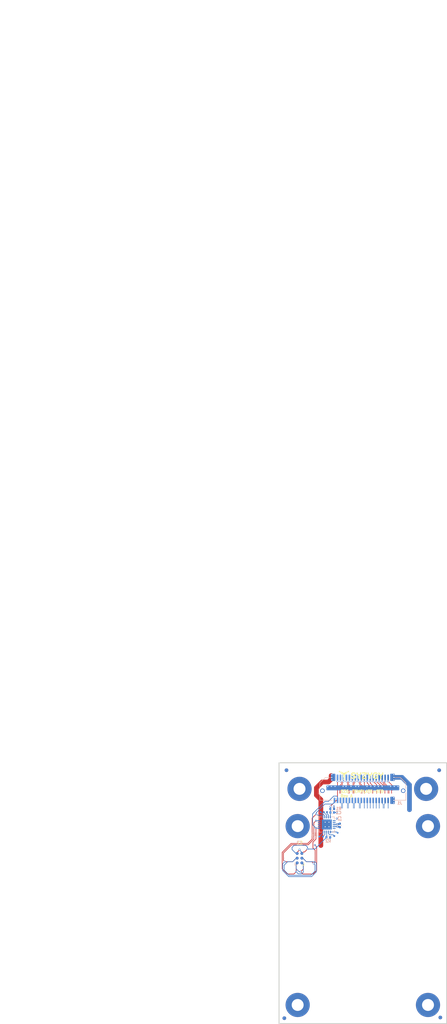
<source format=kicad_pcb>
(kicad_pcb (version 20171130) (host pcbnew "(5.1.9)-1")

  (general
    (thickness 1.6)
    (drawings 14)
    (tracks 355)
    (zones 0)
    (modules 30)
    (nets 63)
  )

  (page A4)
  (title_block
    (title SZG-TEMPLATE-STD)
    (rev A)
    (company "Opal Kelly Incorporated")
  )

  (layers
    (0 F.Cu signal)
    (1 In1.Cu signal)
    (2 In2.Cu signal)
    (31 B.Cu signal)
    (32 B.Adhes user)
    (33 F.Adhes user)
    (34 B.Paste user)
    (35 F.Paste user)
    (36 B.SilkS user)
    (37 F.SilkS user)
    (38 B.Mask user)
    (39 F.Mask user)
    (40 Dwgs.User user)
    (41 Cmts.User user)
    (42 Eco1.User user)
    (43 Eco2.User user)
    (44 Edge.Cuts user)
    (45 Margin user)
    (46 B.CrtYd user)
    (47 F.CrtYd user)
    (48 B.Fab user)
    (49 F.Fab user)
  )

  (setup
    (last_trace_width 0.127)
    (user_trace_width 0.127)
    (user_trace_width 0.1524)
    (user_trace_width 0.1778)
    (user_trace_width 0.254)
    (trace_clearance 0.127)
    (zone_clearance 0.2794)
    (zone_45_only yes)
    (trace_min 0.0762)
    (via_size 0.3556)
    (via_drill 0.2032)
    (via_min_size 0.3556)
    (via_min_drill 0.2032)
    (user_via 0.3556 0.2032)
    (user_via 0.508 0.254)
    (uvia_size 0.508)
    (uvia_drill 0.127)
    (uvias_allowed no)
    (uvia_min_size 0.508)
    (uvia_min_drill 0.127)
    (edge_width 0.1)
    (segment_width 0.2)
    (pcb_text_width 0.3)
    (pcb_text_size 1.5 1.5)
    (mod_edge_width 0.15)
    (mod_text_size 1 1)
    (mod_text_width 0.15)
    (pad_size 2.7 2.7)
    (pad_drill 0)
    (pad_to_mask_clearance 0)
    (aux_axis_origin 119.9 128.8)
    (grid_origin 119.9 128.8)
    (visible_elements 7FFFFF7F)
    (pcbplotparams
      (layerselection 0x011fc_ffffffff)
      (usegerberextensions false)
      (usegerberattributes true)
      (usegerberadvancedattributes true)
      (creategerberjobfile true)
      (excludeedgelayer true)
      (linewidth 0.100000)
      (plotframeref false)
      (viasonmask false)
      (mode 1)
      (useauxorigin false)
      (hpglpennumber 1)
      (hpglpenspeed 20)
      (hpglpendiameter 15.000000)
      (psnegative false)
      (psa4output false)
      (plotreference true)
      (plotvalue true)
      (plotinvisibletext false)
      (padsonsilk false)
      (subtractmaskfromsilk false)
      (outputformat 1)
      (mirror false)
      (drillshape 0)
      (scaleselection 1)
      (outputdirectory "GerberOutput/"))
  )

  (net 0 "")
  (net 1 +5V)
  (net 2 GND)
  (net 3 +3V3)
  (net 4 "Net-(U1-Pad18)")
  (net 5 "Net-(U1-Pad19)")
  (net 6 "Net-(U1-Pad6)")
  (net 7 "Net-(U1-Pad17)")
  (net 8 "Net-(U1-Pad7)")
  (net 9 "Net-(U1-Pad10)")
  (net 10 /R_GA)
  (net 11 /RSVD_38)
  (net 12 /RSVD_37)
  (net 13 /C2P_CLKN)
  (net 14 /P2C_CLKN)
  (net 15 /C2P_CLKP)
  (net 16 /P2C_CLKP)
  (net 17 /S27)
  (net 18 /S26)
  (net 19 /S25)
  (net 20 /S24)
  (net 21 /S23)
  (net 22 /S22)
  (net 23 /S21)
  (net 24 /S20)
  (net 25 /S19)
  (net 26 /S18)
  (net 27 /S17)
  (net 28 /S16)
  (net 29 /S15_D7N)
  (net 30 /S14_D6N)
  (net 31 /S13_D7P)
  (net 32 /S12_D6P)
  (net 33 /S11_D5N)
  (net 34 /S10_D4N)
  (net 35 /S9_D5P)
  (net 36 /S8_D4P)
  (net 37 /S7_D3N)
  (net 38 /S6_D2N)
  (net 39 /S5_D3P)
  (net 40 /S4_D2P)
  (net 41 /S3_D1N)
  (net 42 /S2_D0N)
  (net 43 /S1_D1P)
  (net 44 /S0_D0P)
  (net 45 /MCU_SDA_MOSI)
  (net 46 /MCU_SCL_USCK)
  (net 47 /MCU_MISO)
  (net 48 /MCU_RESET_B)
  (net 49 "Net-(H1-Pad1)")
  (net 50 "Net-(H2-Pad1)")
  (net 51 "Net-(H3-Pad1)")
  (net 52 "Net-(H4-Pad1)")
  (net 53 "Net-(H5-Pad1)")
  (net 54 "Net-(H6-Pad1)")
  (net 55 /VIO)
  (net 56 "Net-(TP11-Pad1)")
  (net 57 "Net-(TP7-Pad1)")
  (net 58 "Net-(TP9-Pad1)")
  (net 59 "Net-(TP8-Pad1)")
  (net 60 "Net-(TP5-Pad1)")
  (net 61 "Net-(TP6-Pad1)")
  (net 62 "Net-(TP10-Pad1)")

  (net_class Default "This is the default net class."
    (clearance 0.127)
    (trace_width 0.127)
    (via_dia 0.3556)
    (via_drill 0.2032)
    (uvia_dia 0.508)
    (uvia_drill 0.127)
    (diff_pair_width 0.13335)
    (diff_pair_gap 0.1524)
    (add_net +3V3)
    (add_net +5V)
    (add_net /C2P_CLKN)
    (add_net /C2P_CLKP)
    (add_net /MCU_MISO)
    (add_net /MCU_RESET_B)
    (add_net /MCU_SCL_USCK)
    (add_net /MCU_SDA_MOSI)
    (add_net /P2C_CLKN)
    (add_net /P2C_CLKP)
    (add_net /RSVD_37)
    (add_net /RSVD_38)
    (add_net /R_GA)
    (add_net /S0_D0P)
    (add_net /S10_D4N)
    (add_net /S11_D5N)
    (add_net /S12_D6P)
    (add_net /S13_D7P)
    (add_net /S14_D6N)
    (add_net /S15_D7N)
    (add_net /S16)
    (add_net /S17)
    (add_net /S18)
    (add_net /S19)
    (add_net /S1_D1P)
    (add_net /S20)
    (add_net /S21)
    (add_net /S22)
    (add_net /S23)
    (add_net /S24)
    (add_net /S25)
    (add_net /S26)
    (add_net /S27)
    (add_net /S2_D0N)
    (add_net /S3_D1N)
    (add_net /S4_D2P)
    (add_net /S5_D3P)
    (add_net /S6_D2N)
    (add_net /S7_D3N)
    (add_net /S8_D4P)
    (add_net /S9_D5P)
    (add_net /VIO)
    (add_net GND)
    (add_net "Net-(H1-Pad1)")
    (add_net "Net-(H2-Pad1)")
    (add_net "Net-(H3-Pad1)")
    (add_net "Net-(H4-Pad1)")
    (add_net "Net-(H5-Pad1)")
    (add_net "Net-(H6-Pad1)")
    (add_net "Net-(TP10-Pad1)")
    (add_net "Net-(TP11-Pad1)")
    (add_net "Net-(TP5-Pad1)")
    (add_net "Net-(TP6-Pad1)")
    (add_net "Net-(TP7-Pad1)")
    (add_net "Net-(TP8-Pad1)")
    (add_net "Net-(TP9-Pad1)")
    (add_net "Net-(U1-Pad10)")
    (add_net "Net-(U1-Pad17)")
    (add_net "Net-(U1-Pad18)")
    (add_net "Net-(U1-Pad19)")
    (add_net "Net-(U1-Pad6)")
    (add_net "Net-(U1-Pad7)")
  )

  (module SYZYGY:Tag-Connect_TC2030-IDC-FP_2x03_P1.27mm_Vertical (layer F.Cu) (tedit 606C835A) (tstamp 6067E21B)
    (at 125.4 84.4 90)
    (descr "Tag-Connect programming header; http://www.tag-connect.com/Materials/TC2030-IDC.pdf")
    (tags "tag connect programming header pogo pins")
    (path /606597F8)
    (attr virtual)
    (fp_text reference J2 (at 4.05 0.05 180) (layer F.SilkS)
      (effects (font (size 1 1) (thickness 0.15)))
    )
    (fp_text value Conn_01x06 (at 0 -4.7 90) (layer F.Fab)
      (effects (font (size 1 1) (thickness 0.15)))
    )
    (fp_line (start 0.635 0.635) (end 1.27 0) (layer Dwgs.User) (width 0.1))
    (fp_line (start 0 0.635) (end 1.27 -0.635) (layer Dwgs.User) (width 0.1))
    (fp_line (start -0.635 0.635) (end 0.635 -0.635) (layer Dwgs.User) (width 0.1))
    (fp_line (start -1.27 0) (end -0.635 -0.635) (layer Dwgs.User) (width 0.1))
    (fp_line (start -1.27 0.635) (end 0 -0.635) (layer Dwgs.User) (width 0.1))
    (fp_line (start -4.885 -4.75) (end 4.385 -4.75) (layer F.CrtYd) (width 0.05))
    (fp_line (start 4.385 -4.75) (end 4.385 4.75) (layer F.CrtYd) (width 0.05))
    (fp_line (start 4.385 4.75) (end -4.885 4.75) (layer F.CrtYd) (width 0.05))
    (fp_line (start -4.885 4.75) (end -4.885 -4.75) (layer F.CrtYd) (width 0.05))
    (fp_line (start -1.27 1.27) (end -1.905 1.27) (layer F.SilkS) (width 0.12))
    (fp_line (start -1.905 1.27) (end -1.905 0.635) (layer F.SilkS) (width 0.12))
    (fp_line (start -1.27 -0.635) (end 1.27 -0.635) (layer Dwgs.User) (width 0.1))
    (fp_line (start 1.27 -0.635) (end 1.27 0.635) (layer Dwgs.User) (width 0.1))
    (fp_line (start 1.27 0.635) (end -1.27 0.635) (layer Dwgs.User) (width 0.1))
    (fp_line (start -1.27 0.635) (end -1.27 -0.635) (layer Dwgs.User) (width 0.1))
    (fp_line (start -4.885 4.75) (end 4.385 4.75) (layer B.CrtYd) (width 0.05))
    (fp_line (start 4.385 4.75) (end 4.385 -4.75) (layer B.CrtYd) (width 0.05))
    (fp_line (start 4.385 -4.75) (end -4.885 -4.75) (layer B.CrtYd) (width 0.05))
    (fp_line (start -4.885 -4.75) (end -4.885 4.75) (layer B.CrtYd) (width 0.05))
    (fp_line (start -1.905 -1.27) (end -1.905 -0.635) (layer B.SilkS) (width 0.12))
    (fp_line (start -1.27 -1.27) (end -1.905 -1.27) (layer B.SilkS) (width 0.12))
    (fp_text user %R (at 4.05 0.05 180) (layer B.SilkS)
      (effects (font (size 1 1) (thickness 0.15)) (justify mirror))
    )
    (fp_text user KEEPOUT (at 0 0 90) (layer Cmts.User)
      (effects (font (size 0.4 0.4) (thickness 0.07)))
    )
    (fp_text user %R (at 0 0 90) (layer F.Fab)
      (effects (font (size 1 1) (thickness 0.15)))
    )
    (pad 6 connect circle (at 1.27 0.635 90) (size 0.7874 0.7874) (layers B.Cu B.Mask)
      (net 2 GND))
    (pad 2 connect circle (at -1.27 0.635 90) (size 0.7874 0.7874) (layers B.Cu B.Mask)
      (net 46 /MCU_SCL_USCK))
    (pad 5 connect circle (at 1.27 -0.635 90) (size 0.7874 0.7874) (layers B.Cu B.Mask)
      (net 48 /MCU_RESET_B))
    (pad 4 connect circle (at 0 0.635 90) (size 0.7874 0.7874) (layers B.Cu B.Mask)
      (net 47 /MCU_MISO))
    (pad 3 connect circle (at 0 -0.635 90) (size 0.7874 0.7874) (layers B.Cu B.Mask)
      (net 45 /MCU_SDA_MOSI))
    (pad 1 connect circle (at -1.27 -0.635 90) (size 0.7874 0.7874) (layers B.Cu B.Mask)
      (net 3 +3V3))
    (pad "" np_thru_hole circle (at -2.54 2.54 90) (size 2.3749 2.3749) (drill 2.3749) (layers *.Cu *.Mask))
    (pad "" np_thru_hole circle (at -2.54 -2.54 90) (size 2.3749 2.3749) (drill 2.3749) (layers *.Cu *.Mask))
    (pad "" np_thru_hole circle (at 0.635 -2.54 90) (size 2.3749 2.3749) (drill 2.3749) (layers *.Cu *.Mask))
    (pad "" np_thru_hole circle (at 0.635 2.54 90) (size 2.3749 2.3749) (drill 2.3749) (layers *.Cu *.Mask))
    (pad "" np_thru_hole circle (at 2.54 -1.016 90) (size 0.9906 0.9906) (drill 0.9906) (layers *.Cu *.Mask))
    (pad "" np_thru_hole circle (at 2.54 1.016 90) (size 0.9906 0.9906) (drill 0.9906) (layers *.Cu *.Mask))
    (pad "" np_thru_hole circle (at -2.54 0 90) (size 0.9906 0.9906) (drill 0.9906) (layers *.Cu *.Mask))
    (pad 1 connect circle (at -1.27 0.635 90) (size 0.7874 0.7874) (layers F.Cu F.Mask)
      (net 3 +3V3))
    (pad 2 connect circle (at -1.27 -0.635 90) (size 0.7874 0.7874) (layers F.Cu F.Mask)
      (net 46 /MCU_SCL_USCK))
    (pad 3 connect circle (at 0 0.635 90) (size 0.7874 0.7874) (layers F.Cu F.Mask)
      (net 45 /MCU_SDA_MOSI))
    (pad 4 connect circle (at 0 -0.635 90) (size 0.7874 0.7874) (layers F.Cu F.Mask)
      (net 47 /MCU_MISO))
    (pad 5 connect circle (at 1.27 0.635 90) (size 0.7874 0.7874) (layers F.Cu F.Mask)
      (net 48 /MCU_RESET_B))
    (pad 6 connect circle (at 1.27 -0.635 90) (size 0.7874 0.7874) (layers F.Cu F.Mask)
      (net 2 GND))
  )

  (module SYZYGY:MountingHole_3.2mm_M3_6.5mm_Pad_TopBottom (layer F.Cu) (tedit 60664F5B) (tstamp 60654DB5)
    (at 159.9 123.8)
    (path /606CD1D3)
    (fp_text reference H6 (at 0 0.5) (layer F.SilkS) hide
      (effects (font (size 1 1) (thickness 0.15)))
    )
    (fp_text value MountingHole_Pad (at 0 -0.5) (layer F.Fab) hide
      (effects (font (size 1 1) (thickness 0.15)))
    )
    (fp_circle (center 0 0) (end 3.5 0) (layer F.CrtYd) (width 0.05))
    (fp_circle (center 0 0) (end 3.25 0) (layer Cmts.User) (width 0.15))
    (fp_text user %R (at 0.3 0) (layer F.Fab) hide
      (effects (font (size 1 1) (thickness 0.15)))
    )
    (pad 1 connect circle (at 0 0) (size 6.5 6.5) (layers F.Cu F.Mask)
      (net 54 "Net-(H6-Pad1)"))
    (pad 1 thru_hole circle (at 0 0) (size 3.6 3.6) (drill 3.2) (layers *.Cu *.Mask)
      (net 54 "Net-(H6-Pad1)"))
    (pad 1 connect circle (at 0 0) (size 6.5 6.5) (layers B.Cu B.Mask)
      (net 54 "Net-(H6-Pad1)"))
  )

  (module SYZYGY:MountingHole_3.2mm_M3_6.5mm_Pad_TopBottom (layer F.Cu) (tedit 60664F5B) (tstamp 60654DAB)
    (at 124.9 123.8)
    (path /606D8E13)
    (fp_text reference H5 (at 0 0.5) (layer F.SilkS) hide
      (effects (font (size 1 1) (thickness 0.15)))
    )
    (fp_text value MountingHole_Pad (at 0 -0.5) (layer F.Fab) hide
      (effects (font (size 1 1) (thickness 0.15)))
    )
    (fp_circle (center 0 0) (end 3.5 0) (layer F.CrtYd) (width 0.05))
    (fp_circle (center 0 0) (end 3.25 0) (layer Cmts.User) (width 0.15))
    (fp_text user %R (at 0.3 0) (layer F.Fab) hide
      (effects (font (size 1 1) (thickness 0.15)))
    )
    (pad 1 connect circle (at 0 0) (size 6.5 6.5) (layers F.Cu F.Mask)
      (net 53 "Net-(H5-Pad1)"))
    (pad 1 thru_hole circle (at 0 0) (size 3.6 3.6) (drill 3.2) (layers *.Cu *.Mask)
      (net 53 "Net-(H5-Pad1)"))
    (pad 1 connect circle (at 0 0) (size 6.5 6.5) (layers B.Cu B.Mask)
      (net 53 "Net-(H5-Pad1)"))
  )

  (module SYZYGY:MountingHole_3.2mm_M3_6.5mm_Pad_TopBottom (layer F.Cu) (tedit 60664F5B) (tstamp 60654DA1)
    (at 159.9 75.8)
    (path /606D8638)
    (fp_text reference H4 (at 0 0.5) (layer F.SilkS) hide
      (effects (font (size 1 1) (thickness 0.15)))
    )
    (fp_text value MountingHole_Pad (at 0 -0.5) (layer F.Fab) hide
      (effects (font (size 1 1) (thickness 0.15)))
    )
    (fp_circle (center 0 0) (end 3.5 0) (layer F.CrtYd) (width 0.05))
    (fp_circle (center 0 0) (end 3.25 0) (layer Cmts.User) (width 0.15))
    (fp_text user %R (at 0.3 0) (layer F.Fab) hide
      (effects (font (size 1 1) (thickness 0.15)))
    )
    (pad 1 connect circle (at 0 0) (size 6.5 6.5) (layers F.Cu F.Mask)
      (net 52 "Net-(H4-Pad1)"))
    (pad 1 thru_hole circle (at 0 0) (size 3.6 3.6) (drill 3.2) (layers *.Cu *.Mask)
      (net 52 "Net-(H4-Pad1)"))
    (pad 1 connect circle (at 0 0) (size 6.5 6.5) (layers B.Cu B.Mask)
      (net 52 "Net-(H4-Pad1)"))
  )

  (module SYZYGY:MountingHole_3.2mm_M3_6.5mm_Pad_TopBottom (layer F.Cu) (tedit 60664F5B) (tstamp 60654D97)
    (at 124.9 75.8)
    (path /606D89BC)
    (fp_text reference H3 (at 0 0.5) (layer F.SilkS) hide
      (effects (font (size 1 1) (thickness 0.15)))
    )
    (fp_text value MountingHole_Pad (at 0 -0.5) (layer F.Fab) hide
      (effects (font (size 1 1) (thickness 0.15)))
    )
    (fp_circle (center 0 0) (end 3.5 0) (layer F.CrtYd) (width 0.05))
    (fp_circle (center 0 0) (end 3.25 0) (layer Cmts.User) (width 0.15))
    (fp_text user %R (at 0.3 0) (layer F.Fab) hide
      (effects (font (size 1 1) (thickness 0.15)))
    )
    (pad 1 connect circle (at 0 0) (size 6.5 6.5) (layers F.Cu F.Mask)
      (net 51 "Net-(H3-Pad1)"))
    (pad 1 thru_hole circle (at 0 0) (size 3.6 3.6) (drill 3.2) (layers *.Cu *.Mask)
      (net 51 "Net-(H3-Pad1)"))
    (pad 1 connect circle (at 0 0) (size 6.5 6.5) (layers B.Cu B.Mask)
      (net 51 "Net-(H3-Pad1)"))
  )

  (module SYZYGY:MountingHole_3.2mm_M3_6.5mm_Pad_TopBottom (layer F.Cu) (tedit 60664F5B) (tstamp 60654D8D)
    (at 159.4 65.8)
    (path /606DF9A7)
    (fp_text reference H2 (at 0 0.5) (layer F.SilkS) hide
      (effects (font (size 1 1) (thickness 0.15)))
    )
    (fp_text value MountingHole_Pad (at 0 -0.5) (layer F.Fab) hide
      (effects (font (size 1 1) (thickness 0.15)))
    )
    (fp_circle (center 0 0) (end 3.5 0) (layer F.CrtYd) (width 0.05))
    (fp_circle (center 0 0) (end 3.25 0) (layer Cmts.User) (width 0.15))
    (fp_text user %R (at 0.3 0) (layer F.Fab) hide
      (effects (font (size 1 1) (thickness 0.15)))
    )
    (pad 1 connect circle (at 0 0) (size 6.5 6.5) (layers F.Cu F.Mask)
      (net 50 "Net-(H2-Pad1)"))
    (pad 1 thru_hole circle (at 0 0) (size 3.6 3.6) (drill 3.2) (layers *.Cu *.Mask)
      (net 50 "Net-(H2-Pad1)"))
    (pad 1 connect circle (at 0 0) (size 6.5 6.5) (layers B.Cu B.Mask)
      (net 50 "Net-(H2-Pad1)"))
  )

  (module SYZYGY:MountingHole_3.2mm_M3_6.5mm_Pad_TopBottom (layer F.Cu) (tedit 60664F5B) (tstamp 60654D83)
    (at 125.4 65.8)
    (path /606DFD32)
    (fp_text reference H1 (at 0 0.5) (layer F.SilkS) hide
      (effects (font (size 1 1) (thickness 0.15)))
    )
    (fp_text value MountingHole_Pad (at 0 -0.5) (layer F.Fab) hide
      (effects (font (size 1 1) (thickness 0.15)))
    )
    (fp_circle (center 0 0) (end 3.5 0) (layer F.CrtYd) (width 0.05))
    (fp_circle (center 0 0) (end 3.25 0) (layer Cmts.User) (width 0.15))
    (fp_text user %R (at 0.3 0) (layer F.Fab) hide
      (effects (font (size 1 1) (thickness 0.15)))
    )
    (pad 1 connect circle (at 0 0) (size 6.5 6.5) (layers F.Cu F.Mask)
      (net 49 "Net-(H1-Pad1)"))
    (pad 1 thru_hole circle (at 0 0) (size 3.6 3.6) (drill 3.2) (layers *.Cu *.Mask)
      (net 49 "Net-(H1-Pad1)"))
    (pad 1 connect circle (at 0 0) (size 6.5 6.5) (layers B.Cu B.Mask)
      (net 49 "Net-(H1-Pad1)"))
  )

  (module SYZYGY:QFN-24-4x4mm (layer B.Cu) (tedit 60665340) (tstamp 60651959)
    (at 132.7016 75.3608)
    (path /6063E916)
    (fp_text reference U1 (at -3.3016 2.7392) (layer B.SilkS)
      (effects (font (size 1 1) (thickness 0.15)) (justify mirror))
    )
    (fp_text value ATtiny44A-MU (at -3.2016 0.0392 90) (layer B.Fab)
      (effects (font (size 1 1) (thickness 0.15)) (justify mirror))
    )
    (fp_line (start -2.65 2.65) (end -2.65 -2.65) (layer B.CrtYd) (width 0.12))
    (fp_line (start 2.65 2.65) (end -2.65 2.65) (layer B.CrtYd) (width 0.12))
    (fp_line (start 2.65 -2.65) (end 2.65 2.65) (layer B.CrtYd) (width 0.12))
    (fp_line (start -2.65 -2.65) (end 2.65 -2.65) (layer B.CrtYd) (width 0.12))
    (fp_line (start -2 2) (end -2 -2) (layer B.Fab) (width 0.12))
    (fp_line (start 2 2) (end -2 2) (layer B.Fab) (width 0.12))
    (fp_line (start 2 -2) (end 2 2) (layer B.Fab) (width 0.12))
    (fp_line (start -2 -2) (end 2 -2) (layer B.Fab) (width 0.12))
    (fp_line (start -2.05 2.05) (end -1.35 2.05) (layer B.SilkS) (width 0.12))
    (fp_line (start -2.05 2.05) (end -2.05 1.35) (layer B.SilkS) (width 0.12))
    (fp_line (start 2.05 2.05) (end 2.05 1.35) (layer B.SilkS) (width 0.12))
    (fp_line (start 2.05 2.05) (end 1.35 2.05) (layer B.SilkS) (width 0.12))
    (fp_line (start 2.05 -2.05) (end 1.35 -2.05) (layer B.SilkS) (width 0.12))
    (fp_line (start 2.05 -2.05) (end 2.05 -1.35) (layer B.SilkS) (width 0.12))
    (fp_line (start -2.05 -2.05) (end -2.05 -1.35) (layer B.SilkS) (width 0.12))
    (fp_line (start -2.05 -2.05) (end -1.35 -2.05) (layer B.SilkS) (width 0.12))
    (fp_line (start -2.55 -2.55) (end -2.05 -2.05) (layer B.SilkS) (width 0.12))
    (pad 21 smd rect (at 0 0 270) (size 2.7 2.7) (layers B.Cu B.Paste B.Mask)
      (net 2 GND) (solder_mask_margin 0.0508))
    (pad 18 smd oval (at -2 0 270) (size 0.25 0.8) (layers B.Cu B.Paste B.Mask)
      (net 4 "Net-(U1-Pad18)") (solder_mask_margin 0.0508))
    (pad 19 smd oval (at -2 -0.5 270) (size 0.25 0.8) (layers B.Cu B.Paste B.Mask)
      (net 5 "Net-(U1-Pad19)") (solder_mask_margin 0.0508))
    (pad 15 smd oval (at -1 2 180) (size 0.25 0.8) (layers B.Cu B.Paste B.Mask)
      (net 56 "Net-(TP11-Pad1)") (solder_mask_margin 0.0508))
    (pad 20 smd oval (at -2 -1 270) (size 0.25 0.8) (layers B.Cu B.Paste B.Mask)
      (net 47 /MCU_MISO) (solder_mask_margin 0.0508))
    (pad 16 smd oval (at -2 1 270) (size 0.25 0.8) (layers B.Cu B.Paste B.Mask)
      (net 45 /MCU_SDA_MOSI) (solder_mask_margin 0.0508))
    (pad 12 smd oval (at 0.5 2 180) (size 0.25 0.8) (layers B.Cu B.Paste B.Mask)
      (net 57 "Net-(TP7-Pad1)") (solder_mask_margin 0.0508))
    (pad 8 smd oval (at 2 0 270) (size 0.25 0.8) (layers B.Cu B.Paste B.Mask)
      (net 2 GND) (solder_mask_margin 0.0508))
    (pad 6 smd oval (at 2 -1 270) (size 0.25 0.8) (layers B.Cu B.Paste B.Mask)
      (net 6 "Net-(U1-Pad6)") (solder_mask_margin 0.0508))
    (pad 1 smd oval (at -1 -2 180) (size 0.25 0.8) (layers B.Cu B.Paste B.Mask)
      (net 46 /MCU_SCL_USCK) (solder_mask_margin 0.0508))
    (pad 17 smd oval (at -2 0.5 270) (size 0.25 0.8) (layers B.Cu B.Paste B.Mask)
      (net 7 "Net-(U1-Pad17)") (solder_mask_margin 0.0508))
    (pad 14 smd oval (at -0.5 2 180) (size 0.25 0.8) (layers B.Cu B.Paste B.Mask)
      (net 58 "Net-(TP9-Pad1)") (solder_mask_margin 0.0508))
    (pad 13 smd oval (at 0 2 180) (size 0.25 0.8) (layers B.Cu B.Paste B.Mask)
      (net 48 /MCU_RESET_B) (solder_mask_margin 0.0508))
    (pad 7 smd oval (at 2 -0.5 270) (size 0.25 0.8) (layers B.Cu B.Paste B.Mask)
      (net 8 "Net-(U1-Pad7)") (solder_mask_margin 0.0508))
    (pad 9 smd oval (at 2 0.5 270) (size 0.25 0.8) (layers B.Cu B.Paste B.Mask)
      (net 3 +3V3) (solder_mask_margin 0.0508))
    (pad 3 smd oval (at 0 -2 180) (size 0.25 0.8) (layers B.Cu B.Paste B.Mask)
      (net 59 "Net-(TP8-Pad1)") (solder_mask_margin 0.0508))
    (pad 10 smd oval (at 2 1 270) (size 0.25 0.8) (layers B.Cu B.Paste B.Mask)
      (net 9 "Net-(U1-Pad10)") (solder_mask_margin 0.0508))
    (pad 11 smd oval (at 1 2 180) (size 0.25 0.8) (layers B.Cu B.Paste B.Mask)
      (net 60 "Net-(TP5-Pad1)") (solder_mask_margin 0.0508))
    (pad 5 smd oval (at 1 -2 180) (size 0.25 0.8) (layers B.Cu B.Paste B.Mask)
      (net 10 /R_GA) (solder_mask_margin 0.0508))
    (pad 4 smd oval (at 0.5 -2 180) (size 0.25 0.8) (layers B.Cu B.Paste B.Mask)
      (net 61 "Net-(TP6-Pad1)") (solder_mask_margin 0.0508))
    (pad 2 smd oval (at -0.5 -2 180) (size 0.25 0.8) (layers B.Cu B.Paste B.Mask)
      (net 62 "Net-(TP10-Pad1)") (solder_mask_margin 0.0508))
  )

  (module SYZYGY:QTE-020-01-F-D-A (layer B.Cu) (tedit 606628B1) (tstamp 60666241)
    (at 142.40032 65.8)
    (descr "0.8MM DOUBLE ROW HS TERMINAL ASSEMBLY.")
    (path /60679891)
    (fp_text reference J1 (at 9.9 3.8) (layer B.SilkS)
      (effects (font (size 0.762 0.762) (thickness 0.1905)) (justify mirror))
    )
    (fp_text value SYZYGY_STD (at 5.99968 -3.9) (layer B.Fab)
      (effects (font (size 0.787402 0.787402) (thickness 0.015)) (justify mirror))
    )
    (fp_line (start -11.8 4.1) (end -11.8 -4.1) (layer B.CrtYd) (width 0.12))
    (fp_line (start 11.8 4.1) (end -11.8 4.1) (layer B.CrtYd) (width 0.12))
    (fp_line (start 11.8 -4.1) (end 11.8 4.1) (layer B.CrtYd) (width 0.12))
    (fp_line (start -11.8 -4.1) (end 11.8 -4.1) (layer B.CrtYd) (width 0.12))
    (fp_line (start -11.55 3.048) (end -8.248 3.048) (layer B.SilkS) (width 0.12))
    (fp_line (start -11.55 -1.55) (end -11.55 0) (layer B.SilkS) (width 0.12))
    (fp_line (start -11.55 2.032) (end -11.55 3.048) (layer B.SilkS) (width 0.12))
    (fp_line (start -8.248 -3.048) (end -10.0584 -3.048) (layer B.SilkS) (width 0.12))
    (fp_line (start -10.0584 -3.048) (end -11.55 -1.55) (layer B.SilkS) (width 0.12))
    (fp_line (start -11.43 -1.55) (end -11.43 3.048) (layer B.Fab) (width 0.254))
    (fp_line (start -9.9314 -3.048) (end -11.43 -1.55) (layer B.Fab) (width 0.254))
    (fp_line (start 9.9314 -3.048) (end -9.9314 -3.048) (layer B.Fab) (width 0.254))
    (fp_line (start 11.43 -1.55) (end 9.9314 -3.048) (layer B.Fab) (width 0.254))
    (fp_line (start 11.43 3.048) (end 11.43 -1.55) (layer B.Fab) (width 0.254))
    (fp_line (start -11.43 3.048) (end 11.43 3.048) (layer B.Fab) (width 0.254))
    (fp_line (start 8.248 -3.048) (end 10.033 -3.048) (layer B.SilkS) (width 0.12))
    (fp_line (start 10.033 -3.048) (end 11.55 -1.55) (layer B.SilkS) (width 0.12))
    (fp_line (start 11.55 -1.55) (end 11.55 0) (layer B.SilkS) (width 0.12))
    (fp_line (start 11.55 1.016) (end 11.55 2.032) (layer B.SilkS) (width 0.12))
    (fp_line (start 11.55 2.032) (end 11.55 3.048) (layer B.SilkS) (width 0.12))
    (fp_line (start 11.55 3.048) (end 8.248 3.048) (layer B.SilkS) (width 0.12))
    (fp_line (start -11.55 1.016) (end -11.55 2.032) (layer B.SilkS) (width 0.12))
    (pad 0 smd rect (at 8.445 0) (size 2.54 0.64) (layers B.Cu B.Paste B.Mask)
      (net 2 GND) (solder_mask_margin 0.0508))
    (pad 0 smd rect (at 3.175 0) (size 4.7 0.64) (layers B.Cu B.Paste B.Mask)
      (net 2 GND) (solder_mask_margin 0.0508))
    (pad 0 smd rect (at -3.175 0) (size 4.7 0.64) (layers B.Cu B.Paste B.Mask)
      (net 2 GND) (solder_mask_margin 0.0508))
    (pad 0 smd rect (at -8.445 0) (size 2.54 0.64) (layers B.Cu B.Paste B.Mask)
      (net 2 GND) (solder_mask_margin 0.0508))
    (pad 40 smd rect (at 7.6 -3.09) (size 0.46 1.45) (layers B.Cu B.Paste B.Mask)
      (net 3 +3V3) (solder_mask_margin 0.0508))
    (pad 39 smd rect (at 7.6 3.09) (size 0.46 1.45) (layers B.Cu B.Paste B.Mask)
      (net 55 /VIO) (solder_mask_margin 0.0508))
    (pad 38 smd rect (at 6.8 -3.09) (size 0.46 1.45) (layers B.Cu B.Paste B.Mask)
      (net 11 /RSVD_38) (solder_mask_margin 0.0508))
    (pad 37 smd rect (at 6.8 3.09) (size 0.46 1.45) (layers B.Cu B.Paste B.Mask)
      (net 12 /RSVD_37) (solder_mask_margin 0.0508))
    (pad 36 smd rect (at 6 -3.09) (size 0.46 1.45) (layers B.Cu B.Paste B.Mask)
      (net 13 /C2P_CLKN) (solder_mask_margin 0.0508))
    (pad 35 smd rect (at 6 3.09) (size 0.46 1.45) (layers B.Cu B.Paste B.Mask)
      (net 14 /P2C_CLKN) (solder_mask_margin 0.0508))
    (pad 34 smd rect (at 5.2 -3.09) (size 0.46 1.45) (layers B.Cu B.Paste B.Mask)
      (net 15 /C2P_CLKP) (solder_mask_margin 0.0508))
    (pad 33 smd rect (at 5.2 3.09) (size 0.46 1.45) (layers B.Cu B.Paste B.Mask)
      (net 16 /P2C_CLKP) (solder_mask_margin 0.0508))
    (pad 32 smd rect (at 4.4 -3.09) (size 0.46 1.45) (layers B.Cu B.Paste B.Mask)
      (net 17 /S27) (solder_mask_margin 0.0508))
    (pad 31 smd rect (at 4.4 3.09) (size 0.46 1.45) (layers B.Cu B.Paste B.Mask)
      (net 18 /S26) (solder_mask_margin 0.0508))
    (pad 30 smd rect (at 3.6 -3.09) (size 0.46 1.45) (layers B.Cu B.Paste B.Mask)
      (net 19 /S25) (solder_mask_margin 0.0508))
    (pad 29 smd rect (at 3.6 3.09) (size 0.46 1.45) (layers B.Cu B.Paste B.Mask)
      (net 20 /S24) (solder_mask_margin 0.0508))
    (pad 28 smd rect (at 2.8 -3.09) (size 0.46 1.45) (layers B.Cu B.Paste B.Mask)
      (net 21 /S23) (solder_mask_margin 0.0508))
    (pad 27 smd rect (at 2.8 3.09) (size 0.46 1.45) (layers B.Cu B.Paste B.Mask)
      (net 22 /S22) (solder_mask_margin 0.0508))
    (pad 26 smd rect (at 2 -3.09) (size 0.46 1.45) (layers B.Cu B.Paste B.Mask)
      (net 23 /S21) (solder_mask_margin 0.0508))
    (pad 25 smd rect (at 2 3.09) (size 0.46 1.45) (layers B.Cu B.Paste B.Mask)
      (net 24 /S20) (solder_mask_margin 0.0508))
    (pad 24 smd rect (at 1.2 -3.09) (size 0.46 1.45) (layers B.Cu B.Paste B.Mask)
      (net 25 /S19) (solder_mask_margin 0.0508))
    (pad 23 smd rect (at 1.2 3.09) (size 0.46 1.45) (layers B.Cu B.Paste B.Mask)
      (net 26 /S18) (solder_mask_margin 0.0508))
    (pad 22 smd rect (at 0.4 -3.09) (size 0.46 1.45) (layers B.Cu B.Paste B.Mask)
      (net 27 /S17) (solder_mask_margin 0.0508))
    (pad 21 smd rect (at 0.4 3.09) (size 0.46 1.45) (layers B.Cu B.Paste B.Mask)
      (net 28 /S16) (solder_mask_margin 0.0508))
    (pad 20 smd rect (at -0.4 -3.09) (size 0.46 1.45) (layers B.Cu B.Paste B.Mask)
      (net 29 /S15_D7N) (solder_mask_margin 0.0508))
    (pad 19 smd rect (at -0.4 3.09) (size 0.46 1.45) (layers B.Cu B.Paste B.Mask)
      (net 30 /S14_D6N) (solder_mask_margin 0.0508))
    (pad 18 smd rect (at -1.2 -3.09) (size 0.46 1.45) (layers B.Cu B.Paste B.Mask)
      (net 31 /S13_D7P) (solder_mask_margin 0.0508))
    (pad 17 smd rect (at -1.2 3.09) (size 0.46 1.45) (layers B.Cu B.Paste B.Mask)
      (net 32 /S12_D6P) (solder_mask_margin 0.0508))
    (pad 16 smd rect (at -2 -3.09) (size 0.46 1.45) (layers B.Cu B.Paste B.Mask)
      (net 33 /S11_D5N) (solder_mask_margin 0.0508))
    (pad 15 smd rect (at -2 3.09) (size 0.46 1.45) (layers B.Cu B.Paste B.Mask)
      (net 34 /S10_D4N) (solder_mask_margin 0.0508))
    (pad 14 smd rect (at -2.8 -3.09) (size 0.46 1.45) (layers B.Cu B.Paste B.Mask)
      (net 35 /S9_D5P) (solder_mask_margin 0.0508))
    (pad 13 smd rect (at -2.8 3.09) (size 0.46 1.45) (layers B.Cu B.Paste B.Mask)
      (net 36 /S8_D4P) (solder_mask_margin 0.0508))
    (pad 12 smd rect (at -3.6 -3.09) (size 0.46 1.45) (layers B.Cu B.Paste B.Mask)
      (net 37 /S7_D3N) (solder_mask_margin 0.0508))
    (pad 11 smd rect (at -3.6 3.09) (size 0.46 1.45) (layers B.Cu B.Paste B.Mask)
      (net 38 /S6_D2N) (solder_mask_margin 0.0508))
    (pad 10 smd rect (at -4.4 -3.09) (size 0.46 1.45) (layers B.Cu B.Paste B.Mask)
      (net 39 /S5_D3P) (solder_mask_margin 0.0508))
    (pad 9 smd rect (at -4.4 3.09) (size 0.46 1.45) (layers B.Cu B.Paste B.Mask)
      (net 40 /S4_D2P) (solder_mask_margin 0.0508))
    (pad 8 smd rect (at -5.2 -3.09) (size 0.46 1.45) (layers B.Cu B.Paste B.Mask)
      (net 41 /S3_D1N) (solder_mask_margin 0.0508))
    (pad 7 smd rect (at -5.2 3.09) (size 0.46 1.45) (layers B.Cu B.Paste B.Mask)
      (net 42 /S2_D0N) (solder_mask_margin 0.0508))
    (pad 6 smd rect (at -6 -3.09) (size 0.46 1.45) (layers B.Cu B.Paste B.Mask)
      (net 43 /S1_D1P) (solder_mask_margin 0.0508))
    (pad 5 smd rect (at -6 3.09) (size 0.46 1.45) (layers B.Cu B.Paste B.Mask)
      (net 44 /S0_D0P) (solder_mask_margin 0.0508))
    (pad 4 smd rect (at -6.8 -3.09) (size 0.46 1.45) (layers B.Cu B.Paste B.Mask)
      (net 10 /R_GA) (solder_mask_margin 0.0508))
    (pad 3 smd rect (at -6.8 3.09) (size 0.46 1.45) (layers B.Cu B.Paste B.Mask)
      (net 45 /MCU_SDA_MOSI) (solder_mask_margin 0.0508))
    (pad 2 smd rect (at -7.6 -3.09) (size 0.46 1.45) (layers B.Cu B.Paste B.Mask)
      (net 1 +5V) (solder_mask_margin 0.0508))
    (pad 1 smd rect (at -7.6 3.09) (size 0.46 1.45) (layers B.Cu B.Paste B.Mask)
      (net 46 /MCU_SCL_USCK) (solder_mask_margin 0.0508))
    (pad MH thru_hole circle (at -10.845 0.5 180) (size 1.2 1.2) (drill 0.8) (layers *.Cu *.Mask)
      (solder_mask_margin 0.0508))
    (pad "" np_thru_hole circle (at 9.24 2.04 180) (size 1.02 1.02) (drill 1.02) (layers *.Cu *.Mask)
      (solder_mask_margin 0.0508))
    (pad MH thru_hole circle (at 10.845 0.5 180) (size 1.2 1.2) (drill 0.8) (layers *.Cu *.Mask)
      (solder_mask_margin 0.0508))
    (pad "" np_thru_hole circle (at -9.24 2.04 180) (size 1.02 1.02) (drill 1.02) (layers *.Cu *.Mask)
      (solder_mask_margin 0.0508))
    (model ${KIPRJMOD}/3D/QTE-020-01-F-D-A.stp
      (at (xyz 0 0 0))
      (scale (xyz 1 1 1))
      (rotate (xyz -90 0 180))
    )
  )

  (module SYZYGY:SYZYGY_Logo (layer F.Cu) (tedit 0) (tstamp 60664E52)
    (at 141.85 62.15)
    (fp_text reference G*** (at 0 0) (layer F.SilkS) hide
      (effects (font (size 1.524 1.524) (thickness 0.3)))
    )
    (fp_text value LOGO (at 0.75 0) (layer F.SilkS) hide
      (effects (font (size 1.524 1.524) (thickness 0.3)))
    )
    (fp_poly (pts (xy -4.486706 0.841878) (xy -4.399286 0.883196) (xy -4.343438 0.94897) (xy -4.322262 1.028861)
      (xy -4.338858 1.112529) (xy -4.385496 1.179413) (xy -4.461116 1.23299) (xy -4.540266 1.241842)
      (xy -4.620767 1.212281) (xy -4.688054 1.152367) (xy -4.721417 1.071681) (xy -4.715716 0.984231)
      (xy -4.710094 0.968729) (xy -4.661769 0.900473) (xy -4.590621 0.853885) (xy -4.512941 0.838217)
      (xy -4.486706 0.841878)) (layer F.SilkS) (width 0.01))
    (fp_poly (pts (xy -1.937826 -0.78313) (xy -1.88288 -0.781482) (xy -1.63707 -0.773545) (xy -1.473777 -0.605947)
      (xy -1.3995 -0.528352) (xy -1.352866 -0.474237) (xy -1.328486 -0.434807) (xy -1.32097 -0.401268)
      (xy -1.32493 -0.364826) (xy -1.32519 -0.363493) (xy -1.356266 -0.280588) (xy -1.407426 -0.238182)
      (xy -1.476333 -0.236396) (xy -1.560649 -0.275357) (xy -1.64884 -0.346364) (xy -1.770917 -0.461818)
      (xy -1.963695 -0.461818) (xy -2.060532 -0.460598) (xy -2.123969 -0.454887) (xy -2.166766 -0.441611)
      (xy -2.201681 -0.417697) (xy -2.221236 -0.399771) (xy -2.275941 -0.323362) (xy -2.284733 -0.243905)
      (xy -2.247671 -0.162787) (xy -2.209855 -0.119984) (xy -2.174273 -0.086968) (xy -2.142186 -0.065642)
      (xy -2.10266 -0.053453) (xy -2.044759 -0.047845) (xy -1.957549 -0.046262) (xy -1.894031 -0.046182)
      (xy -1.654352 -0.046182) (xy -1.311148 0.297022) (xy -1.319607 0.483284) (xy -1.328065 0.669547)
      (xy -1.483908 0.825455) (xy -1.639751 0.981364) (xy -1.934012 0.988044) (xy -2.059896 0.990058)
      (xy -2.14906 0.98877) (xy -2.210907 0.983224) (xy -2.254839 0.972465) (xy -2.290257 0.955534)
      (xy -2.297545 0.951073) (xy -2.349597 0.911126) (xy -2.416527 0.85032) (xy -2.4765 0.789518)
      (xy -2.552698 0.690815) (xy -2.587977 0.603771) (xy -2.581898 0.530744) (xy -2.534862 0.474673)
      (xy -2.484454 0.447463) (xy -2.436382 0.44442) (xy -2.381471 0.468616) (xy -2.310541 0.523123)
      (xy -2.262909 0.565727) (xy -2.124765 0.692727) (xy -1.953026 0.692727) (xy -1.862948 0.691376)
      (xy -1.804049 0.684266) (xy -1.761341 0.66681) (xy -1.719836 0.634425) (xy -1.698826 0.614955)
      (xy -1.635091 0.538498) (xy -1.61619 0.467895) (xy -1.642203 0.397625) (xy -1.702954 0.331105)
      (xy -1.743237 0.29656) (xy -1.778223 0.274275) (xy -1.819249 0.261563) (xy -1.877648 0.255735)
      (xy -1.964755 0.254102) (xy -2.027941 0.254018) (xy -2.266337 0.254) (xy -2.40632 0.121227)
      (xy -2.502577 0.0214) (xy -2.564567 -0.066676) (xy -2.598148 -0.154105) (xy -2.609183 -0.251993)
      (xy -2.609272 -0.263301) (xy -2.603098 -0.355318) (xy -2.580373 -0.432269) (xy -2.534793 -0.506456)
      (xy -2.460054 -0.590182) (xy -2.423028 -0.626737) (xy -2.354551 -0.690027) (xy -2.294749 -0.734523)
      (xy -2.2334 -0.763151) (xy -2.160279 -0.778843) (xy -2.065163 -0.784526) (xy -1.937826 -0.78313)) (layer F.SilkS) (width 0.01))
    (fp_poly (pts (xy 0.044454 -0.772769) (xy 0.104959 -0.728413) (xy 0.135236 -0.692392) (xy 0.152405 -0.651049)
      (xy 0.160018 -0.590419) (xy 0.161637 -0.505599) (xy 0.161637 -0.339462) (xy -0.080818 -0.093421)
      (xy -0.323272 0.15262) (xy -0.323272 0.493093) (xy -0.325325 0.654422) (xy -0.332459 0.775625)
      (xy -0.346142 0.862615) (xy -0.367841 0.921306) (xy -0.399023 0.957612) (xy -0.441154 0.977448)
      (xy -0.443575 0.978113) (xy -0.499457 0.990086) (xy -0.53629 0.982687) (xy -0.57648 0.949499)
      (xy -0.589868 0.936231) (xy -0.611285 0.913112) (xy -0.62649 0.888286) (xy -0.636546 0.853914)
      (xy -0.642516 0.802157) (xy -0.645463 0.725178) (xy -0.64645 0.615136) (xy -0.646545 0.51842)
      (xy -0.646545 0.157286) (xy -0.862324 -0.05413) (xy -0.945876 -0.137805) (xy -1.018748 -0.214156)
      (xy -1.07365 -0.275306) (xy -1.103288 -0.313381) (xy -1.104778 -0.315982) (xy -1.118718 -0.364994)
      (xy -1.128372 -0.442237) (xy -1.131454 -0.519077) (xy -1.128985 -0.6066) (xy -1.118865 -0.663117)
      (xy -1.097021 -0.703666) (xy -1.074777 -0.728413) (xy -1.017202 -0.773808) (xy -0.965403 -0.779698)
      (xy -0.904613 -0.746797) (xy -0.892114 -0.737233) (xy -0.854318 -0.699708) (xy -0.836243 -0.653679)
      (xy -0.831299 -0.581321) (xy -0.831272 -0.572685) (xy -0.829902 -0.51933) (xy -0.821925 -0.477499)
      (xy -0.801544 -0.4373) (xy -0.762962 -0.388843) (xy -0.700379 -0.322234) (xy -0.660462 -0.281268)
      (xy -0.489651 -0.106541) (xy -0.328333 -0.262281) (xy -0.25407 -0.33492) (xy -0.206557 -0.386969)
      (xy -0.179216 -0.429805) (xy -0.165466 -0.474805) (xy -0.158727 -0.533345) (xy -0.156831 -0.558809)
      (xy -0.146581 -0.646457) (xy -0.128301 -0.702047) (xy -0.097184 -0.739587) (xy -0.093856 -0.742344)
      (xy -0.022904 -0.780135) (xy 0.044454 -0.772769)) (layer F.SilkS) (width 0.01))
    (fp_poly (pts (xy 1.122718 -0.784102) (xy 1.261265 -0.781336) (xy 1.379391 -0.777096) (xy 1.469419 -0.771682)
      (xy 1.523672 -0.765398) (xy 1.532879 -0.763014) (xy 1.581873 -0.721297) (xy 1.616826 -0.644476)
      (xy 1.634794 -0.542276) (xy 1.633466 -0.430707) (xy 1.62968 -0.398037) (xy 1.622807 -0.368354)
      (xy 1.609319 -0.33741) (xy 1.585689 -0.300957) (xy 1.548389 -0.254745) (xy 1.493891 -0.194527)
      (xy 1.418666 -0.116054) (xy 1.319188 -0.015079) (xy 1.191929 0.112647) (xy 1.134612 0.170022)
      (xy 1.011931 0.293354) (xy 0.900551 0.406385) (xy 0.804491 0.504949) (xy 0.727772 0.584885)
      (xy 0.674411 0.642029) (xy 0.648429 0.672216) (xy 0.646546 0.675606) (xy 0.668464 0.680892)
      (xy 0.729535 0.685516) (xy 0.822729 0.689207) (xy 0.941018 0.691697) (xy 1.077374 0.692716)
      (xy 1.09324 0.692727) (xy 1.249081 0.693087) (xy 1.365292 0.694547) (xy 1.448421 0.697678)
      (xy 1.505017 0.703049) (xy 1.541627 0.711231) (xy 1.564801 0.722795) (xy 1.578149 0.734955)
      (xy 1.611607 0.802943) (xy 1.608649 0.879805) (xy 1.570182 0.946727) (xy 1.5531 0.961405)
      (xy 1.531015 0.9726) (xy 1.497948 0.980782) (xy 1.447915 0.986419) (xy 1.374936 0.989981)
      (xy 1.273027 0.991937) (xy 1.136209 0.992756) (xy 0.981364 0.992909) (xy 0.808695 0.992704)
      (xy 0.676225 0.991778) (xy 0.577974 0.98966) (xy 0.507958 0.985881) (xy 0.460196 0.979973)
      (xy 0.428706 0.971467) (xy 0.407508 0.959892) (xy 0.392546 0.946727) (xy 0.368809 0.915521)
      (xy 0.354728 0.872767) (xy 0.348012 0.806777) (xy 0.346364 0.711273) (xy 0.346364 0.522)
      (xy 0.834906 0.031527) (xy 1.323447 -0.458946) (xy 0.88345 -0.466155) (xy 0.728359 -0.469097)
      (xy 0.612683 -0.472595) (xy 0.529655 -0.477357) (xy 0.472509 -0.484093) (xy 0.434477 -0.493512)
      (xy 0.408793 -0.506323) (xy 0.394908 -0.517352) (xy 0.352852 -0.58221) (xy 0.351366 -0.654629)
      (xy 0.389716 -0.721509) (xy 0.407205 -0.737233) (xy 0.429688 -0.752969) (xy 0.456023 -0.764825)
      (xy 0.492648 -0.773348) (xy 0.546001 -0.779084) (xy 0.622519 -0.782578) (xy 0.728638 -0.784376)
      (xy 0.870798 -0.785026) (xy 0.971429 -0.785091) (xy 1.122718 -0.784102)) (layer F.SilkS) (width 0.01))
    (fp_poly (pts (xy 2.023347 -0.7609) (xy 2.081037 -0.714733) (xy 2.114748 -0.629574) (xy 2.124364 -0.521831)
      (xy 2.126732 -0.473997) (xy 2.138013 -0.434239) (xy 2.164476 -0.392736) (xy 2.21239 -0.339668)
      (xy 2.288021 -0.265216) (xy 2.288371 -0.264877) (xy 2.452379 -0.106541) (xy 2.62319 -0.281268)
      (xy 2.699538 -0.3605) (xy 2.748936 -0.416891) (xy 2.777227 -0.460112) (xy 2.790259 -0.499834)
      (xy 2.793876 -0.54573) (xy 2.794 -0.563865) (xy 2.808514 -0.660939) (xy 2.84715 -0.730404)
      (xy 2.902555 -0.768086) (xy 2.967373 -0.769813) (xy 3.034248 -0.73141) (xy 3.053773 -0.711254)
      (xy 3.076594 -0.671501) (xy 3.089331 -0.610828) (xy 3.094025 -0.51808) (xy 3.094182 -0.490446)
      (xy 3.094182 -0.316371) (xy 2.851728 -0.07033) (xy 2.609273 0.175711) (xy 2.609273 0.527632)
      (xy 2.608987 0.662403) (xy 2.607393 0.758966) (xy 2.603383 0.825294) (xy 2.595853 0.869361)
      (xy 2.583696 0.899139) (xy 2.565806 0.922602) (xy 2.552595 0.936231) (xy 2.482475 0.984435)
      (xy 2.41445 0.986558) (xy 2.372271 0.964045) (xy 2.33961 0.929383) (xy 2.315868 0.877975)
      (xy 2.299868 0.80323) (xy 2.290431 0.698557) (xy 2.28638 0.557365) (xy 2.286 0.481315)
      (xy 2.286 0.157455) (xy 2.086129 -0.0425) (xy 1.980501 -0.150249) (xy 1.904389 -0.234557)
      (xy 1.853103 -0.303008) (xy 1.821951 -0.363188) (xy 1.806243 -0.422684) (xy 1.80129 -0.489081)
      (xy 1.801177 -0.503374) (xy 1.813342 -0.623905) (xy 1.848291 -0.711016) (xy 1.903421 -0.761687)
      (xy 1.976129 -0.772901) (xy 2.023347 -0.7609)) (layer F.SilkS) (width 0.01))
    (fp_poly (pts (xy 4.386649 -0.612528) (xy 4.464988 -0.53203) (xy 4.514192 -0.473179) (xy 4.540151 -0.427518)
      (xy 4.54875 -0.386589) (xy 4.548909 -0.379425) (xy 4.535271 -0.31353) (xy 4.506682 -0.269124)
      (xy 4.448073 -0.234634) (xy 4.384884 -0.237381) (xy 4.311729 -0.278908) (xy 4.237182 -0.346364)
      (xy 4.123464 -0.461818) (xy 3.92508 -0.461818) (xy 3.828313 -0.461027) (xy 3.765097 -0.456299)
      (xy 3.722802 -0.4441) (xy 3.688798 -0.420897) (xy 3.652894 -0.385673) (xy 3.579091 -0.309529)
      (xy 3.579091 0.521718) (xy 3.666656 0.607223) (xy 3.713455 0.65073) (xy 3.752868 0.676226)
      (xy 3.799675 0.68852) (xy 3.868654 0.692418) (xy 3.929514 0.692727) (xy 4.104808 0.692727)
      (xy 4.189473 0.599013) (xy 4.23913 0.539522) (xy 4.263112 0.491048) (xy 4.269049 0.432619)
      (xy 4.267206 0.385422) (xy 4.260273 0.265545) (xy 4.06103 0.258915) (xy 3.939282 0.249921)
      (xy 3.856837 0.230109) (xy 3.807385 0.195904) (xy 3.784618 0.143729) (xy 3.781137 0.100297)
      (xy 3.788381 0.045542) (xy 3.813991 0.005843) (xy 3.863782 -0.020982) (xy 3.943569 -0.037114)
      (xy 4.059167 -0.044737) (xy 4.171517 -0.046182) (xy 4.291845 -0.0457) (xy 4.375149 -0.043248)
      (xy 4.430585 -0.037316) (xy 4.467308 -0.026396) (xy 4.494474 -0.008977) (xy 4.515323 0.010496)
      (xy 4.53971 0.037601) (xy 4.555878 0.067213) (xy 4.565507 0.108952) (xy 4.570278 0.172436)
      (xy 4.57187 0.267286) (xy 4.572 0.334915) (xy 4.569303 0.478926) (xy 4.560893 0.581851)
      (xy 4.546294 0.64849) (xy 4.539175 0.66501) (xy 4.500287 0.71999) (xy 4.437581 0.790278)
      (xy 4.363944 0.863158) (xy 4.292266 0.925915) (xy 4.235435 0.965834) (xy 4.232927 0.967149)
      (xy 4.18846 0.977656) (xy 4.110036 0.985188) (xy 4.009786 0.989679) (xy 3.899842 0.991064)
      (xy 3.792338 0.989278) (xy 3.699404 0.984258) (xy 3.633174 0.975936) (xy 3.613728 0.97046)
      (xy 3.57672 0.945431) (xy 3.518819 0.895984) (xy 3.450698 0.831415) (xy 3.429 0.809604)
      (xy 3.290455 0.66827) (xy 3.283426 0.145676) (xy 3.281948 -0.061145) (xy 3.283639 -0.224468)
      (xy 3.288475 -0.343563) (xy 3.296435 -0.417699) (xy 3.301947 -0.438599) (xy 3.330172 -0.483604)
      (xy 3.38223 -0.547899) (xy 3.448113 -0.619353) (xy 3.46557 -0.636913) (xy 3.603643 -0.773545)
      (xy 4.224388 -0.773545) (xy 4.386649 -0.612528)) (layer F.SilkS) (width 0.01))
    (fp_poly (pts (xy 4.955766 -0.765813) (xy 5.009727 -0.715625) (xy 5.045254 -0.634915) (xy 5.056569 -0.542059)
      (xy 5.059601 -0.496685) (xy 5.072381 -0.4569) (xy 5.101003 -0.413302) (xy 5.151557 -0.356486)
      (xy 5.224879 -0.282268) (xy 5.392849 -0.11542) (xy 5.559697 -0.283389) (xy 5.635155 -0.360477)
      (xy 5.683583 -0.415229) (xy 5.710959 -0.457613) (xy 5.72326 -0.497593) (xy 5.726465 -0.545135)
      (xy 5.726546 -0.561547) (xy 5.73323 -0.64258) (xy 5.757845 -0.698921) (xy 5.783223 -0.728413)
      (xy 5.840798 -0.773808) (xy 5.892597 -0.779698) (xy 5.953387 -0.746797) (xy 5.965886 -0.737233)
      (xy 5.99627 -0.70991) (xy 6.014412 -0.67898) (xy 6.023439 -0.632404) (xy 6.026477 -0.558142)
      (xy 6.026728 -0.502873) (xy 6.026728 -0.316371) (xy 5.541818 0.175711) (xy 5.541818 0.521445)
      (xy 5.540709 0.666442) (xy 5.536995 0.772058) (xy 5.530094 0.845046) (xy 5.519424 0.892164)
      (xy 5.507888 0.915621) (xy 5.449058 0.966871) (xy 5.378231 0.979165) (xy 5.357091 0.974592)
      (xy 5.315336 0.958688) (xy 5.285042 0.936333) (xy 5.264387 0.900577) (xy 5.251546 0.844468)
      (xy 5.244696 0.761056) (xy 5.242013 0.643388) (xy 5.241637 0.534549) (xy 5.241637 0.175711)
      (xy 4.999182 -0.07033) (xy 4.756728 -0.316371) (xy 4.756728 -0.515562) (xy 4.757601 -0.612643)
      (xy 4.762052 -0.674537) (xy 4.772826 -0.712235) (xy 4.79267 -0.736725) (xy 4.816244 -0.75375)
      (xy 4.889298 -0.780261) (xy 4.955766 -0.765813)) (layer F.SilkS) (width 0.01))
    (fp_poly (pts (xy -5.216508 -0.936997) (xy -5.179965 -0.927083) (xy -5.130607 -0.905803) (xy -5.062152 -0.870343)
      (xy -4.968317 -0.817891) (xy -4.842822 -0.745632) (xy -4.799038 -0.720239) (xy -4.701304 -0.665126)
      (xy -4.61577 -0.619874) (xy -4.551476 -0.589066) (xy -4.517463 -0.577284) (xy -4.516986 -0.577273)
      (xy -4.48349 -0.588763) (xy -4.42069 -0.619849) (xy -4.33832 -0.665451) (xy -4.266857 -0.707765)
      (xy -4.11015 -0.800807) (xy -3.985506 -0.868257) (xy -3.887405 -0.911361) (xy -3.810328 -0.931366)
      (xy -3.748754 -0.929518) (xy -3.697166 -0.907065) (xy -3.650042 -0.865252) (xy -3.63675 -0.850072)
      (xy -3.594181 -0.785939) (xy -3.580979 -0.72517) (xy -3.599656 -0.66407) (xy -3.652723 -0.598943)
      (xy -3.742691 -0.526094) (xy -3.872071 -0.441828) (xy -3.94271 -0.399844) (xy -4.046471 -0.339675)
      (xy -4.139175 -0.286379) (xy -4.211812 -0.245106) (xy -4.255369 -0.221005) (xy -4.259725 -0.218735)
      (xy -4.276506 -0.207373) (xy -4.289081 -0.188344) (xy -4.29835 -0.155014) (xy -4.305216 -0.100754)
      (xy -4.310579 -0.018932) (xy -4.31534 0.097085) (xy -4.319354 0.219992) (xy -4.323717 0.353164)
      (xy -4.327947 0.469295) (xy -4.33174 0.560953) (xy -4.334789 0.620707) (xy -4.336672 0.641112)
      (xy -4.363301 0.661605) (xy -4.412582 0.690917) (xy -4.466327 0.719132) (xy -4.506343 0.736335)
      (xy -4.514272 0.737919) (xy -4.549728 0.72878) (xy -4.605073 0.707623) (xy -4.610591 0.705248)
      (xy -4.668632 0.669869) (xy -4.707934 0.628286) (xy -4.708727 0.626852) (xy -4.718238 0.585462)
      (xy -4.72578 0.504311) (xy -4.730982 0.389792) (xy -4.733472 0.248298) (xy -4.733636 0.19808)
      (xy -4.733636 -0.184148) (xy -4.820227 -0.238495) (xy -4.895779 -0.284336) (xy -4.981986 -0.33448)
      (xy -5.010727 -0.350672) (xy -5.155044 -0.431608) (xy -5.263734 -0.495) (xy -5.341827 -0.545208)
      (xy -5.394351 -0.586595) (xy -5.426336 -0.623522) (xy -5.442808 -0.660351) (xy -5.448799 -0.701445)
      (xy -5.449454 -0.731214) (xy -5.428282 -0.815294) (xy -5.372442 -0.885955) (xy -5.293448 -0.929717)
      (xy -5.276272 -0.933979) (xy -5.246516 -0.938357) (xy -5.216508 -0.936997)) (layer F.SilkS) (width 0.01))
    (fp_poly (pts (xy -5.606328 -1.17066) (xy -5.542021 -1.106276) (xy -5.518261 -1.061056) (xy -5.505622 -0.975581)
      (xy -5.532765 -0.893916) (xy -5.59435 -0.829699) (xy -5.613196 -0.818638) (xy -5.682551 -0.790524)
      (xy -5.738133 -0.791772) (xy -5.784272 -0.811892) (xy -5.864712 -0.876161) (xy -5.903582 -0.953602)
      (xy -5.899604 -1.037466) (xy -5.851503 -1.121005) (xy -5.844281 -1.129013) (xy -5.766989 -1.184015)
      (xy -5.684495 -1.197236) (xy -5.606328 -1.17066)) (layer F.SilkS) (width 0.01))
    (fp_poly (pts (xy -3.234335 -1.163329) (xy -3.200143 -1.129683) (xy -3.149568 -1.042819) (xy -3.145001 -0.957961)
      (xy -3.186406 -0.876334) (xy -3.20786 -0.852587) (xy -3.284178 -0.798359) (xy -3.360075 -0.79016)
      (xy -3.437732 -0.827959) (xy -3.462053 -0.848591) (xy -3.523357 -0.929004) (xy -3.539086 -1.012096)
      (xy -3.50913 -1.094683) (xy -3.472033 -1.139851) (xy -3.393497 -1.192206) (xy -3.311971 -1.199946)
      (xy -3.234335 -1.163329)) (layer F.SilkS) (width 0.01))
  )

  (module SYZYGY:TestPoint-20mil (layer B.Cu) (tedit 6064F366) (tstamp 60657ACA)
    (at 130.7458 78.612)
    (path /6069EDC3)
    (fp_text reference TP11 (at 0 -1.05) (layer B.SilkS) hide
      (effects (font (size 1 1) (thickness 0.15)) (justify mirror))
    )
    (fp_text value TestPoint (at 0 0.9) (layer B.Fab) hide
      (effects (font (size 1 1) (thickness 0.15)) (justify mirror))
    )
    (pad 1 smd circle (at 0 0 90) (size 0.508 0.508) (layers B.Cu B.Mask)
      (net 56 "Net-(TP11-Pad1)") (solder_mask_margin 0.0508))
  )

  (module SYZYGY:TestPoint-20mil (layer B.Cu) (tedit 6064F366) (tstamp 60657B66)
    (at 131.0506 72.0334)
    (path /6069EBE7)
    (fp_text reference TP10 (at 0 -1.05) (layer B.SilkS) hide
      (effects (font (size 1 1) (thickness 0.15)) (justify mirror))
    )
    (fp_text value TestPoint (at 0 0.9) (layer B.Fab) hide
      (effects (font (size 1 1) (thickness 0.15)) (justify mirror))
    )
    (pad 1 smd circle (at 0 0 90) (size 0.508 0.508) (layers B.Cu B.Mask)
      (net 62 "Net-(TP10-Pad1)") (solder_mask_margin 0.0508))
  )

  (module SYZYGY:TestPoint-20mil (layer B.Cu) (tedit 6064F366) (tstamp 60657AC0)
    (at 131.6602 78.612)
    (path /6069F5DE)
    (fp_text reference TP9 (at 0 -1.05) (layer B.SilkS) hide
      (effects (font (size 1 1) (thickness 0.15)) (justify mirror))
    )
    (fp_text value TestPoint (at 0 0.9) (layer B.Fab) hide
      (effects (font (size 1 1) (thickness 0.15)) (justify mirror))
    )
    (pad 1 smd circle (at 0 0 90) (size 0.508 0.508) (layers B.Cu B.Mask)
      (net 58 "Net-(TP9-Pad1)") (solder_mask_margin 0.0508))
  )

  (module SYZYGY:TestPoint-20mil (layer B.Cu) (tedit 6064F366) (tstamp 60657ABB)
    (at 131.9142 72.0334)
    (path /6069E9CD)
    (fp_text reference TP8 (at 0 -1.05) (layer B.SilkS) hide
      (effects (font (size 1 1) (thickness 0.15)) (justify mirror))
    )
    (fp_text value TestPoint (at 0 0.9) (layer B.Fab) hide
      (effects (font (size 1 1) (thickness 0.15)) (justify mirror))
    )
    (pad 1 smd circle (at 0 0 90) (size 0.508 0.508) (layers B.Cu B.Mask)
      (net 59 "Net-(TP8-Pad1)") (solder_mask_margin 0.0508))
  )

  (module SYZYGY:TestPoint-20mil (layer B.Cu) (tedit 6064F366) (tstamp 60657AB6)
    (at 134.7336 78.4596)
    (path /6069F410)
    (fp_text reference TP7 (at 0 -1.05) (layer B.SilkS) hide
      (effects (font (size 1 1) (thickness 0.15)) (justify mirror))
    )
    (fp_text value TestPoint (at 0 0.9) (layer B.Fab) hide
      (effects (font (size 1 1) (thickness 0.15)) (justify mirror))
    )
    (pad 1 smd circle (at 0 0 90) (size 0.508 0.508) (layers B.Cu B.Mask)
      (net 57 "Net-(TP7-Pad1)") (solder_mask_margin 0.0508))
  )

  (module SYZYGY:TestPoint-20mil (layer B.Cu) (tedit 6064F366) (tstamp 60657AB1)
    (at 132.7778 72.0334)
    (path /6069CDF4)
    (fp_text reference TP6 (at 0 -1.05) (layer B.SilkS) hide
      (effects (font (size 1 1) (thickness 0.15)) (justify mirror))
    )
    (fp_text value TestPoint (at 0 0.9) (layer B.Fab) hide
      (effects (font (size 1 1) (thickness 0.15)) (justify mirror))
    )
    (pad 1 smd circle (at 0 0 90) (size 0.508 0.508) (layers B.Cu B.Mask)
      (net 61 "Net-(TP6-Pad1)") (solder_mask_margin 0.0508))
  )

  (module SYZYGY:TestPoint-20mil (layer B.Cu) (tedit 6064F366) (tstamp 60657AAC)
    (at 135.6226 77.596)
    (path /6069F18B)
    (fp_text reference TP5 (at 0 -1.05) (layer B.SilkS) hide
      (effects (font (size 1 1) (thickness 0.15)) (justify mirror))
    )
    (fp_text value TestPoint (at 0 0.9) (layer B.Fab) hide
      (effects (font (size 1 1) (thickness 0.15)) (justify mirror))
    )
    (pad 1 smd circle (at 0 0 90) (size 0.508 0.508) (layers B.Cu B.Mask)
      (net 60 "Net-(TP5-Pad1)") (solder_mask_margin 0.0508))
  )

  (module Resistor_SMD:R_0402_1005Metric (layer B.Cu) (tedit 5F68FEEE) (tstamp 6064F72F)
    (at 134.1748 71.1698 180)
    (descr "Resistor SMD 0402 (1005 Metric), square (rectangular) end terminal, IPC_7351 nominal, (Body size source: IPC-SM-782 page 72, https://www.pcb-3d.com/wordpress/wp-content/uploads/ipc-sm-782a_amendment_1_and_2.pdf), generated with kicad-footprint-generator")
    (tags resistor)
    (path /60665EB4)
    (attr smd)
    (fp_text reference R1 (at -1.7252 0.0698) (layer B.SilkS)
      (effects (font (size 0.762 0.762) (thickness 0.1905)) (justify mirror))
    )
    (fp_text value 10K (at -2.2252 0.2198) (layer B.Fab)
      (effects (font (size 1 1) (thickness 0.15)) (justify mirror))
    )
    (fp_line (start 0.93 -0.47) (end -0.93 -0.47) (layer B.CrtYd) (width 0.05))
    (fp_line (start 0.93 0.47) (end 0.93 -0.47) (layer B.CrtYd) (width 0.05))
    (fp_line (start -0.93 0.47) (end 0.93 0.47) (layer B.CrtYd) (width 0.05))
    (fp_line (start -0.93 -0.47) (end -0.93 0.47) (layer B.CrtYd) (width 0.05))
    (fp_line (start -0.153641 -0.38) (end 0.153641 -0.38) (layer B.SilkS) (width 0.12))
    (fp_line (start -0.153641 0.38) (end 0.153641 0.38) (layer B.SilkS) (width 0.12))
    (fp_line (start 0.525 -0.27) (end -0.525 -0.27) (layer B.Fab) (width 0.1))
    (fp_line (start 0.525 0.27) (end 0.525 -0.27) (layer B.Fab) (width 0.1))
    (fp_line (start -0.525 0.27) (end 0.525 0.27) (layer B.Fab) (width 0.1))
    (fp_line (start -0.525 -0.27) (end -0.525 0.27) (layer B.Fab) (width 0.1))
    (pad 2 smd roundrect (at 0.51 0 180) (size 0.54 0.64) (layers B.Cu B.Paste B.Mask) (roundrect_rratio 0.25)
      (net 10 /R_GA))
    (pad 1 smd roundrect (at -0.51 0 180) (size 0.54 0.64) (layers B.Cu B.Paste B.Mask) (roundrect_rratio 0.25)
      (net 3 +3V3))
    (model ${KISYS3DMOD}/Resistor_SMD.3dshapes/R_0402_1005Metric.wrl
      (at (xyz 0 0 0))
      (scale (xyz 1 1 1))
      (rotate (xyz 0 0 0))
    )
  )

  (module Resistor_SMD:R_0402_1005Metric (layer B.Cu) (tedit 5F68FEEE) (tstamp 6064F71E)
    (at 133.1334 78.7898 180)
    (descr "Resistor SMD 0402 (1005 Metric), square (rectangular) end terminal, IPC_7351 nominal, (Body size source: IPC-SM-782 page 72, https://www.pcb-3d.com/wordpress/wp-content/uploads/ipc-sm-782a_amendment_1_and_2.pdf), generated with kicad-footprint-generator")
    (tags resistor)
    (path /6069495A)
    (attr smd)
    (fp_text reference R2 (at 0.0334 -1.0102) (layer B.SilkS)
      (effects (font (size 0.762 0.762) (thickness 0.1905)) (justify mirror))
    )
    (fp_text value 10K (at 0 -1.17) (layer B.Fab)
      (effects (font (size 1 1) (thickness 0.15)) (justify mirror))
    )
    (fp_line (start 0.93 -0.47) (end -0.93 -0.47) (layer B.CrtYd) (width 0.05))
    (fp_line (start 0.93 0.47) (end 0.93 -0.47) (layer B.CrtYd) (width 0.05))
    (fp_line (start -0.93 0.47) (end 0.93 0.47) (layer B.CrtYd) (width 0.05))
    (fp_line (start -0.93 -0.47) (end -0.93 0.47) (layer B.CrtYd) (width 0.05))
    (fp_line (start -0.153641 -0.38) (end 0.153641 -0.38) (layer B.SilkS) (width 0.12))
    (fp_line (start -0.153641 0.38) (end 0.153641 0.38) (layer B.SilkS) (width 0.12))
    (fp_line (start 0.525 -0.27) (end -0.525 -0.27) (layer B.Fab) (width 0.1))
    (fp_line (start 0.525 0.27) (end 0.525 -0.27) (layer B.Fab) (width 0.1))
    (fp_line (start -0.525 0.27) (end 0.525 0.27) (layer B.Fab) (width 0.1))
    (fp_line (start -0.525 -0.27) (end -0.525 0.27) (layer B.Fab) (width 0.1))
    (pad 2 smd roundrect (at 0.51 0 180) (size 0.54 0.64) (layers B.Cu B.Paste B.Mask) (roundrect_rratio 0.25)
      (net 48 /MCU_RESET_B))
    (pad 1 smd roundrect (at -0.51 0 180) (size 0.54 0.64) (layers B.Cu B.Paste B.Mask) (roundrect_rratio 0.25)
      (net 3 +3V3))
    (model ${KISYS3DMOD}/Resistor_SMD.3dshapes/R_0402_1005Metric.wrl
      (at (xyz 0 0 0))
      (scale (xyz 1 1 1))
      (rotate (xyz 0 0 0))
    )
  )

  (module Capacitor_SMD:C_0402_1005Metric (layer B.Cu) (tedit 5F68FEEE) (tstamp 60651FC1)
    (at 134.1748 72.135)
    (descr "Capacitor SMD 0402 (1005 Metric), square (rectangular) end terminal, IPC_7351 nominal, (Body size source: IPC-SM-782 page 76, https://www.pcb-3d.com/wordpress/wp-content/uploads/ipc-sm-782a_amendment_1_and_2.pdf), generated with kicad-footprint-generator")
    (tags capacitor)
    (path /6067CACA)
    (attr smd)
    (fp_text reference C2 (at 1.7252 0.065) (layer B.SilkS)
      (effects (font (size 0.762 0.762) (thickness 0.1905)) (justify mirror))
    )
    (fp_text value "0.1uF DNP" (at 4.6752 0.315) (layer B.Fab)
      (effects (font (size 1 1) (thickness 0.15)) (justify mirror))
    )
    (fp_line (start 0.91 -0.46) (end -0.91 -0.46) (layer B.CrtYd) (width 0.05))
    (fp_line (start 0.91 0.46) (end 0.91 -0.46) (layer B.CrtYd) (width 0.05))
    (fp_line (start -0.91 0.46) (end 0.91 0.46) (layer B.CrtYd) (width 0.05))
    (fp_line (start -0.91 -0.46) (end -0.91 0.46) (layer B.CrtYd) (width 0.05))
    (fp_line (start -0.107836 -0.36) (end 0.107836 -0.36) (layer B.SilkS) (width 0.12))
    (fp_line (start -0.107836 0.36) (end 0.107836 0.36) (layer B.SilkS) (width 0.12))
    (fp_line (start 0.5 -0.25) (end -0.5 -0.25) (layer B.Fab) (width 0.1))
    (fp_line (start 0.5 0.25) (end 0.5 -0.25) (layer B.Fab) (width 0.1))
    (fp_line (start -0.5 0.25) (end 0.5 0.25) (layer B.Fab) (width 0.1))
    (fp_line (start -0.5 -0.25) (end -0.5 0.25) (layer B.Fab) (width 0.1))
    (pad 2 smd roundrect (at 0.48 0) (size 0.56 0.62) (layers B.Cu B.Paste B.Mask) (roundrect_rratio 0.25)
      (net 2 GND))
    (pad 1 smd roundrect (at -0.48 0) (size 0.56 0.62) (layers B.Cu B.Paste B.Mask) (roundrect_rratio 0.25)
      (net 10 /R_GA))
    (model ${KISYS3DMOD}/Capacitor_SMD.3dshapes/C_0402_1005Metric.wrl
      (at (xyz 0 0 0))
      (scale (xyz 1 1 1))
      (rotate (xyz 0 0 0))
    )
  )

  (module Capacitor_SMD:C_0402_1005Metric (layer B.Cu) (tedit 5F68FEEE) (tstamp 6064F658)
    (at 136.2068 75.6148 90)
    (descr "Capacitor SMD 0402 (1005 Metric), square (rectangular) end terminal, IPC_7351 nominal, (Body size source: IPC-SM-782 page 76, https://www.pcb-3d.com/wordpress/wp-content/uploads/ipc-sm-782a_amendment_1_and_2.pdf), generated with kicad-footprint-generator")
    (tags capacitor)
    (path /6067938C)
    (attr smd)
    (fp_text reference C1 (at 1.8148 -0.0068 90) (layer B.SilkS)
      (effects (font (size 0.762 0.762) (thickness 0.1905)) (justify mirror))
    )
    (fp_text value 0.1uF (at -0.0602 1.0182 90) (layer B.Fab)
      (effects (font (size 1 1) (thickness 0.15)) (justify mirror))
    )
    (fp_line (start 0.91 -0.46) (end -0.91 -0.46) (layer B.CrtYd) (width 0.05))
    (fp_line (start 0.91 0.46) (end 0.91 -0.46) (layer B.CrtYd) (width 0.05))
    (fp_line (start -0.91 0.46) (end 0.91 0.46) (layer B.CrtYd) (width 0.05))
    (fp_line (start -0.91 -0.46) (end -0.91 0.46) (layer B.CrtYd) (width 0.05))
    (fp_line (start -0.107836 -0.36) (end 0.107836 -0.36) (layer B.SilkS) (width 0.12))
    (fp_line (start -0.107836 0.36) (end 0.107836 0.36) (layer B.SilkS) (width 0.12))
    (fp_line (start 0.5 -0.25) (end -0.5 -0.25) (layer B.Fab) (width 0.1))
    (fp_line (start 0.5 0.25) (end 0.5 -0.25) (layer B.Fab) (width 0.1))
    (fp_line (start -0.5 0.25) (end 0.5 0.25) (layer B.Fab) (width 0.1))
    (fp_line (start -0.5 -0.25) (end -0.5 0.25) (layer B.Fab) (width 0.1))
    (pad 2 smd roundrect (at 0.48 0 90) (size 0.56 0.62) (layers B.Cu B.Paste B.Mask) (roundrect_rratio 0.25)
      (net 2 GND))
    (pad 1 smd roundrect (at -0.48 0 90) (size 0.56 0.62) (layers B.Cu B.Paste B.Mask) (roundrect_rratio 0.25)
      (net 3 +3V3))
    (model ${KISYS3DMOD}/Capacitor_SMD.3dshapes/C_0402_1005Metric.wrl
      (at (xyz 0 0 0))
      (scale (xyz 1 1 1))
      (rotate (xyz 0 0 0))
    )
  )

  (module okLogo-23x5 (layer F.Cu) (tedit 4289BEAB) (tstamp 539EEDBF)
    (at 54.103 -144.9488)
    (path /539EEC0F)
    (attr smd)
    (fp_text reference *1 (at 0 0) (layer F.SilkS) hide
      (effects (font (size 1.524 1.524) (thickness 0.05)))
    )
    (fp_text value "Opal Kelly Logo" (at 0 0) (layer F.SilkS) hide
      (effects (font (size 1.524 1.524) (thickness 0.05)))
    )
  )

  (module Fiducial:Fiducial_1mm_Mask2mm (layer B.Cu) (tedit 5C18CB26) (tstamp 60654D41)
    (at 163.2124 127.1652)
    (descr "Circular Fiducial, 1mm bare copper, 2mm soldermask opening (Level A)")
    (tags fiducial)
    (path /606D0BF8)
    (attr smd)
    (fp_text reference FID1 (at 0 2) (layer B.SilkS) hide
      (effects (font (size 1 1) (thickness 0.15)) (justify mirror))
    )
    (fp_text value Fiducial (at 0 -2) (layer B.Fab) hide
      (effects (font (size 1 1) (thickness 0.15)) (justify mirror))
    )
    (fp_circle (center 0 0) (end 1.25 0) (layer B.CrtYd) (width 0.05))
    (fp_circle (center 0 0) (end 1 0) (layer B.Fab) (width 0.1))
    (fp_text user %R (at 0 0) (layer B.Fab) hide
      (effects (font (size 0.4 0.4) (thickness 0.06)) (justify mirror))
    )
    (pad "" smd circle (at 0 0) (size 1 1) (layers B.Cu B.Mask)
      (solder_mask_margin 0.5) (clearance 0.5))
  )

  (module Fiducial:Fiducial_1mm_Mask2mm (layer B.Cu) (tedit 5C18CB26) (tstamp 60654D49)
    (at 121.3224 127.3508)
    (descr "Circular Fiducial, 1mm bare copper, 2mm soldermask opening (Level A)")
    (tags fiducial)
    (path /606E03DF)
    (attr smd)
    (fp_text reference FID2 (at 0 2) (layer B.SilkS) hide
      (effects (font (size 1 1) (thickness 0.15)) (justify mirror))
    )
    (fp_text value Fiducial (at 0 -2) (layer B.Fab) hide
      (effects (font (size 1 1) (thickness 0.15)) (justify mirror))
    )
    (fp_circle (center 0 0) (end 1.25 0) (layer B.CrtYd) (width 0.05))
    (fp_circle (center 0 0) (end 1 0) (layer B.Fab) (width 0.1))
    (fp_text user %R (at 0 0) (layer B.Fab) hide
      (effects (font (size 0.4 0.4) (thickness 0.06)) (justify mirror))
    )
    (pad "" smd circle (at 0 0) (size 1 1) (layers B.Cu B.Mask)
      (solder_mask_margin 0.5) (clearance 0.5))
  )

  (module Fiducial:Fiducial_1mm_Mask2mm (layer B.Cu) (tedit 5C18CB26) (tstamp 60654D51)
    (at 162.9 60.8)
    (descr "Circular Fiducial, 1mm bare copper, 2mm soldermask opening (Level A)")
    (tags fiducial)
    (path /606E0633)
    (attr smd)
    (fp_text reference FID3 (at 0 2) (layer B.SilkS) hide
      (effects (font (size 1 1) (thickness 0.15)) (justify mirror))
    )
    (fp_text value Fiducial (at 0 -2) (layer B.Fab) hide
      (effects (font (size 1 1) (thickness 0.15)) (justify mirror))
    )
    (fp_circle (center 0 0) (end 1 0) (layer B.Fab) (width 0.1))
    (fp_circle (center 0 0) (end 1.25 0) (layer B.CrtYd) (width 0.05))
    (fp_text user %R (at 0 0) (layer B.Fab) hide
      (effects (font (size 0.4 0.4) (thickness 0.06)) (justify mirror))
    )
    (pad "" smd circle (at 0 0) (size 1 1) (layers B.Cu B.Mask)
      (solder_mask_margin 0.5) (clearance 0.5))
  )

  (module Fiducial:Fiducial_1mm_Mask2mm (layer B.Cu) (tedit 5C18CB26) (tstamp 60654D59)
    (at 121.9 60.8)
    (descr "Circular Fiducial, 1mm bare copper, 2mm soldermask opening (Level A)")
    (tags fiducial)
    (path /606E0949)
    (attr smd)
    (fp_text reference FID4 (at 0 2) (layer B.SilkS) hide
      (effects (font (size 1 1) (thickness 0.15)) (justify mirror))
    )
    (fp_text value Fiducial (at 0 -2) (layer B.Fab) hide
      (effects (font (size 1 1) (thickness 0.15)) (justify mirror))
    )
    (fp_circle (center 0 0) (end 1.25 0) (layer B.CrtYd) (width 0.05))
    (fp_circle (center 0 0) (end 1 0) (layer B.Fab) (width 0.1))
    (fp_text user %R (at 0 0) (layer B.Fab) hide
      (effects (font (size 0.4 0.4) (thickness 0.06)) (justify mirror))
    )
    (pad "" smd circle (at 0 0) (size 1 1) (layers B.Cu B.Mask)
      (solder_mask_margin 0.5) (clearance 0.5))
  )

  (module Fiducial:Fiducial_1mm_Mask2mm (layer F.Cu) (tedit 5C18CB26) (tstamp 60655395)
    (at 121.9 60.8)
    (descr "Circular Fiducial, 1mm bare copper, 2mm soldermask opening (Level A)")
    (tags fiducial)
    (path /606E2193)
    (attr smd)
    (fp_text reference FID5 (at 0 -2) (layer F.SilkS) hide
      (effects (font (size 1 1) (thickness 0.15)))
    )
    (fp_text value Fiducial (at 0 2) (layer F.Fab) hide
      (effects (font (size 1 1) (thickness 0.15)))
    )
    (fp_circle (center 0 0) (end 1 0) (layer F.Fab) (width 0.1))
    (fp_circle (center 0 0) (end 1.25 0) (layer F.CrtYd) (width 0.05))
    (fp_text user %R (at 0 0) (layer F.Fab) hide
      (effects (font (size 0.4 0.4) (thickness 0.06)))
    )
    (pad "" smd circle (at 0 0) (size 1 1) (layers F.Cu F.Mask)
      (solder_mask_margin 0.5) (clearance 0.5))
  )

  (module Fiducial:Fiducial_1mm_Mask2mm (layer F.Cu) (tedit 5C18CB26) (tstamp 60654D69)
    (at 162.9 60.8)
    (descr "Circular Fiducial, 1mm bare copper, 2mm soldermask opening (Level A)")
    (tags fiducial)
    (path /606E244F)
    (attr smd)
    (fp_text reference FID6 (at 0 -2) (layer F.SilkS) hide
      (effects (font (size 1 1) (thickness 0.15)))
    )
    (fp_text value Fiducial (at 0 2) (layer F.Fab) hide
      (effects (font (size 1 1) (thickness 0.15)))
    )
    (fp_circle (center 0 0) (end 1 0) (layer F.Fab) (width 0.1))
    (fp_circle (center 0 0) (end 1.25 0) (layer F.CrtYd) (width 0.05))
    (fp_text user %R (at 0 0) (layer F.Fab) hide
      (effects (font (size 0.4 0.4) (thickness 0.06)))
    )
    (pad "" smd circle (at 0 0) (size 1 1) (layers F.Cu F.Mask)
      (solder_mask_margin 0.5) (clearance 0.5))
  )

  (module Fiducial:Fiducial_1mm_Mask2mm (layer F.Cu) (tedit 5C18CB26) (tstamp 60654D71)
    (at 121.3224 127.3508)
    (descr "Circular Fiducial, 1mm bare copper, 2mm soldermask opening (Level A)")
    (tags fiducial)
    (path /606E2459)
    (attr smd)
    (fp_text reference FID7 (at 0 -2) (layer F.SilkS) hide
      (effects (font (size 1 1) (thickness 0.15)))
    )
    (fp_text value Fiducial (at 0 2) (layer F.Fab) hide
      (effects (font (size 1 1) (thickness 0.15)))
    )
    (fp_circle (center 0 0) (end 1.25 0) (layer F.CrtYd) (width 0.05))
    (fp_circle (center 0 0) (end 1 0) (layer F.Fab) (width 0.1))
    (fp_text user %R (at 0 0) (layer F.Fab)
      (effects (font (size 0.4 0.4) (thickness 0.06)))
    )
    (pad "" smd circle (at 0 0) (size 1 1) (layers F.Cu F.Mask)
      (solder_mask_margin 0.5) (clearance 0.5))
  )

  (module Fiducial:Fiducial_1mm_Mask2mm (layer F.Cu) (tedit 5C18CB26) (tstamp 60654D79)
    (at 163.2124 127.1652)
    (descr "Circular Fiducial, 1mm bare copper, 2mm soldermask opening (Level A)")
    (tags fiducial)
    (path /606E2463)
    (attr smd)
    (fp_text reference FID8 (at 0 -2) (layer F.SilkS) hide
      (effects (font (size 1 1) (thickness 0.15)))
    )
    (fp_text value Fiducial (at 0 2) (layer F.Fab) hide
      (effects (font (size 1 1) (thickness 0.15)))
    )
    (fp_circle (center 0 0) (end 1 0) (layer F.Fab) (width 0.1))
    (fp_circle (center 0 0) (end 1.25 0) (layer F.CrtYd) (width 0.05))
    (fp_text user %R (at 0 0) (layer F.Fab) hide
      (effects (font (size 0.4 0.4) (thickness 0.06)))
    )
    (pad "" smd circle (at 0 0) (size 1 1) (layers F.Cu F.Mask)
      (solder_mask_margin 0.5) (clearance 0.5))
  )

  (gr_text "Carrier board edge" (at 143.4 72) (layer Eco1.User)
    (effects (font (size 1 1) (thickness 0.15)))
  )
  (dimension 44.99999 (width 0.15) (layer Dwgs.User)
    (gr_text "45.000 mm" (at 142.399995 48.7) (layer Dwgs.User)
      (effects (font (size 1 1) (thickness 0.15)))
    )
    (feature1 (pts (xy 164.89999 58.80001) (xy 164.89999 49.413579)))
    (feature2 (pts (xy 119.9 58.80001) (xy 119.9 49.413579)))
    (crossbar (pts (xy 119.9 50) (xy 164.89999 50)))
    (arrow1a (pts (xy 164.89999 50) (xy 163.773486 50.586421)))
    (arrow1b (pts (xy 164.89999 50) (xy 163.773486 49.413579)))
    (arrow2a (pts (xy 119.9 50) (xy 121.026504 50.586421)))
    (arrow2b (pts (xy 119.9 50) (xy 121.026504 49.413579)))
  )
  (dimension 70 (width 0.15) (layer Dwgs.User) (tstamp 60657B5E)
    (gr_text "70.000 mm" (at 105.5 93.8 90) (layer Dwgs.User) (tstamp 60657B5E)
      (effects (font (size 1 1) (thickness 0.15)))
    )
    (feature1 (pts (xy 119.9 58.8) (xy 106.213579 58.8)))
    (feature2 (pts (xy 119.9 128.8) (xy 106.213579 128.8)))
    (crossbar (pts (xy 106.8 128.8) (xy 106.8 58.8)))
    (arrow1a (pts (xy 106.8 58.8) (xy 107.386421 59.926504)))
    (arrow1b (pts (xy 106.8 58.8) (xy 106.213579 59.926504)))
    (arrow2a (pts (xy 106.8 128.8) (xy 107.386421 127.673496)))
    (arrow2b (pts (xy 106.8 128.8) (xy 106.213579 127.673496)))
  )
  (dimension 7 (width 0.15) (layer Dwgs.User)
    (gr_text "7.000 mm" (at 115.8 62.3 90) (layer Dwgs.User)
      (effects (font (size 1 1) (thickness 0.15)) (justify right))
    )
    (feature1 (pts (xy 125.4 58.8) (xy 116.513579 58.8)))
    (feature2 (pts (xy 125.4 65.8) (xy 116.513579 65.8)))
    (crossbar (pts (xy 117.1 65.8) (xy 117.1 58.8)))
    (arrow1a (pts (xy 117.1 58.8) (xy 117.686421 59.926504)))
    (arrow1b (pts (xy 117.1 58.8) (xy 116.513579 59.926504)))
    (arrow2a (pts (xy 117.1 65.8) (xy 117.686421 64.673496)))
    (arrow2b (pts (xy 117.1 65.8) (xy 116.513579 64.673496)))
  )
  (dimension 17 (width 0.15) (layer Dwgs.User) (tstamp 60657054)
    (gr_text "17.000 mm" (at 111.2 67.3 90) (layer Dwgs.User) (tstamp 60657054)
      (effects (font (size 1 1) (thickness 0.15)))
    )
    (feature1 (pts (xy 124.9 58.8) (xy 111.913579 58.8)))
    (feature2 (pts (xy 124.9 75.8) (xy 111.913579 75.8)))
    (crossbar (pts (xy 112.5 75.8) (xy 112.5 58.8)))
    (arrow1a (pts (xy 112.5 58.8) (xy 113.086421 59.926504)))
    (arrow1b (pts (xy 112.5 58.8) (xy 111.913579 59.926504)))
    (arrow2a (pts (xy 112.5 75.8) (xy 113.086421 74.673496)))
    (arrow2b (pts (xy 112.5 75.8) (xy 111.913579 74.673496)))
  )
  (dimension 5.5 (width 0.15) (layer Dwgs.User) (tstamp 6065708B)
    (gr_text "5.500 mm" (at 122.65 53) (layer Dwgs.User) (tstamp 6065708B)
      (effects (font (size 1 1) (thickness 0.15)) (justify left))
    )
    (feature1 (pts (xy 119.9 65.8) (xy 119.9 53.713579)))
    (feature2 (pts (xy 125.4 65.8) (xy 125.4 53.713579)))
    (crossbar (pts (xy 125.4 54.3) (xy 119.9 54.3)))
    (arrow1a (pts (xy 119.9 54.3) (xy 121.026504 53.713579)))
    (arrow1b (pts (xy 119.9 54.3) (xy 121.026504 54.886421)))
    (arrow2a (pts (xy 125.4 54.3) (xy 124.273496 53.713579)))
    (arrow2b (pts (xy 125.4 54.3) (xy 124.273496 54.886421)))
  )
  (dimension 34 (width 0.15) (layer Dwgs.User)
    (gr_text "34.000 mm" (at 142.4 53) (layer Dwgs.User)
      (effects (font (size 1 1) (thickness 0.15)))
    )
    (feature1 (pts (xy 159.4 65.8) (xy 159.4 53.713579)))
    (feature2 (pts (xy 125.4 65.8) (xy 125.4 53.713579)))
    (crossbar (pts (xy 125.4 54.3) (xy 159.4 54.3)))
    (arrow1a (pts (xy 159.4 54.3) (xy 158.273496 54.886421)))
    (arrow1b (pts (xy 159.4 54.3) (xy 158.273496 53.713579)))
    (arrow2a (pts (xy 125.4 54.3) (xy 126.526504 54.886421)))
    (arrow2b (pts (xy 125.4 54.3) (xy 126.526504 53.713579)))
  )
  (gr_line (start 119.9 70.8) (end 164.9 70.8) (layer Eco1.User) (width 0.2))
  (gr_line (start 164.9 58.8) (end 119.9 58.8) (layer Edge.Cuts) (width 0.254) (tstamp 60642EC1))
  (gr_line (start 164.9 128.8) (end 164.9 58.8) (layer Edge.Cuts) (width 0.254))
  (gr_line (start 119.9 128.8) (end 164.9 128.8) (layer Edge.Cuts) (width 0.254))
  (gr_line (start 119.9 58.8) (end 119.9 128.8) (layer Edge.Cuts) (width 0.254))
  (gr_line (start 152.5 62.75) (end 153.95 64.2) (layer B.SilkS) (width 0.12))
  (gr_text "SZG-TEMPLATE-STD\nRev A" (at 136.3 67.1) (layer F.SilkS)
    (effects (font (size 0.762 0.762) (thickness 0.1905)) (justify left))
  )

  (segment (start 133.8954 63.2196) (end 133.8954 62.2544) (width 1.27) (layer F.Cu) (net 1))
  (segment (start 131.1268 80.9996) (end 131.1268 68.6806) (width 1.27) (layer F.Cu) (net 1))
  (segment (start 129.933 67.4868) (end 131.1268 68.6806) (width 1.27) (layer F.Cu) (net 1))
  (segment (start 133.1588 63.9562) (end 133.8954 63.2196) (width 1.27) (layer F.Cu) (net 1))
  (segment (start 129.933 67.4868) (end 129.933 65.531) (width 1.27) (layer F.Cu) (net 1))
  (segment (start 129.933 65.531) (end 131.5078 63.9562) (width 1.27) (layer F.Cu) (net 1))
  (segment (start 131.5078 63.9562) (end 133.1588 63.9562) (width 1.27) (layer F.Cu) (net 1))
  (via (at 134.0732 61.9938) (size 0.508) (drill 0.254) (layers F.Cu B.Cu) (net 1))
  (via (at 134.0732 63.4162) (size 0.508) (drill 0.254) (layers F.Cu B.Cu) (net 1))
  (via (at 134.06694 62.7162) (size 0.508) (drill 0.254) (layers F.Cu B.Cu) (net 1))
  (via (at 125.4 82.1) (size 0.508) (drill 0.254) (layers F.Cu B.Cu) (net 2) (tstamp 6067C9DD))
  (via (at 132.2952 75.9608) (size 0.508) (drill 0.254) (layers F.Cu B.Cu) (net 2))
  (via (at 133.3016 75.9608) (size 0.508) (drill 0.254) (layers F.Cu B.Cu) (net 2))
  (via (at 132.2952 74.7512) (size 0.508) (drill 0.254) (layers F.Cu B.Cu) (net 2))
  (via (at 133.3016 74.7512) (size 0.508) (drill 0.254) (layers F.Cu B.Cu) (net 2))
  (segment (start 134.6348 72.135) (end 135.394 72.135) (width 0.254) (layer B.Cu) (net 2))
  (segment (start 134.7016 75.3608) (end 135.4194 75.3608) (width 0.2286) (layer B.Cu) (net 2))
  (segment (start 135.4194 75.3608) (end 135.521 75.2592) (width 0.2286) (layer B.Cu) (net 2))
  (segment (start 136.1024 75.2592) (end 136.2068 75.1548) (width 0.4064) (layer B.Cu) (net 2))
  (segment (start 135.521 75.2592) (end 136.1024 75.2592) (width 0.4064) (layer B.Cu) (net 2))
  (via (at 137.8832 65.15) (size 0.508) (drill 0.254) (layers F.Cu B.Cu) (net 2))
  (via (at 140.4994 65.15) (size 0.508) (drill 0.254) (layers F.Cu B.Cu) (net 2))
  (via (at 141.2614 65.15) (size 0.508) (drill 0.254) (layers F.Cu B.Cu) (net 2))
  (via (at 139.2294 65.15) (size 0.508) (drill 0.254) (layers F.Cu B.Cu) (net 2))
  (via (at 137.0958 65.15) (size 0.508) (drill 0.254) (layers F.Cu B.Cu) (net 2))
  (via (at 134.9368 65.15) (size 0.508) (drill 0.254) (layers F.Cu B.Cu) (net 2))
  (via (at 133.9462 65.15) (size 0.508) (drill 0.254) (layers F.Cu B.Cu) (net 2))
  (via (at 132.981 65.15) (size 0.508) (drill 0.254) (layers F.Cu B.Cu) (net 2))
  (via (at 135.521 75.2592) (size 0.508) (drill 0.254) (layers F.Cu B.Cu) (net 2))
  (via (at 135.394 72.135) (size 0.508) (drill 0.254) (layers F.Cu B.Cu) (net 2))
  (via (at 135.4194 73.786) (size 0.508) (drill 0.254) (layers F.Cu B.Cu) (net 2))
  (via (at 149.8798 65.15) (size 0.508) (drill 0.254) (layers F.Cu B.Cu) (net 2))
  (via (at 150.845 65.15) (size 0.508) (drill 0.254) (layers F.Cu B.Cu) (net 2))
  (via (at 151.8356 65.15) (size 0.508) (drill 0.254) (layers F.Cu B.Cu) (net 2))
  (via (at 143.5176 65.15) (size 0.508) (drill 0.254) (layers F.Cu B.Cu) (net 2))
  (via (at 145.575 65.15) (size 0.508) (drill 0.254) (layers F.Cu B.Cu) (net 2))
  (via (at 147.607 65.15) (size 0.508) (drill 0.254) (layers F.Cu B.Cu) (net 2))
  (via (at 146.591 65.15) (size 0.508) (drill 0.254) (layers F.Cu B.Cu) (net 2))
  (via (at 144.559 65.15) (size 0.508) (drill 0.254) (layers F.Cu B.Cu) (net 2))
  (segment (start 125.4 82.2) (end 125.4 82.1) (width 0.1778) (layer B.Cu) (net 2))
  (segment (start 126.035 82.835) (end 125.4 82.2) (width 0.1778) (layer B.Cu) (net 2))
  (segment (start 126.035 83.13) (end 126.035 82.835) (width 0.1778) (layer B.Cu) (net 2))
  (segment (start 125.4 82.2) (end 125.4 82.1) (width 0.1778) (layer F.Cu) (net 2))
  (segment (start 124.765 82.835) (end 125.4 82.2) (width 0.1778) (layer F.Cu) (net 2))
  (segment (start 124.765 83.13) (end 124.765 82.835) (width 0.1778) (layer F.Cu) (net 2))
  (via (at 125.7 88.05) (size 0.508) (drill 0.254) (layers F.Cu B.Cu) (net 3) (tstamp 6067C9DE))
  (segment (start 126.428699 87.321301) (end 125.7 88.05) (width 0.1778) (layer F.Cu) (net 3) (tstamp 6067C9F1))
  (segment (start 124.5 87.25921) (end 125.29079 88.05) (width 0.1778) (layer B.Cu) (net 3) (tstamp 6067C9F4))
  (segment (start 124.5 85.935) (end 124.5 87.25921) (width 0.1778) (layer B.Cu) (net 3) (tstamp 6067C9F8))
  (segment (start 126.035 85.67) (end 126.428699 86.063699) (width 0.1778) (layer F.Cu) (net 3) (tstamp 6067C9FF))
  (segment (start 126.428699 86.063699) (end 126.428699 87.321301) (width 0.1778) (layer F.Cu) (net 3) (tstamp 6067CA0E))
  (segment (start 124.765 85.67) (end 124.5 85.935) (width 0.1778) (layer B.Cu) (net 3) (tstamp 6067CA16))
  (segment (start 125.29079 88.05) (end 125.7 88.05) (width 0.1778) (layer B.Cu) (net 3) (tstamp 6067CA19))
  (segment (start 133.5834 79.3304) (end 133.5834 78.7898) (width 0.1778) (layer B.Cu) (net 3))
  (segment (start 133.4128 79.501) (end 133.5834 79.3304) (width 0.1778) (layer B.Cu) (net 3))
  (segment (start 134.7016 75.8608) (end 135.4368 75.8608) (width 0.2286) (layer B.Cu) (net 3))
  (segment (start 135.4368 75.8608) (end 135.521 75.945) (width 0.2286) (layer B.Cu) (net 3))
  (segment (start 136.077 75.945) (end 136.2068 76.0748) (width 0.4064) (layer B.Cu) (net 3))
  (segment (start 135.521 75.945) (end 136.077 75.945) (width 0.4064) (layer B.Cu) (net 3))
  (segment (start 134.6248 71.1698) (end 134.6248 70.5166) (width 0.1778) (layer B.Cu) (net 3))
  (segment (start 134.6248 70.5166) (end 134.632 70.5094) (width 0.1778) (layer B.Cu) (net 3))
  (segment (start 154.9266 71.3984) (end 154.9266 64.7182) (width 1.27) (layer B.Cu) (net 3))
  (segment (start 150.72934 62.715) (end 152.9234 62.715) (width 1.27) (layer B.Cu) (net 3))
  (segment (start 129.8568 68.3758) (end 131.6094 70.1284) (width 1.27) (layer In2.Cu) (net 3))
  (segment (start 150.7356 63.415) (end 150.7356 62.0038) (width 1.27) (layer In2.Cu) (net 3))
  (segment (start 149.43054 60.705) (end 150.72934 62.0038) (width 1.27) (layer In2.Cu) (net 3))
  (segment (start 133.5398 60.705) (end 149.43054 60.705) (width 1.27) (layer In2.Cu) (net 3))
  (segment (start 129.8568 68.3758) (end 129.8568 64.388) (width 1.27) (layer In2.Cu) (net 3))
  (segment (start 129.8568 64.388) (end 133.5398 60.705) (width 1.27) (layer In2.Cu) (net 3))
  (via (at 135.521 75.945) (size 0.508) (drill 0.254) (layers F.Cu B.Cu) (net 3))
  (via (at 133.4128 79.501) (size 0.508) (drill 0.254) (layers F.Cu B.Cu) (net 3))
  (via (at 134.632 70.5094) (size 0.508) (drill 0.254) (layers F.Cu B.Cu) (net 3))
  (via (at 150.7356 63.415) (size 0.508) (drill 0.254) (layers F.Cu B.Cu) (net 3))
  (via (at 150.72934 62.715) (size 0.508) (drill 0.254) (layers F.Cu B.Cu) (net 3))
  (via (at 150.72934 62.0038) (size 0.508) (drill 0.254) (layers F.Cu B.Cu) (net 3))
  (segment (start 152.9234 62.715) (end 153.8042 63.5958) (width 1.27) (layer B.Cu) (net 3))
  (segment (start 153.8042 63.5958) (end 154.9266 64.7182) (width 1.27) (layer B.Cu) (net 3))
  (segment (start 129.55 80.9) (end 129.55 80.9) (width 0.1778) (layer F.Cu) (net 3) (tstamp 6067CE42))
  (via (at 129.55 80.9) (size 0.508) (drill 0.254) (layers F.Cu B.Cu) (net 3))
  (segment (start 130.004809 81.354809) (end 129.55 80.9) (width 0.1778) (layer F.Cu) (net 3))
  (segment (start 129.05 88.65) (end 130.00481 87.69519) (width 0.1778) (layer F.Cu) (net 3))
  (segment (start 126.3 88.65) (end 129.05 88.65) (width 0.1778) (layer F.Cu) (net 3))
  (segment (start 130.00481 87.69519) (end 130.004809 81.354809) (width 0.1778) (layer F.Cu) (net 3))
  (segment (start 125.7 88.05) (end 126.3 88.65) (width 0.1778) (layer F.Cu) (net 3))
  (segment (start 133.7016 71.193) (end 133.7248 71.1698) (width 0.1778) (layer B.Cu) (net 10))
  (segment (start 133.7248 71.1698) (end 133.7248 70.4658) (width 0.1778) (layer B.Cu) (net 10))
  (segment (start 133.7176 70.4586) (end 133.7248 70.4658) (width 0.1778) (layer B.Cu) (net 10))
  (segment (start 133.7016 73.3608) (end 133.7016 71.193) (width 0.1778) (layer B.Cu) (net 10))
  (segment (start 135.60042 63.77518) (end 135.60042 62.71) (width 0.1778) (layer B.Cu) (net 10))
  (segment (start 135.5972 63.7784) (end 135.60042 63.77518) (width 0.1778) (layer B.Cu) (net 10))
  (segment (start 135.5972 68.579) (end 135.5972 63.7784) (width 0.1778) (layer F.Cu) (net 10))
  (segment (start 133.7176 70.4586) (end 135.5972 68.579) (width 0.1778) (layer F.Cu) (net 10))
  (via (at 133.7176 70.5094) (size 0.508) (drill 0.254) (layers F.Cu B.Cu) (net 10))
  (via (at 135.5972 63.7784) (size 0.508) (drill 0.254) (layers F.Cu B.Cu) (net 10))
  (segment (start 149.20212 63.7784) (end 149.20212 62.71) (width 0.1778) (layer B.Cu) (net 11))
  (via (at 149.20212 63.7784) (size 0.508) (drill 0.254) (layers F.Cu B.Cu) (net 11))
  (segment (start 150.3546 64.93088) (end 149.20212 63.7784) (width 0.1524) (layer F.Cu) (net 11))
  (segment (start 150.3546 66.0644) (end 150.3546 64.93088) (width 0.1524) (layer F.Cu) (net 11))
  (segment (start 150.126 66.293) (end 150.3546 66.0644) (width 0.1524) (layer F.Cu) (net 11))
  (segment (start 150.126 67) (end 150.126 66.293) (width 0.1524) (layer F.Cu) (net 11))
  (segment (start 149.20212 71) (end 149.20212 68.89) (width 0.1524) (layer B.Cu) (net 12))
  (segment (start 148.40202 63.7784) (end 148.40202 62.71) (width 0.13335) (layer B.Cu) (net 13))
  (via (at 148.40202 63.7784) (size 0.508) (drill 0.254) (layers F.Cu B.Cu) (net 13))
  (segment (start 148.14485 64.03557) (end 148.40202 63.7784) (width 0.13335) (layer F.Cu) (net 13))
  (segment (start 148.14485 64.16173) (end 148.14485 64.03557) (width 0.13335) (layer F.Cu) (net 13))
  (segment (start 149.44655 65.46344) (end 148.14485 64.16173) (width 0.13335) (layer F.Cu) (net 13))
  (segment (start 149.44655 67) (end 149.44655 65.46344) (width 0.13335) (layer F.Cu) (net 13))
  (segment (start 148.40202 69.68167) (end 148.40202 68.89) (width 0.13335) (layer B.Cu) (net 14))
  (segment (start 148.14485 69.93885) (end 148.40202 69.68167) (width 0.13335) (layer B.Cu) (net 14))
  (segment (start 148.14485 71) (end 148.14485 69.93885) (width 0.13335) (layer B.Cu) (net 14))
  (segment (start 147.60192 63.7784) (end 147.60192 62.71) (width 0.13335) (layer B.Cu) (net 15))
  (via (at 147.60192 63.7784) (size 0.508) (drill 0.254) (layers F.Cu B.Cu) (net 15))
  (segment (start 147.8591 64.03557) (end 147.60192 63.7784) (width 0.13335) (layer F.Cu) (net 15))
  (segment (start 147.8591 64.28009) (end 147.8591 64.03557) (width 0.13335) (layer F.Cu) (net 15))
  (segment (start 149.1608 65.5818) (end 147.8591 64.28009) (width 0.13335) (layer F.Cu) (net 15))
  (segment (start 149.1608 67) (end 149.1608 65.5818) (width 0.13335) (layer F.Cu) (net 15))
  (segment (start 147.60192 69.68167) (end 147.60192 68.89) (width 0.13335) (layer B.Cu) (net 16))
  (segment (start 147.8591 69.93885) (end 147.60192 69.68167) (width 0.13335) (layer B.Cu) (net 16))
  (segment (start 147.8591 71) (end 147.8591 69.93885) (width 0.13335) (layer B.Cu) (net 16))
  (segment (start 146.80182 63.7784) (end 146.80182 62.71) (width 0.1778) (layer B.Cu) (net 17))
  (via (at 146.80182 63.7784) (size 0.508) (drill 0.254) (layers F.Cu B.Cu) (net 17))
  (segment (start 147.66542 64.642) (end 146.80182 63.7784) (width 0.1524) (layer F.Cu) (net 17))
  (segment (start 148.3226 65.15) (end 147.8146 64.642) (width 0.1524) (layer F.Cu) (net 17))
  (segment (start 147.8146 64.642) (end 147.66542 64.642) (width 0.1524) (layer F.Cu) (net 17))
  (segment (start 148.3226 67) (end 148.3226 65.15) (width 0.1524) (layer F.Cu) (net 17))
  (segment (start 146.80182 71) (end 146.80182 68.89) (width 0.1524) (layer B.Cu) (net 18))
  (segment (start 146.00172 63.7784) (end 146.00172 62.71) (width 0.1778) (layer B.Cu) (net 19))
  (segment (start 146.00172 63.7784) (end 146.062 63.83868) (width 0.1778) (layer F.Cu) (net 19))
  (via (at 146.00172 63.7784) (size 0.508) (drill 0.254) (layers F.Cu B.Cu) (net 19))
  (segment (start 146.0366 63.7784) (end 146.00172 63.7784) (width 0.1524) (layer F.Cu) (net 19))
  (segment (start 147.1288 64.8706) (end 146.0366 63.7784) (width 0.1524) (layer F.Cu) (net 19))
  (segment (start 147.1288 67) (end 147.1288 64.8706) (width 0.1524) (layer F.Cu) (net 19))
  (segment (start 146.00172 70.99828) (end 146.00172 68.89) (width 0.1524) (layer B.Cu) (net 20))
  (segment (start 146 71) (end 146.00172 70.99828) (width 0.1524) (layer B.Cu) (net 20))
  (segment (start 145.20162 63.7784) (end 145.20162 62.71) (width 0.1778) (layer B.Cu) (net 21))
  (via (at 145.20162 63.7784) (size 0.508) (drill 0.254) (layers F.Cu B.Cu) (net 21))
  (segment (start 146.0874 64.66418) (end 145.20162 63.7784) (width 0.1524) (layer F.Cu) (net 21))
  (segment (start 146.0874 67) (end 146.0874 64.66418) (width 0.1524) (layer F.Cu) (net 21))
  (segment (start 145.20162 71) (end 145.20162 68.89) (width 0.1524) (layer B.Cu) (net 22))
  (segment (start 144.40152 63.7784) (end 144.40152 62.71) (width 0.1778) (layer B.Cu) (net 23))
  (via (at 144.40152 63.7784) (size 0.508) (drill 0.254) (layers F.Cu B.Cu) (net 23))
  (segment (start 144.40152 64.27692) (end 144.40152 63.7784) (width 0.1524) (layer F.Cu) (net 23))
  (segment (start 145.0714 64.9468) (end 144.40152 64.27692) (width 0.1524) (layer F.Cu) (net 23))
  (segment (start 145.0714 67) (end 145.0714 64.9468) (width 0.1524) (layer F.Cu) (net 23))
  (segment (start 144.40152 71) (end 144.40152 68.89) (width 0.1524) (layer B.Cu) (net 24))
  (segment (start 143.60142 63.7784) (end 143.60142 62.71) (width 0.1778) (layer B.Cu) (net 25))
  (via (at 143.60142 63.7784) (size 0.508) (drill 0.254) (layers F.Cu B.Cu) (net 25))
  (segment (start 143.60142 64.26422) (end 143.60142 63.7784) (width 0.1524) (layer F.Cu) (net 25))
  (segment (start 144.03 64.6928) (end 143.60142 64.26422) (width 0.1524) (layer F.Cu) (net 25))
  (segment (start 144.03 67) (end 144.03 64.6928) (width 0.1524) (layer F.Cu) (net 25))
  (segment (start 143.60142 71) (end 143.60142 68.89) (width 0.1524) (layer B.Cu) (net 26))
  (segment (start 142.80132 63.7784) (end 142.80132 62.71) (width 0.1778) (layer B.Cu) (net 27))
  (via (at 142.80132 63.7784) (size 0.508) (drill 0.254) (layers F.Cu B.Cu) (net 27))
  (segment (start 142.80132 67) (end 142.80132 63.7784) (width 0.1524) (layer F.Cu) (net 27))
  (segment (start 142.80132 71) (end 142.80132 68.89) (width 0.1524) (layer B.Cu) (net 28))
  (segment (start 142.00122 63.7784) (end 142.00122 62.71) (width 0.13335) (layer B.Cu) (net 29))
  (via (at 142.00122 63.7784) (size 0.508) (drill 0.254) (layers F.Cu B.Cu) (net 29))
  (segment (start 141.74405 64.03557) (end 142.00122 63.7784) (width 0.13335) (layer F.Cu) (net 29))
  (segment (start 141.74405 64.38804) (end 141.74405 64.03557) (width 0.13335) (layer F.Cu) (net 29))
  (segment (start 142.20755 64.85155) (end 141.74405 64.38804) (width 0.13335) (layer F.Cu) (net 29))
  (segment (start 142.20755 67) (end 142.20755 64.85155) (width 0.13335) (layer F.Cu) (net 29))
  (segment (start 142.00122 69.46478) (end 142.00122 68.89) (width 0.13335) (layer B.Cu) (net 30))
  (segment (start 141.74405 69.72195) (end 142.00122 69.46478) (width 0.13335) (layer B.Cu) (net 30))
  (segment (start 141.74405 71) (end 141.74405 69.72195) (width 0.13335) (layer B.Cu) (net 30))
  (segment (start 141.20112 63.7784) (end 141.20112 62.71) (width 0.13335) (layer B.Cu) (net 31))
  (via (at 141.20112 63.7784) (size 0.508) (drill 0.254) (layers F.Cu B.Cu) (net 31))
  (segment (start 141.4583 64.03557) (end 141.20112 63.7784) (width 0.13335) (layer F.Cu) (net 31))
  (segment (start 141.4583 64.50641) (end 141.4583 64.03557) (width 0.13335) (layer F.Cu) (net 31))
  (segment (start 141.9218 64.96991) (end 141.4583 64.50641) (width 0.13335) (layer F.Cu) (net 31))
  (segment (start 141.9218 67) (end 141.9218 64.96991) (width 0.13335) (layer F.Cu) (net 31))
  (segment (start 141.20112 69.45852) (end 141.20112 68.89) (width 0.13335) (layer B.Cu) (net 32))
  (segment (start 141.4583 69.71569) (end 141.20112 69.45852) (width 0.13335) (layer B.Cu) (net 32))
  (segment (start 141.4583 71) (end 141.4583 69.71569) (width 0.13335) (layer B.Cu) (net 32))
  (segment (start 140.40102 63.7784) (end 140.40102 62.71) (width 0.13335) (layer B.Cu) (net 33))
  (via (at 140.40102 63.7784) (size 0.508) (drill 0.254) (layers F.Cu B.Cu) (net 33))
  (segment (start 140.14385 64.03557) (end 140.40102 63.7784) (width 0.13335) (layer F.Cu) (net 33))
  (segment (start 140.14385 64.35396) (end 140.14385 64.03557) (width 0.13335) (layer F.Cu) (net 33))
  (segment (start 140.02315 64.47465) (end 140.14385 64.35396) (width 0.13335) (layer F.Cu) (net 33))
  (segment (start 140.02315 67) (end 140.02315 64.47465) (width 0.13335) (layer F.Cu) (net 33))
  (segment (start 140.40102 69.46478) (end 140.40102 68.89) (width 0.13335) (layer B.Cu) (net 34))
  (segment (start 140.14385 69.72195) (end 140.40102 69.46478) (width 0.13335) (layer B.Cu) (net 34))
  (segment (start 140.14385 71) (end 140.14385 69.72195) (width 0.13335) (layer B.Cu) (net 34))
  (segment (start 139.60092 63.7784) (end 139.60092 62.71) (width 0.13335) (layer B.Cu) (net 35))
  (via (at 139.60092 63.7784) (size 0.508) (drill 0.254) (layers F.Cu B.Cu) (net 35))
  (segment (start 139.8581 64.03557) (end 139.60092 63.7784) (width 0.13335) (layer F.Cu) (net 35))
  (segment (start 139.8581 64.2356) (end 139.8581 64.03557) (width 0.13335) (layer F.Cu) (net 35))
  (segment (start 139.7374 64.35629) (end 139.8581 64.2356) (width 0.13335) (layer F.Cu) (net 35))
  (segment (start 139.7374 67) (end 139.7374 64.35629) (width 0.13335) (layer F.Cu) (net 35))
  (segment (start 139.60092 69.45852) (end 139.60092 68.89) (width 0.13335) (layer B.Cu) (net 36))
  (segment (start 139.8581 69.71569) (end 139.60092 69.45852) (width 0.13335) (layer B.Cu) (net 36))
  (segment (start 139.8581 71) (end 139.8581 69.71569) (width 0.13335) (layer B.Cu) (net 36))
  (segment (start 138.80082 63.7784) (end 138.80082 62.71) (width 0.13335) (layer B.Cu) (net 37))
  (via (at 138.80082 63.7784) (size 0.508) (drill 0.254) (layers F.Cu B.Cu) (net 37))
  (segment (start 138.54365 64.03557) (end 138.80082 63.7784) (width 0.13335) (layer F.Cu) (net 37))
  (segment (start 138.78173 64.77852) (end 138.54365 64.54044) (width 0.13335) (layer F.Cu) (net 37))
  (segment (start 138.78173 64.935109) (end 138.78173 64.77852) (width 0.13335) (layer F.Cu) (net 37))
  (segment (start 138.781724 64.935115) (end 138.78173 64.935109) (width 0.13335) (layer F.Cu) (net 37))
  (segment (start 138.54365 64.54044) (end 138.54365 64.03557) (width 0.13335) (layer F.Cu) (net 37))
  (segment (start 138.781724 65.364885) (end 138.781724 64.935115) (width 0.13335) (layer F.Cu) (net 37))
  (segment (start 138.78173 65.364891) (end 138.781724 65.364885) (width 0.13335) (layer F.Cu) (net 37))
  (segment (start 138.78173 67) (end 138.78173 65.364891) (width 0.13335) (layer F.Cu) (net 37))
  (segment (start 138.80082 69.46478) (end 138.80082 68.89) (width 0.13335) (layer B.Cu) (net 38))
  (segment (start 138.54365 69.72195) (end 138.80082 69.46478) (width 0.13335) (layer B.Cu) (net 38))
  (segment (start 138.54365 71) (end 138.54365 69.72195) (width 0.13335) (layer B.Cu) (net 38))
  (segment (start 138.00072 63.7784) (end 138.00072 62.71) (width 0.13335) (layer B.Cu) (net 39))
  (via (at 138.00072 63.7784) (size 0.508) (drill 0.254) (layers F.Cu B.Cu) (net 39))
  (segment (start 138.2579 64.03557) (end 138.00072 63.7784) (width 0.13335) (layer F.Cu) (net 39))
  (segment (start 138.2579 64.65881) (end 138.2579 64.03557) (width 0.13335) (layer F.Cu) (net 39))
  (segment (start 138.49598 64.89689) (end 138.2579 64.65881) (width 0.13335) (layer F.Cu) (net 39))
  (segment (start 138.49598 67) (end 138.49598 64.89689) (width 0.13335) (layer F.Cu) (net 39))
  (segment (start 138.00072 69.45852) (end 138.00072 68.89) (width 0.13335) (layer B.Cu) (net 40))
  (segment (start 138.2579 69.71569) (end 138.00072 69.45852) (width 0.13335) (layer B.Cu) (net 40))
  (segment (start 138.2579 71) (end 138.2579 69.71569) (width 0.13335) (layer B.Cu) (net 40))
  (segment (start 137.20062 63.7784) (end 137.20062 62.71) (width 0.13335) (layer B.Cu) (net 41))
  (via (at 137.20062 63.7784) (size 0.508) (drill 0.254) (layers F.Cu B.Cu) (net 41))
  (segment (start 136.94345 64.03557) (end 137.20062 63.7784) (width 0.13335) (layer F.Cu) (net 41))
  (segment (start 136.94345 64.58886) (end 136.94345 64.03557) (width 0.13335) (layer F.Cu) (net 41))
  (segment (start 136.4354 65.09691) (end 136.94345 64.58886) (width 0.13335) (layer F.Cu) (net 41))
  (segment (start 136.4354 67) (end 136.4354 65.09691) (width 0.13335) (layer F.Cu) (net 41))
  (segment (start 137.20062 69.46478) (end 137.20062 68.89) (width 0.13335) (layer B.Cu) (net 42))
  (segment (start 136.94345 69.72195) (end 137.20062 69.46478) (width 0.13335) (layer B.Cu) (net 42))
  (segment (start 136.94345 71) (end 136.94345 69.72195) (width 0.13335) (layer B.Cu) (net 42))
  (segment (start 136.40052 63.7784) (end 136.40052 62.71) (width 0.13335) (layer B.Cu) (net 43))
  (via (at 136.40052 63.7784) (size 0.508) (drill 0.254) (layers F.Cu B.Cu) (net 43))
  (segment (start 136.6577 64.03557) (end 136.40052 63.7784) (width 0.13335) (layer F.Cu) (net 43))
  (segment (start 136.6577 64.4705) (end 136.6577 64.03557) (width 0.13335) (layer F.Cu) (net 43))
  (segment (start 136.14965 64.97855) (end 136.6577 64.4705) (width 0.13335) (layer F.Cu) (net 43))
  (segment (start 136.14965 67) (end 136.14965 64.97855) (width 0.13335) (layer F.Cu) (net 43))
  (segment (start 136.40052 69.45852) (end 136.40052 68.89) (width 0.13335) (layer B.Cu) (net 44))
  (segment (start 136.6577 69.7157) (end 136.40052 69.45852) (width 0.13335) (layer B.Cu) (net 44))
  (segment (start 136.6577 71) (end 136.6577 69.7157) (width 0.13335) (layer B.Cu) (net 44))
  (segment (start 135.60042 68.89) (end 135.60042 67.94722) (width 0.1778) (layer B.Cu) (net 45))
  (segment (start 135.394 67.7408) (end 135.60042 67.94722) (width 0.1778) (layer B.Cu) (net 45))
  (segment (start 130.6922 76.3514) (end 130.7016 76.3608) (width 0.1778) (layer B.Cu) (net 45))
  (segment (start 133.1588 69.1632) (end 134.5812 67.7408) (width 0.1778) (layer B.Cu) (net 45))
  (segment (start 134.5812 67.7408) (end 135.394 67.7408) (width 0.1778) (layer B.Cu) (net 45))
  (segment (start 128.917 75.437) (end 129.806 76.326) (width 0.1778) (layer B.Cu) (net 45))
  (segment (start 128.917 75.437) (end 128.917 72.4906) (width 0.1778) (layer B.Cu) (net 45))
  (segment (start 128.917 72.4906) (end 132.2444 69.1632) (width 0.1778) (layer B.Cu) (net 45))
  (segment (start 132.2444 69.1632) (end 133.1588 69.1632) (width 0.1778) (layer B.Cu) (net 45))
  (segment (start 129.7806 76.3514) (end 130.6922 76.3514) (width 0.1778) (layer B.Cu) (net 45))
  (via (at 129.806 76.326) (size 0.508) (drill 0.254) (layers F.Cu B.Cu) (net 45))
  (segment (start 129.7 76.432) (end 129.806 76.326) (width 0.1778) (layer F.Cu) (net 45))
  (via (at 129.199996 85.81991) (size 0.508) (drill 0.254) (layers F.Cu B.Cu) (net 45))
  (segment (start 129.6 85.419906) (end 129.199996 85.81991) (width 0.1778) (layer F.Cu) (net 45))
  (segment (start 129.6 82.275) (end 129.6 85.419906) (width 0.1778) (layer F.Cu) (net 45))
  (segment (start 129 81.675) (end 129.6 82.275) (width 0.1778) (layer F.Cu) (net 45))
  (segment (start 129 80.1) (end 129 81.675) (width 0.1778) (layer F.Cu) (net 45))
  (segment (start 129.806 79.294) (end 129 80.1) (width 0.1778) (layer F.Cu) (net 45))
  (segment (start 129.806 76.326) (end 129.806 79.294) (width 0.1778) (layer F.Cu) (net 45))
  (segment (start 128.730086 85.35) (end 129.199996 85.81991) (width 0.1778) (layer F.Cu) (net 45))
  (segment (start 127.25 85.35) (end 128.730086 85.35) (width 0.1778) (layer F.Cu) (net 45))
  (segment (start 126.3 84.4) (end 127.25 85.35) (width 0.1778) (layer F.Cu) (net 45))
  (segment (start 126.035 84.4) (end 126.3 84.4) (width 0.1778) (layer F.Cu) (net 45))
  (segment (start 129.55 86.169914) (end 129.199996 85.81991) (width 0.1778) (layer B.Cu) (net 45))
  (segment (start 129.55 87.875) (end 129.55 86.169914) (width 0.1778) (layer B.Cu) (net 45))
  (segment (start 128.425 89) (end 129.55 87.875) (width 0.1778) (layer B.Cu) (net 45))
  (segment (start 122.65 89) (end 128.425 89) (width 0.1778) (layer B.Cu) (net 45))
  (segment (start 121.275 87.625) (end 122.65 89) (width 0.1778) (layer B.Cu) (net 45))
  (segment (start 121.275 86.275) (end 121.275 87.625) (width 0.1778) (layer B.Cu) (net 45))
  (segment (start 122.2 85.35) (end 121.275 86.275) (width 0.1778) (layer B.Cu) (net 45))
  (segment (start 123.55 85.35) (end 122.2 85.35) (width 0.1778) (layer B.Cu) (net 45))
  (segment (start 124.5 84.4) (end 123.55 85.35) (width 0.1778) (layer B.Cu) (net 45))
  (segment (start 124.765 84.4) (end 124.5 84.4) (width 0.1778) (layer B.Cu) (net 45))
  (via (at 124.5 88.05) (size 0.508) (drill 0.254) (layers F.Cu B.Cu) (net 46) (tstamp 6067C9E0))
  (segment (start 126.4 86.035) (end 126.035 85.67) (width 0.1778) (layer B.Cu) (net 46) (tstamp 6067C9E4))
  (segment (start 124.765 85.67) (end 124.5 85.935) (width 0.1778) (layer F.Cu) (net 46) (tstamp 6067C9E5))
  (segment (start 124.5 85.935) (end 124.5 88.05) (width 0.1778) (layer F.Cu) (net 46) (tstamp 6067C9ED))
  (segment (start 124.5 88.05) (end 124.5 88.05) (width 0.1778) (layer F.Cu) (net 46) (tstamp 6067C9FD))
  (segment (start 126 88.6) (end 126.4 88.2) (width 0.1778) (layer B.Cu) (net 46) (tstamp 6067CA06))
  (segment (start 126.4 88.2) (end 126.4 86.035) (width 0.1778) (layer B.Cu) (net 46) (tstamp 6067CA0A))
  (segment (start 125.05 88.6) (end 126 88.6) (width 0.1778) (layer B.Cu) (net 46) (tstamp 6067CA0F))
  (segment (start 124.5 88.05) (end 125.05 88.6) (width 0.1778) (layer B.Cu) (net 46) (tstamp 6067CA18))
  (segment (start 134.80032 69.35048) (end 134.80032 68.89) (width 0.1778) (layer B.Cu) (net 46))
  (segment (start 131.5078 72.8716) (end 131.7016 73.0654) (width 0.1778) (layer B.Cu) (net 46))
  (segment (start 131.7016 73.3608) (end 131.7016 73.0654) (width 0.1778) (layer B.Cu) (net 46))
  (segment (start 132.219 69.8744) (end 134.2764 69.8744) (width 0.1778) (layer B.Cu) (net 46))
  (segment (start 134.2764 69.8744) (end 134.80032 69.35048) (width 0.1778) (layer B.Cu) (net 46))
  (segment (start 129.9076 72.5668) (end 130.2124 72.8716) (width 0.1778) (layer B.Cu) (net 46))
  (segment (start 129.9076 72.5668) (end 129.9076 72.1858) (width 0.1778) (layer B.Cu) (net 46))
  (segment (start 130.2124 72.8716) (end 131.5078 72.8716) (width 0.1778) (layer B.Cu) (net 46))
  (segment (start 129.9076 72.1858) (end 132.219 69.8744) (width 0.1778) (layer B.Cu) (net 46))
  (via (at 129.9076 72.5668) (size 0.508) (drill 0.254) (layers F.Cu B.Cu) (net 46))
  (segment (start 128.79 73.659) (end 129.7171 72.7319) (width 0.1778) (layer F.Cu) (net 46))
  (segment (start 128.79 79.26) (end 128.79 73.659) (width 0.1778) (layer F.Cu) (net 46))
  (segment (start 127.6 80.45) (end 128.79 79.26) (width 0.1778) (layer F.Cu) (net 46))
  (segment (start 123.15 80.45) (end 127.6 80.45) (width 0.1778) (layer F.Cu) (net 46))
  (segment (start 120.75 87.25) (end 120.75 82.85) (width 0.1778) (layer F.Cu) (net 46))
  (segment (start 122.15 88.65) (end 120.75 87.25) (width 0.1778) (layer F.Cu) (net 46))
  (segment (start 120.75 82.85) (end 123.15 80.45) (width 0.1778) (layer F.Cu) (net 46))
  (segment (start 123.9 88.65) (end 122.15 88.65) (width 0.1778) (layer F.Cu) (net 46))
  (segment (start 124.5 88.05) (end 123.9 88.65) (width 0.1778) (layer F.Cu) (net 46))
  (via (at 121.450002 85.35) (size 0.508) (drill 0.254) (layers F.Cu B.Cu) (net 47) (tstamp 6067C9DC))
  (segment (start 122 85.35) (end 122 85.35) (width 0.1778) (layer F.Cu) (net 47) (tstamp 6067C9EE))
  (segment (start 129.806 74.3702) (end 130.6922 74.3702) (width 0.1778) (layer B.Cu) (net 47))
  (segment (start 130.6922 74.3702) (end 130.7016 74.3608) (width 0.1778) (layer B.Cu) (net 47))
  (via (at 129.806 74.3702) (size 0.508) (drill 0.254) (layers F.Cu B.Cu) (net 47))
  (segment (start 129.2472 74.929) (end 129.806 74.3702) (width 0.1778) (layer F.Cu) (net 47))
  (segment (start 129.2472 79.3028) (end 129.2472 74.929) (width 0.1778) (layer F.Cu) (net 47))
  (segment (start 127.75 80.8) (end 129.2472 79.3028) (width 0.1778) (layer F.Cu) (net 47))
  (segment (start 123.3 80.8) (end 127.75 80.8) (width 0.1778) (layer F.Cu) (net 47))
  (segment (start 121.1 83) (end 123.3 80.8) (width 0.1778) (layer F.Cu) (net 47))
  (segment (start 121.1 84.999998) (end 121.1 83) (width 0.1778) (layer F.Cu) (net 47))
  (segment (start 121.450002 85.35) (end 121.1 84.999998) (width 0.1778) (layer F.Cu) (net 47))
  (segment (start 123.55 85.35) (end 121.450002 85.35) (width 0.1778) (layer F.Cu) (net 47))
  (segment (start 124.5 84.4) (end 123.55 85.35) (width 0.1778) (layer F.Cu) (net 47))
  (segment (start 124.765 84.4) (end 124.5 84.4) (width 0.1778) (layer F.Cu) (net 47))
  (segment (start 126.3 84.4) (end 126.035 84.4) (width 0.1778) (layer B.Cu) (net 47))
  (segment (start 127.25 85.35) (end 126.3 84.4) (width 0.1778) (layer B.Cu) (net 47))
  (segment (start 129.49545 85.35) (end 127.25 85.35) (width 0.1778) (layer B.Cu) (net 47))
  (segment (start 129.925 88.075) (end 129.925 85.77955) (width 0.1778) (layer B.Cu) (net 47))
  (segment (start 128.65 89.35) (end 129.925 88.075) (width 0.1778) (layer B.Cu) (net 47))
  (segment (start 122.5 89.35) (end 128.65 89.35) (width 0.1778) (layer B.Cu) (net 47))
  (segment (start 129.925 85.77955) (end 129.49545 85.35) (width 0.1778) (layer B.Cu) (net 47))
  (segment (start 120.875 87.725) (end 122.5 89.35) (width 0.1778) (layer B.Cu) (net 47))
  (segment (start 120.875 85.925002) (end 120.875 87.725) (width 0.1778) (layer B.Cu) (net 47))
  (segment (start 121.450002 85.35) (end 120.875 85.925002) (width 0.1778) (layer B.Cu) (net 47))
  (via (at 127.55 81.95) (size 0.508) (drill 0.254) (layers F.Cu B.Cu) (net 48) (tstamp 6067C9DB))
  (segment (start 127.55 81.45) (end 127.05 80.95) (width 0.1778) (layer B.Cu) (net 48) (tstamp 6067CA1B))
  (segment (start 126.763699 82.736301) (end 127.55 81.95) (width 0.1778) (layer F.Cu) (net 48) (tstamp 6067CA1C))
  (segment (start 126.428699 82.736301) (end 126.763699 82.736301) (width 0.1778) (layer F.Cu) (net 48) (tstamp 6067CA1D))
  (segment (start 123.95 80.95) (end 123.4 81.5) (width 0.1778) (layer B.Cu) (net 48) (tstamp 6067CA22))
  (segment (start 126.035 83.13) (end 126.428699 82.736301) (width 0.1778) (layer F.Cu) (net 48) (tstamp 6067CA23))
  (segment (start 127.55 81.95) (end 127.55 81.45) (width 0.1778) (layer B.Cu) (net 48) (tstamp 6067CA24))
  (segment (start 127.55 81.95) (end 127.55 81.95) (width 0.1778) (layer F.Cu) (net 48) (tstamp 6067CA25))
  (segment (start 124.43 83.13) (end 124.765 83.13) (width 0.1778) (layer B.Cu) (net 48) (tstamp 6067CA2A))
  (segment (start 123.4 82.1) (end 124.43 83.13) (width 0.1778) (layer B.Cu) (net 48) (tstamp 6067CA2C))
  (segment (start 127.05 80.95) (end 123.95 80.95) (width 0.1778) (layer B.Cu) (net 48) (tstamp 6067CA2D))
  (segment (start 123.4 81.5) (end 123.4 82.1) (width 0.1778) (layer B.Cu) (net 48) (tstamp 6067CA2E))
  (segment (start 132.7016 78.7716) (end 132.7016 77.3608) (width 0.1778) (layer B.Cu) (net 48))
  (segment (start 129.5232 81.95) (end 127.55 81.95) (width 0.1778) (layer B.Cu) (net 48))
  (segment (start 132.6834 78.7898) (end 129.5232 81.95) (width 0.1778) (layer B.Cu) (net 48))
  (segment (start 150.41656 73.89876) (end 150.41656 68.41544) (width 1.27) (layer In2.Cu) (net 55))
  (via (at 150.72934 68.1584) (size 0.508) (drill 0.254) (layers F.Cu B.Cu) (net 55))
  (via (at 150.72934 68.895) (size 0.508) (drill 0.254) (layers F.Cu B.Cu) (net 55))
  (via (at 150.7356 69.595) (size 0.508) (drill 0.254) (layers F.Cu B.Cu) (net 55))
  (segment (start 131.7016 77.6562) (end 131.7016 77.3608) (width 0.1778) (layer B.Cu) (net 56))
  (segment (start 130.7458 78.612) (end 131.7016 77.6562) (width 0.1778) (layer B.Cu) (net 56))
  (segment (start 133.2016 77.842) (end 133.2016 77.3608) (width 0.1778) (layer B.Cu) (net 57))
  (segment (start 133.2016 77.842) (end 133.489 78.1294) (width 0.1778) (layer B.Cu) (net 57))
  (segment (start 133.489 78.1294) (end 134.4034 78.1294) (width 0.1778) (layer B.Cu) (net 57))
  (segment (start 134.4034 78.1294) (end 134.7336 78.4596) (width 0.1778) (layer B.Cu) (net 57))
  (segment (start 132.2016 78.0706) (end 132.2016 77.3608) (width 0.1778) (layer B.Cu) (net 58))
  (segment (start 131.6602 78.612) (end 132.2016 78.0706) (width 0.1778) (layer B.Cu) (net 58))
  (segment (start 132.7016 73.3608) (end 132.7016 72.8716) (width 0.1778) (layer B.Cu) (net 59))
  (segment (start 131.9142 72.0842) (end 132.7016 72.8716) (width 0.1778) (layer B.Cu) (net 59))
  (segment (start 131.9142 72.0842) (end 131.9142 72.0334) (width 0.1778) (layer B.Cu) (net 59))
  (segment (start 133.7016 77.3608) (end 135.3874 77.3608) (width 0.1778) (layer B.Cu) (net 60))
  (segment (start 135.3874 77.3608) (end 135.6226 77.596) (width 0.1778) (layer B.Cu) (net 60))
  (segment (start 133.2016 73.3608) (end 133.2016 72.8382) (width 0.1778) (layer B.Cu) (net 61))
  (segment (start 132.7778 72.4144) (end 133.2016 72.8382) (width 0.1778) (layer B.Cu) (net 61))
  (segment (start 132.7778 72.4144) (end 132.7778 72.0334) (width 0.1778) (layer B.Cu) (net 61))
  (segment (start 132.2016 73.3608) (end 132.2016 73.032) (width 0.1778) (layer B.Cu) (net 62))
  (segment (start 131.203 72.0334) (end 132.2016 73.032) (width 0.1778) (layer B.Cu) (net 62))
  (segment (start 131.0506 72.0334) (end 131.203 72.0334) (width 0.1778) (layer B.Cu) (net 62))

  (zone (net 3) (net_name +3V3) (layer In2.Cu) (tstamp 606CEFB5) (hatch edge 0.508)
    (priority 80)
    (connect_pads (clearance 0.2794))
    (min_thickness 0.254)
    (fill yes (arc_segments 32) (thermal_gap 0.508) (thermal_bridge_width 0.508))
    (polygon
      (pts
        (xy 129.2218 67.436) (xy 129.2218 78.65) (xy 128.4 79.247) (xy 128.4 81.3) (xy 129.725 82.625)
        (xy 132.0412 82.6252) (xy 136.41 78.2564) (xy 136.41 72.08419) (xy 135.9782 71.6524) (xy 135.9782 67.436)
      )
    )
    (filled_polygon
      (pts
        (xy 132.279137 67.572696) (xy 132.24392 67.749742) (xy 132.24392 67.930258) (xy 132.279137 68.107304) (xy 132.348217 68.274078)
        (xy 132.448506 68.424171) (xy 132.576149 68.551814) (xy 132.726242 68.652103) (xy 132.893016 68.721183) (xy 133.070062 68.7564)
        (xy 133.250578 68.7564) (xy 133.427624 68.721183) (xy 133.594398 68.652103) (xy 133.744491 68.551814) (xy 133.872134 68.424171)
        (xy 133.972423 68.274078) (xy 134.041503 68.107304) (xy 134.07672 67.930258) (xy 134.07672 67.749742) (xy 134.041503 67.572696)
        (xy 134.037487 67.563) (xy 135.8512 67.563) (xy 135.8512 71.6524) (xy 135.851839 71.658893) (xy 135.81498 71.622034)
        (xy 135.706817 71.549761) (xy 135.586631 71.499979) (xy 135.459044 71.4746) (xy 135.328956 71.4746) (xy 135.201369 71.499979)
        (xy 135.081183 71.549761) (xy 134.97302 71.622034) (xy 134.881034 71.71402) (xy 134.808761 71.822183) (xy 134.758979 71.942369)
        (xy 134.7336 72.069956) (xy 134.7336 72.200044) (xy 134.758979 72.327631) (xy 134.808761 72.447817) (xy 134.881034 72.55598)
        (xy 134.97302 72.647966) (xy 135.081183 72.720239) (xy 135.201369 72.770021) (xy 135.328956 72.7954) (xy 135.459044 72.7954)
        (xy 135.586631 72.770021) (xy 135.706817 72.720239) (xy 135.81498 72.647966) (xy 135.906966 72.55598) (xy 135.979239 72.447817)
        (xy 136.029021 72.327631) (xy 136.0544 72.200044) (xy 136.0544 72.069956) (xy 136.029021 71.942369) (xy 135.986918 71.840722)
        (xy 136.283 72.136797) (xy 136.283 78.203794) (xy 131.988599 82.498195) (xy 129.777611 82.498005) (xy 128.527 81.247394)
        (xy 128.527 79.311714) (xy 129.296443 78.752749) (xy 129.315054 78.736213) (xy 129.330081 78.716364) (xy 129.340948 78.693964)
        (xy 129.347235 78.669874) (xy 129.3488 78.65) (xy 129.3488 76.802746) (xy 129.38502 76.838966) (xy 129.493183 76.911239)
        (xy 129.613369 76.961021) (xy 129.740956 76.9864) (xy 129.871044 76.9864) (xy 129.998631 76.961021) (xy 130.118817 76.911239)
        (xy 130.22698 76.838966) (xy 130.318966 76.74698) (xy 130.391239 76.638817) (xy 130.441021 76.518631) (xy 130.4664 76.391044)
        (xy 130.4664 76.260956) (xy 130.441021 76.133369) (xy 130.391239 76.013183) (xy 130.318966 75.90502) (xy 130.22698 75.813034)
        (xy 130.118817 75.740761) (xy 129.998631 75.690979) (xy 129.871044 75.6656) (xy 129.740956 75.6656) (xy 129.613369 75.690979)
        (xy 129.493183 75.740761) (xy 129.38502 75.813034) (xy 129.3488 75.849254) (xy 129.3488 74.846946) (xy 129.38502 74.883166)
        (xy 129.493183 74.955439) (xy 129.613369 75.005221) (xy 129.740956 75.0306) (xy 129.871044 75.0306) (xy 129.998631 75.005221)
        (xy 130.118817 74.955439) (xy 130.22698 74.883166) (xy 130.318966 74.79118) (xy 130.389141 74.686156) (xy 131.6348 74.686156)
        (xy 131.6348 74.816244) (xy 131.660179 74.943831) (xy 131.709961 75.064017) (xy 131.782234 75.17218) (xy 131.87422 75.264166)
        (xy 131.982383 75.336439) (xy 132.029608 75.356) (xy 131.982383 75.375561) (xy 131.87422 75.447834) (xy 131.782234 75.53982)
        (xy 131.709961 75.647983) (xy 131.660179 75.768169) (xy 131.6348 75.895756) (xy 131.6348 76.025844) (xy 131.660179 76.153431)
        (xy 131.709961 76.273617) (xy 131.782234 76.38178) (xy 131.87422 76.473766) (xy 131.982383 76.546039) (xy 132.102569 76.595821)
        (xy 132.230156 76.6212) (xy 132.360244 76.6212) (xy 132.487831 76.595821) (xy 132.608017 76.546039) (xy 132.71618 76.473766)
        (xy 132.7984 76.391546) (xy 132.88062 76.473766) (xy 132.988783 76.546039) (xy 133.108969 76.595821) (xy 133.236556 76.6212)
        (xy 133.366644 76.6212) (xy 133.494231 76.595821) (xy 133.614417 76.546039) (xy 133.72258 76.473766) (xy 133.814566 76.38178)
        (xy 133.886839 76.273617) (xy 133.936621 76.153431) (xy 133.962 76.025844) (xy 133.962 75.895756) (xy 133.936621 75.768169)
        (xy 133.886839 75.647983) (xy 133.814566 75.53982) (xy 133.72258 75.447834) (xy 133.614417 75.375561) (xy 133.567192 75.356)
        (xy 133.614417 75.336439) (xy 133.72258 75.264166) (xy 133.79259 75.194156) (xy 134.8606 75.194156) (xy 134.8606 75.324244)
        (xy 134.885979 75.451831) (xy 134.935761 75.572017) (xy 135.008034 75.68018) (xy 135.10002 75.772166) (xy 135.208183 75.844439)
        (xy 135.328369 75.894221) (xy 135.455956 75.9196) (xy 135.586044 75.9196) (xy 135.713631 75.894221) (xy 135.833817 75.844439)
        (xy 135.94198 75.772166) (xy 136.033966 75.68018) (xy 136.106239 75.572017) (xy 136.156021 75.451831) (xy 136.1814 75.324244)
        (xy 136.1814 75.194156) (xy 136.156021 75.066569) (xy 136.106239 74.946383) (xy 136.033966 74.83822) (xy 135.94198 74.746234)
        (xy 135.833817 74.673961) (xy 135.713631 74.624179) (xy 135.586044 74.5988) (xy 135.455956 74.5988) (xy 135.328369 74.624179)
        (xy 135.208183 74.673961) (xy 135.10002 74.746234) (xy 135.008034 74.83822) (xy 134.935761 74.946383) (xy 134.885979 75.066569)
        (xy 134.8606 75.194156) (xy 133.79259 75.194156) (xy 133.814566 75.17218) (xy 133.886839 75.064017) (xy 133.936621 74.943831)
        (xy 133.962 74.816244) (xy 133.962 74.686156) (xy 133.936621 74.558569) (xy 133.886839 74.438383) (xy 133.814566 74.33022)
        (xy 133.72258 74.238234) (xy 133.614417 74.165961) (xy 133.494231 74.116179) (xy 133.366644 74.0908) (xy 133.236556 74.0908)
        (xy 133.108969 74.116179) (xy 132.988783 74.165961) (xy 132.88062 74.238234) (xy 132.7984 74.320454) (xy 132.71618 74.238234)
        (xy 132.608017 74.165961) (xy 132.487831 74.116179) (xy 132.360244 74.0908) (xy 132.230156 74.0908) (xy 132.102569 74.116179)
        (xy 131.982383 74.165961) (xy 131.87422 74.238234) (xy 131.782234 74.33022) (xy 131.709961 74.438383) (xy 131.660179 74.558569)
        (xy 131.6348 74.686156) (xy 130.389141 74.686156) (xy 130.391239 74.683017) (xy 130.441021 74.562831) (xy 130.4664 74.435244)
        (xy 130.4664 74.305156) (xy 130.441021 74.177569) (xy 130.391239 74.057383) (xy 130.318966 73.94922) (xy 130.22698 73.857234)
        (xy 130.118817 73.784961) (xy 129.998631 73.735179) (xy 129.927129 73.720956) (xy 134.759 73.720956) (xy 134.759 73.851044)
        (xy 134.784379 73.978631) (xy 134.834161 74.098817) (xy 134.906434 74.20698) (xy 134.99842 74.298966) (xy 135.106583 74.371239)
        (xy 135.226769 74.421021) (xy 135.354356 74.4464) (xy 135.484444 74.4464) (xy 135.612031 74.421021) (xy 135.732217 74.371239)
        (xy 135.84038 74.298966) (xy 135.932366 74.20698) (xy 136.004639 74.098817) (xy 136.054421 73.978631) (xy 136.0798 73.851044)
        (xy 136.0798 73.720956) (xy 136.054421 73.593369) (xy 136.004639 73.473183) (xy 135.932366 73.36502) (xy 135.84038 73.273034)
        (xy 135.732217 73.200761) (xy 135.612031 73.150979) (xy 135.484444 73.1256) (xy 135.354356 73.1256) (xy 135.226769 73.150979)
        (xy 135.106583 73.200761) (xy 134.99842 73.273034) (xy 134.906434 73.36502) (xy 134.834161 73.473183) (xy 134.784379 73.593369)
        (xy 134.759 73.720956) (xy 129.927129 73.720956) (xy 129.871044 73.7098) (xy 129.740956 73.7098) (xy 129.613369 73.735179)
        (xy 129.493183 73.784961) (xy 129.38502 73.857234) (xy 129.3488 73.893454) (xy 129.3488 72.919185) (xy 129.394634 72.98778)
        (xy 129.48662 73.079766) (xy 129.594783 73.152039) (xy 129.714969 73.201821) (xy 129.842556 73.2272) (xy 129.972644 73.2272)
        (xy 130.100231 73.201821) (xy 130.220417 73.152039) (xy 130.32858 73.079766) (xy 130.420566 72.98778) (xy 130.492839 72.879617)
        (xy 130.542621 72.759431) (xy 130.568 72.631844) (xy 130.568 72.501756) (xy 130.542621 72.374169) (xy 130.492839 72.253983)
        (xy 130.420566 72.14582) (xy 130.32858 72.053834) (xy 130.220417 71.981561) (xy 130.100231 71.931779) (xy 129.972644 71.9064)
        (xy 129.842556 71.9064) (xy 129.714969 71.931779) (xy 129.594783 71.981561) (xy 129.48662 72.053834) (xy 129.394634 72.14582)
        (xy 129.3488 72.214415) (xy 129.3488 70.444356) (xy 133.0572 70.444356) (xy 133.0572 70.574444) (xy 133.082579 70.702031)
        (xy 133.132361 70.822217) (xy 133.204634 70.93038) (xy 133.29662 71.022366) (xy 133.404783 71.094639) (xy 133.524969 71.144421)
        (xy 133.652556 71.1698) (xy 133.782644 71.1698) (xy 133.910231 71.144421) (xy 134.030417 71.094639) (xy 134.13858 71.022366)
        (xy 134.230566 70.93038) (xy 134.302839 70.822217) (xy 134.352621 70.702031) (xy 134.378 70.574444) (xy 134.378 70.444356)
        (xy 134.352621 70.316769) (xy 134.302839 70.196583) (xy 134.230566 70.08842) (xy 134.13858 69.996434) (xy 134.030417 69.924161)
        (xy 133.910231 69.874379) (xy 133.782644 69.849) (xy 133.652556 69.849) (xy 133.524969 69.874379) (xy 133.404783 69.924161)
        (xy 133.29662 69.996434) (xy 133.204634 70.08842) (xy 133.132361 70.196583) (xy 133.082579 70.316769) (xy 133.0572 70.444356)
        (xy 129.3488 70.444356) (xy 129.3488 67.563) (xy 132.283153 67.563)
      )
    )
  )
  (zone (net 2) (net_name GND) (layer In2.Cu) (tstamp 606CEFB2) (hatch edge 0.508)
    (priority 78)
    (connect_pads thru_hole_only (clearance 0.2794))
    (min_thickness 0.254)
    (fill yes (arc_segments 32) (thermal_gap 0.508) (thermal_bridge_width 0.508))
    (polygon
      (pts
        (xy 120.4334 128.269) (xy 120.4334 59.3334) (xy 164.3754 59.3334) (xy 164.3754 128.269)
      )
    )
    (filled_polygon
      (pts
        (xy 164.2484 128.142) (xy 120.5604 128.142) (xy 120.5604 123.582689) (xy 122.6936 123.582689) (xy 122.6936 124.017311)
        (xy 122.778391 124.443583) (xy 122.944714 124.845122) (xy 123.186177 125.206498) (xy 123.493502 125.513823) (xy 123.854878 125.755286)
        (xy 124.256417 125.921609) (xy 124.682689 126.0064) (xy 125.117311 126.0064) (xy 125.543583 125.921609) (xy 125.945122 125.755286)
        (xy 126.306498 125.513823) (xy 126.613823 125.206498) (xy 126.855286 124.845122) (xy 127.021609 124.443583) (xy 127.1064 124.017311)
        (xy 127.1064 123.582689) (xy 157.6936 123.582689) (xy 157.6936 124.017311) (xy 157.778391 124.443583) (xy 157.944714 124.845122)
        (xy 158.186177 125.206498) (xy 158.493502 125.513823) (xy 158.854878 125.755286) (xy 159.256417 125.921609) (xy 159.682689 126.0064)
        (xy 160.117311 126.0064) (xy 160.543583 125.921609) (xy 160.945122 125.755286) (xy 161.306498 125.513823) (xy 161.613823 125.206498)
        (xy 161.855286 124.845122) (xy 162.021609 124.443583) (xy 162.1064 124.017311) (xy 162.1064 123.582689) (xy 162.021609 123.156417)
        (xy 161.855286 122.754878) (xy 161.613823 122.393502) (xy 161.306498 122.086177) (xy 160.945122 121.844714) (xy 160.543583 121.678391)
        (xy 160.117311 121.5936) (xy 159.682689 121.5936) (xy 159.256417 121.678391) (xy 158.854878 121.844714) (xy 158.493502 122.086177)
        (xy 158.186177 122.393502) (xy 157.944714 122.754878) (xy 157.778391 123.156417) (xy 157.6936 123.582689) (xy 127.1064 123.582689)
        (xy 127.021609 123.156417) (xy 126.855286 122.754878) (xy 126.613823 122.393502) (xy 126.306498 122.086177) (xy 125.945122 121.844714)
        (xy 125.543583 121.678391) (xy 125.117311 121.5936) (xy 124.682689 121.5936) (xy 124.256417 121.678391) (xy 123.854878 121.844714)
        (xy 123.493502 122.086177) (xy 123.186177 122.393502) (xy 122.944714 122.754878) (xy 122.778391 123.156417) (xy 122.6936 123.582689)
        (xy 120.5604 123.582689) (xy 120.5604 85.284956) (xy 120.789602 85.284956) (xy 120.789602 85.415044) (xy 120.814981 85.542631)
        (xy 120.864763 85.662817) (xy 120.937036 85.77098) (xy 121.029022 85.862966) (xy 121.137185 85.935239) (xy 121.257371 85.985021)
        (xy 121.384958 86.0104) (xy 121.515046 86.0104) (xy 121.571771 85.999116) (xy 121.447548 86.185029) (xy 121.327401 86.475091)
        (xy 121.26615 86.783019) (xy 121.26615 87.096981) (xy 121.327401 87.404909) (xy 121.447548 87.694971) (xy 121.621976 87.95602)
        (xy 121.84398 88.178024) (xy 122.105029 88.352452) (xy 122.395091 88.472599) (xy 122.703019 88.53385) (xy 123.016981 88.53385)
        (xy 123.324909 88.472599) (xy 123.614971 88.352452) (xy 123.854931 88.192115) (xy 123.864979 88.242631) (xy 123.914761 88.362817)
        (xy 123.987034 88.47098) (xy 124.07902 88.562966) (xy 124.187183 88.635239) (xy 124.307369 88.685021) (xy 124.434956 88.7104)
        (xy 124.565044 88.7104) (xy 124.692631 88.685021) (xy 124.812817 88.635239) (xy 124.92098 88.562966) (xy 125.012966 88.47098)
        (xy 125.085239 88.362817) (xy 125.1 88.32718) (xy 125.114761 88.362817) (xy 125.187034 88.47098) (xy 125.27902 88.562966)
        (xy 125.387183 88.635239) (xy 125.507369 88.685021) (xy 125.634956 88.7104) (xy 125.765044 88.7104) (xy 125.892631 88.685021)
        (xy 126.012817 88.635239) (xy 126.12098 88.562966) (xy 126.212966 88.47098) (xy 126.285239 88.362817) (xy 126.335021 88.242631)
        (xy 126.3604 88.115044) (xy 126.3604 87.984956) (xy 126.335021 87.857369) (xy 126.285239 87.737183) (xy 126.212966 87.62902)
        (xy 126.12098 87.537034) (xy 126.095313 87.519883) (xy 126.100396 87.5148) (xy 126.199076 87.367115) (xy 126.267048 87.203016)
        (xy 126.3017 87.02881) (xy 126.3017 86.85119) (xy 126.267048 86.676984) (xy 126.199076 86.512885) (xy 126.100396 86.3652)
        (xy 125.9748 86.239604) (xy 125.827115 86.140924) (xy 125.663016 86.072952) (xy 125.48881 86.0383) (xy 125.31119 86.0383)
        (xy 125.136984 86.072952) (xy 124.972885 86.140924) (xy 124.8252 86.239604) (xy 124.699604 86.3652) (xy 124.600924 86.512885)
        (xy 124.532952 86.676984) (xy 124.4983 86.85119) (xy 124.4983 87.02881) (xy 124.532952 87.203016) (xy 124.600924 87.367115)
        (xy 124.623751 87.401278) (xy 124.565044 87.3896) (xy 124.434956 87.3896) (xy 124.394025 87.397742) (xy 124.45385 87.096981)
        (xy 124.45385 86.783019) (xy 124.392599 86.475091) (xy 124.272452 86.185029) (xy 124.098024 85.92398) (xy 123.87602 85.701976)
        (xy 123.614971 85.527548) (xy 123.324909 85.407401) (xy 123.048904 85.3525) (xy 123.324909 85.297599) (xy 123.614971 85.177452)
        (xy 123.87602 85.003024) (xy 124.098024 84.78102) (xy 124.272452 84.519971) (xy 124.392599 84.229909) (xy 124.45385 83.921981)
        (xy 124.45385 83.608019) (xy 124.392599 83.300091) (xy 124.272452 83.010029) (xy 124.098024 82.74898) (xy 124.044349 82.695305)
        (xy 124.120984 82.727048) (xy 124.29519 82.7617) (xy 124.47281 82.7617) (xy 124.647016 82.727048) (xy 124.811115 82.659076)
        (xy 124.9588 82.560396) (xy 125.084396 82.4348) (xy 125.183076 82.287115) (xy 125.251048 82.123016) (xy 125.2857 81.94881)
        (xy 125.2857 81.77119) (xy 125.5143 81.77119) (xy 125.5143 81.94881) (xy 125.548952 82.123016) (xy 125.616924 82.287115)
        (xy 125.715604 82.4348) (xy 125.8412 82.560396) (xy 125.988885 82.659076) (xy 126.152984 82.727048) (xy 126.32719 82.7617)
        (xy 126.50481 82.7617) (xy 126.679016 82.727048) (xy 126.755651 82.695305) (xy 126.701976 82.74898) (xy 126.527548 83.010029)
        (xy 126.407401 83.300091) (xy 126.34615 83.608019) (xy 126.34615 83.921981) (xy 126.407401 84.229909) (xy 126.527548 84.519971)
        (xy 126.701976 84.78102) (xy 126.92398 85.003024) (xy 127.185029 85.177452) (xy 127.475091 85.297599) (xy 127.751096 85.3525)
        (xy 127.475091 85.407401) (xy 127.185029 85.527548) (xy 126.92398 85.701976) (xy 126.701976 85.92398) (xy 126.527548 86.185029)
        (xy 126.407401 86.475091) (xy 126.34615 86.783019) (xy 126.34615 87.096981) (xy 126.407401 87.404909) (xy 126.527548 87.694971)
        (xy 126.701976 87.95602) (xy 126.92398 88.178024) (xy 127.185029 88.352452) (xy 127.475091 88.472599) (xy 127.783019 88.53385)
        (xy 128.096981 88.53385) (xy 128.404909 88.472599) (xy 128.694971 88.352452) (xy 128.95602 88.178024) (xy 129.178024 87.95602)
        (xy 129.352452 87.694971) (xy 129.472599 87.404909) (xy 129.53385 87.096981) (xy 129.53385 86.783019) (xy 129.472599 86.475091)
        (xy 129.45376 86.429609) (xy 129.512813 86.405149) (xy 129.620976 86.332876) (xy 129.712962 86.24089) (xy 129.785235 86.132727)
        (xy 129.835017 86.012541) (xy 129.860396 85.884954) (xy 129.860396 85.754866) (xy 129.835017 85.627279) (xy 129.785235 85.507093)
        (xy 129.712962 85.39893) (xy 129.620976 85.306944) (xy 129.512813 85.234671) (xy 129.392627 85.184889) (xy 129.26504 85.15951)
        (xy 129.134952 85.15951) (xy 129.007365 85.184889) (xy 128.887179 85.234671) (xy 128.779016 85.306944) (xy 128.68703 85.39893)
        (xy 128.62144 85.497091) (xy 128.404909 85.407401) (xy 128.128904 85.3525) (xy 128.404909 85.297599) (xy 128.694971 85.177452)
        (xy 128.95602 85.003024) (xy 129.178024 84.78102) (xy 129.352452 84.519971) (xy 129.472599 84.229909) (xy 129.53385 83.921981)
        (xy 129.53385 83.608019) (xy 129.472599 83.300091) (xy 129.352452 83.010029) (xy 129.178024 82.74898) (xy 128.95602 82.526976)
        (xy 128.694971 82.352548) (xy 128.404909 82.232401) (xy 128.167406 82.185158) (xy 128.185021 82.142631) (xy 128.2104 82.015044)
        (xy 128.2104 81.884956) (xy 128.185021 81.757369) (xy 128.135239 81.637183) (xy 128.062966 81.52902) (xy 127.97098 81.437034)
        (xy 127.862817 81.364761) (xy 127.742631 81.314979) (xy 127.615044 81.2896) (xy 127.484956 81.2896) (xy 127.357369 81.314979)
        (xy 127.237183 81.364761) (xy 127.19043 81.396) (xy 127.116396 81.2852) (xy 126.9908 81.159604) (xy 126.843115 81.060924)
        (xy 126.679016 80.992952) (xy 126.50481 80.9583) (xy 126.32719 80.9583) (xy 126.152984 80.992952) (xy 125.988885 81.060924)
        (xy 125.8412 81.159604) (xy 125.715604 81.2852) (xy 125.616924 81.432885) (xy 125.548952 81.596984) (xy 125.5143 81.77119)
        (xy 125.2857 81.77119) (xy 125.251048 81.596984) (xy 125.183076 81.432885) (xy 125.084396 81.2852) (xy 124.9588 81.159604)
        (xy 124.811115 81.060924) (xy 124.647016 80.992952) (xy 124.47281 80.9583) (xy 124.29519 80.9583) (xy 124.120984 80.992952)
        (xy 123.956885 81.060924) (xy 123.8092 81.159604) (xy 123.683604 81.2852) (xy 123.584924 81.432885) (xy 123.516952 81.596984)
        (xy 123.4823 81.77119) (xy 123.4823 81.94881) (xy 123.516952 82.123016) (xy 123.584924 82.287115) (xy 123.639674 82.369054)
        (xy 123.614971 82.352548) (xy 123.324909 82.232401) (xy 123.016981 82.17115) (xy 122.703019 82.17115) (xy 122.395091 82.232401)
        (xy 122.105029 82.352548) (xy 121.84398 82.526976) (xy 121.621976 82.74898) (xy 121.447548 83.010029) (xy 121.327401 83.300091)
        (xy 121.26615 83.608019) (xy 121.26615 83.921981) (xy 121.327401 84.229909) (xy 121.447548 84.519971) (xy 121.567918 84.700117)
        (xy 121.515046 84.6896) (xy 121.384958 84.6896) (xy 121.257371 84.714979) (xy 121.137185 84.764761) (xy 121.029022 84.837034)
        (xy 120.937036 84.92902) (xy 120.864763 85.037183) (xy 120.814981 85.157369) (xy 120.789602 85.284956) (xy 120.5604 85.284956)
        (xy 120.5604 79.247) (xy 127.9936 79.247) (xy 127.9936 81.3) (xy 128.001409 81.379285) (xy 128.024535 81.455523)
        (xy 128.062091 81.525784) (xy 128.112632 81.587368) (xy 129.437632 82.912368) (xy 129.499187 82.96289) (xy 129.569445 83.000451)
        (xy 129.645681 83.023584) (xy 129.724965 83.0314) (xy 132.041165 83.0316) (xy 132.120485 83.023791) (xy 132.196723 83.000665)
        (xy 132.266984 82.963109) (xy 132.328568 82.912568) (xy 136.697368 78.543768) (xy 136.747909 78.482184) (xy 136.785465 78.411923)
        (xy 136.808591 78.335685) (xy 136.8164 78.2564) (xy 136.8164 75.582689) (xy 157.6936 75.582689) (xy 157.6936 76.017311)
        (xy 157.778391 76.443583) (xy 157.944714 76.845122) (xy 158.186177 77.206498) (xy 158.493502 77.513823) (xy 158.854878 77.755286)
        (xy 159.256417 77.921609) (xy 159.682689 78.0064) (xy 160.117311 78.0064) (xy 160.543583 77.921609) (xy 160.945122 77.755286)
        (xy 161.306498 77.513823) (xy 161.613823 77.206498) (xy 161.855286 76.845122) (xy 162.021609 76.443583) (xy 162.1064 76.017311)
        (xy 162.1064 75.582689) (xy 162.021609 75.156417) (xy 161.855286 74.754878) (xy 161.613823 74.393502) (xy 161.306498 74.086177)
        (xy 160.945122 73.844714) (xy 160.543583 73.678391) (xy 160.117311 73.5936) (xy 159.682689 73.5936) (xy 159.256417 73.678391)
        (xy 158.854878 73.844714) (xy 158.493502 74.086177) (xy 158.186177 74.393502) (xy 157.944714 74.754878) (xy 157.778391 75.156417)
        (xy 157.6936 75.582689) (xy 136.8164 75.582689) (xy 136.8164 73.949911) (xy 149.37516 73.949911) (xy 149.390229 74.102909)
        (xy 149.449777 74.299213) (xy 149.546479 74.48013) (xy 149.676617 74.638703) (xy 149.83519 74.768841) (xy 150.016106 74.865543)
        (xy 150.21241 74.925091) (xy 150.41656 74.945198) (xy 150.620709 74.925091) (xy 150.817013 74.865543) (xy 150.99793 74.768841)
        (xy 151.156503 74.638703) (xy 151.286641 74.48013) (xy 151.383343 74.299214) (xy 151.442891 74.10291) (xy 151.45796 73.949912)
        (xy 151.45796 68.73808) (xy 151.550062 68.7564) (xy 151.730578 68.7564) (xy 151.907624 68.721183) (xy 152.074398 68.652103)
        (xy 152.224491 68.551814) (xy 152.352134 68.424171) (xy 152.452423 68.274078) (xy 152.521503 68.107304) (xy 152.55672 67.930258)
        (xy 152.55672 67.749742) (xy 152.521503 67.572696) (xy 152.452423 67.405922) (xy 152.352134 67.255829) (xy 152.224491 67.128186)
        (xy 152.074398 67.027897) (xy 151.907624 66.958817) (xy 151.730578 66.9236) (xy 151.550062 66.9236) (xy 151.373016 66.958817)
        (xy 151.206242 67.027897) (xy 151.056149 67.128186) (xy 150.928506 67.255829) (xy 150.828217 67.405922) (xy 150.811241 67.446906)
        (xy 150.62071 67.389109) (xy 150.41656 67.369002) (xy 150.212411 67.389109) (xy 150.016107 67.448657) (xy 149.835191 67.545359)
        (xy 149.676618 67.675497) (xy 149.54648 67.83407) (xy 149.449778 68.014986) (xy 149.39023 68.21129) (xy 149.375161 68.364288)
        (xy 149.37516 73.949911) (xy 136.8164 73.949911) (xy 136.8164 72.08419) (xy 136.80859 72.004901) (xy 136.785463 71.928663)
        (xy 136.747907 71.858402) (xy 136.697365 71.796818) (xy 136.3846 71.48406) (xy 136.3846 67.436) (xy 136.376791 67.356715)
        (xy 136.353665 67.280477) (xy 136.316109 67.210216) (xy 136.265568 67.148632) (xy 136.203984 67.098091) (xy 136.133723 67.060535)
        (xy 136.057485 67.037409) (xy 135.9782 67.0296) (xy 133.596947 67.0296) (xy 133.594398 67.027897) (xy 133.427624 66.958817)
        (xy 133.250578 66.9236) (xy 133.070062 66.9236) (xy 132.893016 66.958817) (xy 132.726242 67.027897) (xy 132.723693 67.0296)
        (xy 132.248985 67.0296) (xy 132.337042 66.941543) (xy 132.447181 66.776709) (xy 132.523045 66.593556) (xy 132.56172 66.399122)
        (xy 132.56172 66.200878) (xy 152.23892 66.200878) (xy 152.23892 66.399122) (xy 152.277595 66.593556) (xy 152.353459 66.776709)
        (xy 152.463598 66.941543) (xy 152.603777 67.081722) (xy 152.768611 67.191861) (xy 152.951764 67.267725) (xy 153.146198 67.3064)
        (xy 153.344442 67.3064) (xy 153.538876 67.267725) (xy 153.722029 67.191861) (xy 153.886863 67.081722) (xy 154.027042 66.941543)
        (xy 154.137181 66.776709) (xy 154.213045 66.593556) (xy 154.25172 66.399122) (xy 154.25172 66.200878) (xy 154.213045 66.006444)
        (xy 154.137181 65.823291) (xy 154.027042 65.658457) (xy 153.951274 65.582689) (xy 157.1936 65.582689) (xy 157.1936 66.017311)
        (xy 157.278391 66.443583) (xy 157.444714 66.845122) (xy 157.686177 67.206498) (xy 157.993502 67.513823) (xy 158.354878 67.755286)
        (xy 158.756417 67.921609) (xy 159.182689 68.0064) (xy 159.617311 68.0064) (xy 160.043583 67.921609) (xy 160.445122 67.755286)
        (xy 160.806498 67.513823) (xy 161.113823 67.206498) (xy 161.355286 66.845122) (xy 161.521609 66.443583) (xy 161.6064 66.017311)
        (xy 161.6064 65.582689) (xy 161.521609 65.156417) (xy 161.355286 64.754878) (xy 161.113823 64.393502) (xy 160.806498 64.086177)
        (xy 160.445122 63.844714) (xy 160.043583 63.678391) (xy 159.617311 63.5936) (xy 159.182689 63.5936) (xy 158.756417 63.678391)
        (xy 158.354878 63.844714) (xy 157.993502 64.086177) (xy 157.686177 64.393502) (xy 157.444714 64.754878) (xy 157.278391 65.156417)
        (xy 157.1936 65.582689) (xy 153.951274 65.582689) (xy 153.886863 65.518278) (xy 153.722029 65.408139) (xy 153.538876 65.332275)
        (xy 153.344442 65.2936) (xy 153.146198 65.2936) (xy 152.951764 65.332275) (xy 152.768611 65.408139) (xy 152.603777 65.518278)
        (xy 152.463598 65.658457) (xy 152.353459 65.823291) (xy 152.277595 66.006444) (xy 152.23892 66.200878) (xy 132.56172 66.200878)
        (xy 132.523045 66.006444) (xy 132.447181 65.823291) (xy 132.337042 65.658457) (xy 132.196863 65.518278) (xy 132.032029 65.408139)
        (xy 131.848876 65.332275) (xy 131.654442 65.2936) (xy 131.456198 65.2936) (xy 131.261764 65.332275) (xy 131.078611 65.408139)
        (xy 130.913777 65.518278) (xy 130.8982 65.533855) (xy 130.8982 64.819361) (xy 133.465404 62.252158) (xy 133.487961 62.306617)
        (xy 133.51716 62.350316) (xy 133.481701 62.403383) (xy 133.431919 62.523569) (xy 133.40654 62.651156) (xy 133.40654 62.781244)
        (xy 133.431919 62.908831) (xy 133.481701 63.029017) (xy 133.509676 63.070884) (xy 133.487961 63.103383) (xy 133.438179 63.223569)
        (xy 133.4128 63.351156) (xy 133.4128 63.481244) (xy 133.438179 63.608831) (xy 133.487961 63.729017) (xy 133.560234 63.83718)
        (xy 133.65222 63.929166) (xy 133.760383 64.001439) (xy 133.880569 64.051221) (xy 134.008156 64.0766) (xy 134.138244 64.0766)
        (xy 134.265831 64.051221) (xy 134.386017 64.001439) (xy 134.49418 63.929166) (xy 134.586166 63.83718) (xy 134.658439 63.729017)
        (xy 134.708221 63.608831) (xy 134.7336 63.481244) (xy 134.7336 63.351156) (xy 134.708221 63.223569) (xy 134.658439 63.103383)
        (xy 134.630464 63.061516) (xy 134.652179 63.029017) (xy 134.701961 62.908831) (xy 134.72734 62.781244) (xy 134.72734 62.651156)
        (xy 134.701961 62.523569) (xy 134.652179 62.403383) (xy 134.62298 62.359684) (xy 134.658439 62.306617) (xy 134.708221 62.186431)
        (xy 134.7336 62.058844) (xy 134.7336 61.928756) (xy 134.708221 61.801169) (xy 134.685535 61.7464) (xy 148.999179 61.7464)
        (xy 149.694201 62.441422) (xy 149.6942 63.336534) (xy 149.6231 63.265434) (xy 149.514937 63.193161) (xy 149.394751 63.143379)
        (xy 149.267164 63.118) (xy 149.137076 63.118) (xy 149.009489 63.143379) (xy 148.889303 63.193161) (xy 148.80207 63.251449)
        (xy 148.714837 63.193161) (xy 148.594651 63.143379) (xy 148.467064 63.118) (xy 148.336976 63.118) (xy 148.209389 63.143379)
        (xy 148.089203 63.193161) (xy 148.00197 63.251449) (xy 147.914737 63.193161) (xy 147.794551 63.143379) (xy 147.666964 63.118)
        (xy 147.536876 63.118) (xy 147.409289 63.143379) (xy 147.289103 63.193161) (xy 147.20187 63.251449) (xy 147.114637 63.193161)
        (xy 146.994451 63.143379) (xy 146.866864 63.118) (xy 146.736776 63.118) (xy 146.609189 63.143379) (xy 146.489003 63.193161)
        (xy 146.40177 63.251449) (xy 146.314537 63.193161) (xy 146.194351 63.143379) (xy 146.066764 63.118) (xy 145.936676 63.118)
        (xy 145.809089 63.143379) (xy 145.688903 63.193161) (xy 145.60167 63.251449) (xy 145.514437 63.193161) (xy 145.394251 63.143379)
        (xy 145.266664 63.118) (xy 145.136576 63.118) (xy 145.008989 63.143379) (xy 144.888803 63.193161) (xy 144.80157 63.251449)
        (xy 144.714337 63.193161) (xy 144.594151 63.143379) (xy 144.466564 63.118) (xy 144.336476 63.118) (xy 144.208889 63.143379)
        (xy 144.088703 63.193161) (xy 144.00147 63.251449) (xy 143.914237 63.193161) (xy 143.794051 63.143379) (xy 143.666464 63.118)
        (xy 143.536376 63.118) (xy 143.408789 63.143379) (xy 143.288603 63.193161) (xy 143.20137 63.251449) (xy 143.114137 63.193161)
        (xy 142.993951 63.143379) (xy 142.866364 63.118) (xy 142.736276 63.118) (xy 142.608689 63.143379) (xy 142.488503 63.193161)
        (xy 142.40127 63.251449) (xy 142.314037 63.193161) (xy 142.193851 63.143379) (xy 142.066264 63.118) (xy 141.936176 63.118)
        (xy 141.808589 63.143379) (xy 141.688403 63.193161) (xy 141.60117 63.251449) (xy 141.513937 63.193161) (xy 141.393751 63.143379)
        (xy 141.266164 63.118) (xy 141.136076 63.118) (xy 141.008489 63.143379) (xy 140.888303 63.193161) (xy 140.80107 63.251449)
        (xy 140.713837 63.193161) (xy 140.593651 63.143379) (xy 140.466064 63.118) (xy 140.335976 63.118) (xy 140.208389 63.143379)
        (xy 140.088203 63.193161) (xy 140.00097 63.251449) (xy 139.913737 63.193161) (xy 139.793551 63.143379) (xy 139.665964 63.118)
        (xy 139.535876 63.118) (xy 139.408289 63.143379) (xy 139.288103 63.193161) (xy 139.20087 63.251449) (xy 139.113637 63.193161)
        (xy 138.993451 63.143379) (xy 138.865864 63.118) (xy 138.735776 63.118) (xy 138.608189 63.143379) (xy 138.488003 63.193161)
        (xy 138.40077 63.251449) (xy 138.313537 63.193161) (xy 138.193351 63.143379) (xy 138.065764 63.118) (xy 137.935676 63.118)
        (xy 137.808089 63.143379) (xy 137.687903 63.193161) (xy 137.60067 63.251449) (xy 137.513437 63.193161) (xy 137.393251 63.143379)
        (xy 137.265664 63.118) (xy 137.135576 63.118) (xy 137.007989 63.143379) (xy 136.887803 63.193161) (xy 136.80057 63.251449)
        (xy 136.713337 63.193161) (xy 136.593151 63.143379) (xy 136.465564 63.118) (xy 136.335476 63.118) (xy 136.207889 63.143379)
        (xy 136.087703 63.193161) (xy 135.99886 63.252525) (xy 135.910017 63.193161) (xy 135.789831 63.143379) (xy 135.662244 63.118)
        (xy 135.532156 63.118) (xy 135.404569 63.143379) (xy 135.284383 63.193161) (xy 135.17622 63.265434) (xy 135.084234 63.35742)
        (xy 135.011961 63.465583) (xy 134.962179 63.585769) (xy 134.9368 63.713356) (xy 134.9368 63.843444) (xy 134.962179 63.971031)
        (xy 135.011961 64.091217) (xy 135.084234 64.19938) (xy 135.17622 64.291366) (xy 135.284383 64.363639) (xy 135.404569 64.413421)
        (xy 135.532156 64.4388) (xy 135.662244 64.4388) (xy 135.789831 64.413421) (xy 135.910017 64.363639) (xy 135.99886 64.304275)
        (xy 136.087703 64.363639) (xy 136.207889 64.413421) (xy 136.335476 64.4388) (xy 136.465564 64.4388) (xy 136.593151 64.413421)
        (xy 136.713337 64.363639) (xy 136.80057 64.305351) (xy 136.887803 64.363639) (xy 137.007989 64.413421) (xy 137.135576 64.4388)
        (xy 137.265664 64.4388) (xy 137.393251 64.413421) (xy 137.513437 64.363639) (xy 137.60067 64.305351) (xy 137.687903 64.363639)
        (xy 137.808089 64.413421) (xy 137.935676 64.4388) (xy 138.065764 64.4388) (xy 138.193351 64.413421) (xy 138.313537 64.363639)
        (xy 138.40077 64.305351) (xy 138.488003 64.363639) (xy 138.608189 64.413421) (xy 138.735776 64.4388) (xy 138.865864 64.4388)
        (xy 138.993451 64.413421) (xy 139.113637 64.363639) (xy 139.20087 64.305351) (xy 139.288103 64.363639) (xy 139.408289 64.413421)
        (xy 139.535876 64.4388) (xy 139.665964 64.4388) (xy 139.793551 64.413421) (xy 139.913737 64.363639) (xy 140.00097 64.305351)
        (xy 140.088203 64.363639) (xy 140.208389 64.413421) (xy 140.335976 64.4388) (xy 140.466064 64.4388) (xy 140.593651 64.413421)
        (xy 140.713837 64.363639) (xy 140.80107 64.305351) (xy 140.888303 64.363639) (xy 141.008489 64.413421) (xy 141.136076 64.4388)
        (xy 141.266164 64.4388) (xy 141.393751 64.413421) (xy 141.513937 64.363639) (xy 141.60117 64.305351) (xy 141.688403 64.363639)
        (xy 141.808589 64.413421) (xy 141.936176 64.4388) (xy 142.066264 64.4388) (xy 142.193851 64.413421) (xy 142.314037 64.363639)
        (xy 142.40127 64.305351) (xy 142.488503 64.363639) (xy 142.608689 64.413421) (xy 142.736276 64.4388) (xy 142.866364 64.4388)
        (xy 142.993951 64.413421) (xy 143.114137 64.363639) (xy 143.20137 64.305351) (xy 143.288603 64.363639) (xy 143.408789 64.413421)
        (xy 143.536376 64.4388) (xy 143.666464 64.4388) (xy 143.794051 64.413421) (xy 143.914237 64.363639) (xy 144.00147 64.305351)
        (xy 144.088703 64.363639) (xy 144.208889 64.413421) (xy 144.336476 64.4388) (xy 144.466564 64.4388) (xy 144.594151 64.413421)
        (xy 144.714337 64.363639) (xy 144.80157 64.305351) (xy 144.888803 64.363639) (xy 145.008989 64.413421) (xy 145.136576 64.4388)
        (xy 145.266664 64.4388) (xy 145.394251 64.413421) (xy 145.514437 64.363639) (xy 145.60167 64.305351) (xy 145.688903 64.363639)
        (xy 145.809089 64.413421) (xy 145.936676 64.4388) (xy 146.066764 64.4388) (xy 146.194351 64.413421) (xy 146.314537 64.363639)
        (xy 146.40177 64.305351) (xy 146.489003 64.363639) (xy 146.609189 64.413421) (xy 146.736776 64.4388) (xy 146.866864 64.4388)
        (xy 146.994451 64.413421) (xy 147.114637 64.363639) (xy 147.20187 64.305351) (xy 147.289103 64.363639) (xy 147.409289 64.413421)
        (xy 147.536876 64.4388) (xy 147.666964 64.4388) (xy 147.794551 64.413421) (xy 147.914737 64.363639) (xy 148.00197 64.305351)
        (xy 148.089203 64.363639) (xy 148.209389 64.413421) (xy 148.336976 64.4388) (xy 148.467064 64.4388) (xy 148.594651 64.413421)
        (xy 148.714837 64.363639) (xy 148.80207 64.305351) (xy 148.889303 64.363639) (xy 149.009489 64.413421) (xy 149.137076 64.4388)
        (xy 149.267164 64.4388) (xy 149.394751 64.413421) (xy 149.514937 64.363639) (xy 149.6231 64.291366) (xy 149.715086 64.19938)
        (xy 149.787359 64.091217) (xy 149.837141 63.971031) (xy 149.841164 63.950805) (xy 149.865519 63.99637) (xy 149.995657 64.154943)
        (xy 150.15423 64.285081) (xy 150.335146 64.381783) (xy 150.53145 64.441331) (xy 150.7356 64.461438) (xy 150.939749 64.441331)
        (xy 151.136053 64.381783) (xy 151.31697 64.285081) (xy 151.475543 64.154943) (xy 151.605681 63.99637) (xy 151.702383 63.815454)
        (xy 151.761931 63.61915) (xy 151.777 63.466152) (xy 151.777 61.952648) (xy 151.761931 61.79965) (xy 151.702383 61.603346)
        (xy 151.605681 61.42243) (xy 151.475543 61.263857) (xy 151.400904 61.202602) (xy 150.203092 60.004791) (xy 150.170483 59.965057)
        (xy 150.01191 59.834919) (xy 149.830994 59.738217) (xy 149.63469 59.678669) (xy 149.481692 59.6636) (xy 149.481681 59.6636)
        (xy 149.43054 59.658563) (xy 149.379399 59.6636) (xy 133.590944 59.6636) (xy 133.5398 59.658563) (xy 133.488656 59.6636)
        (xy 133.488648 59.6636) (xy 133.33565 59.678669) (xy 133.139346 59.738217) (xy 132.95843 59.834919) (xy 132.839589 59.932449)
        (xy 132.839585 59.932453) (xy 132.799857 59.965057) (xy 132.767253 60.004785) (xy 129.156586 63.615453) (xy 129.116858 63.648057)
        (xy 129.084254 63.687785) (xy 129.08425 63.687789) (xy 128.986719 63.806631) (xy 128.890018 63.987545) (xy 128.871066 64.050021)
        (xy 128.83047 64.18385) (xy 128.8205 64.285081) (xy 128.810363 64.388) (xy 128.815401 64.439151) (xy 128.8154 67.435998)
        (xy 128.8154 68.324659) (xy 128.810363 68.3758) (xy 128.8154 68.426941) (xy 128.8154 78.442914) (xy 128.161143 78.918202)
        (xy 128.112632 78.959632) (xy 128.062091 79.021216) (xy 128.024535 79.091477) (xy 128.001409 79.167715) (xy 127.9936 79.247)
        (xy 120.5604 79.247) (xy 120.5604 75.582689) (xy 122.6936 75.582689) (xy 122.6936 76.017311) (xy 122.778391 76.443583)
        (xy 122.944714 76.845122) (xy 123.186177 77.206498) (xy 123.493502 77.513823) (xy 123.854878 77.755286) (xy 124.256417 77.921609)
        (xy 124.682689 78.0064) (xy 125.117311 78.0064) (xy 125.543583 77.921609) (xy 125.945122 77.755286) (xy 126.306498 77.513823)
        (xy 126.613823 77.206498) (xy 126.855286 76.845122) (xy 127.021609 76.443583) (xy 127.1064 76.017311) (xy 127.1064 75.582689)
        (xy 127.021609 75.156417) (xy 126.855286 74.754878) (xy 126.613823 74.393502) (xy 126.306498 74.086177) (xy 125.945122 73.844714)
        (xy 125.543583 73.678391) (xy 125.117311 73.5936) (xy 124.682689 73.5936) (xy 124.256417 73.678391) (xy 123.854878 73.844714)
        (xy 123.493502 74.086177) (xy 123.186177 74.393502) (xy 122.944714 74.754878) (xy 122.778391 75.156417) (xy 122.6936 75.582689)
        (xy 120.5604 75.582689) (xy 120.5604 65.582689) (xy 123.1936 65.582689) (xy 123.1936 66.017311) (xy 123.278391 66.443583)
        (xy 123.444714 66.845122) (xy 123.686177 67.206498) (xy 123.993502 67.513823) (xy 124.354878 67.755286) (xy 124.756417 67.921609)
        (xy 125.182689 68.0064) (xy 125.617311 68.0064) (xy 126.043583 67.921609) (xy 126.445122 67.755286) (xy 126.806498 67.513823)
        (xy 127.113823 67.206498) (xy 127.355286 66.845122) (xy 127.521609 66.443583) (xy 127.6064 66.017311) (xy 127.6064 65.582689)
        (xy 127.521609 65.156417) (xy 127.355286 64.754878) (xy 127.113823 64.393502) (xy 126.806498 64.086177) (xy 126.445122 63.844714)
        (xy 126.043583 63.678391) (xy 125.617311 63.5936) (xy 125.182689 63.5936) (xy 124.756417 63.678391) (xy 124.354878 63.844714)
        (xy 123.993502 64.086177) (xy 123.686177 64.393502) (xy 123.444714 64.754878) (xy 123.278391 65.156417) (xy 123.1936 65.582689)
        (xy 120.5604 65.582689) (xy 120.5604 59.4604) (xy 164.2484 59.4604)
      )
    )
  )
  (zone (net 2) (net_name GND) (layer In1.Cu) (tstamp 606CEFAF) (hatch edge 0.508)
    (priority 100)
    (connect_pads thru_hole_only (clearance 0.2794))
    (min_thickness 0.254)
    (fill yes (arc_segments 32) (thermal_gap 0.508) (thermal_bridge_width 0.508))
    (polygon
      (pts
        (xy 164.38954 128.28954) (xy 120.41046 128.28954) (xy 120.41046 59.31047) (xy 164.38954 59.31047)
      )
    )
    (filled_polygon
      (pts
        (xy 164.26254 128.16254) (xy 120.53746 128.16254) (xy 120.53746 123.582689) (xy 122.6936 123.582689) (xy 122.6936 124.017311)
        (xy 122.778391 124.443583) (xy 122.944714 124.845122) (xy 123.186177 125.206498) (xy 123.493502 125.513823) (xy 123.854878 125.755286)
        (xy 124.256417 125.921609) (xy 124.682689 126.0064) (xy 125.117311 126.0064) (xy 125.543583 125.921609) (xy 125.945122 125.755286)
        (xy 126.306498 125.513823) (xy 126.613823 125.206498) (xy 126.855286 124.845122) (xy 127.021609 124.443583) (xy 127.1064 124.017311)
        (xy 127.1064 123.582689) (xy 157.6936 123.582689) (xy 157.6936 124.017311) (xy 157.778391 124.443583) (xy 157.944714 124.845122)
        (xy 158.186177 125.206498) (xy 158.493502 125.513823) (xy 158.854878 125.755286) (xy 159.256417 125.921609) (xy 159.682689 126.0064)
        (xy 160.117311 126.0064) (xy 160.543583 125.921609) (xy 160.945122 125.755286) (xy 161.306498 125.513823) (xy 161.613823 125.206498)
        (xy 161.855286 124.845122) (xy 162.021609 124.443583) (xy 162.1064 124.017311) (xy 162.1064 123.582689) (xy 162.021609 123.156417)
        (xy 161.855286 122.754878) (xy 161.613823 122.393502) (xy 161.306498 122.086177) (xy 160.945122 121.844714) (xy 160.543583 121.678391)
        (xy 160.117311 121.5936) (xy 159.682689 121.5936) (xy 159.256417 121.678391) (xy 158.854878 121.844714) (xy 158.493502 122.086177)
        (xy 158.186177 122.393502) (xy 157.944714 122.754878) (xy 157.778391 123.156417) (xy 157.6936 123.582689) (xy 127.1064 123.582689)
        (xy 127.021609 123.156417) (xy 126.855286 122.754878) (xy 126.613823 122.393502) (xy 126.306498 122.086177) (xy 125.945122 121.844714)
        (xy 125.543583 121.678391) (xy 125.117311 121.5936) (xy 124.682689 121.5936) (xy 124.256417 121.678391) (xy 123.854878 121.844714)
        (xy 123.493502 122.086177) (xy 123.186177 122.393502) (xy 122.944714 122.754878) (xy 122.778391 123.156417) (xy 122.6936 123.582689)
        (xy 120.53746 123.582689) (xy 120.53746 85.284956) (xy 120.789602 85.284956) (xy 120.789602 85.415044) (xy 120.814981 85.542631)
        (xy 120.864763 85.662817) (xy 120.937036 85.77098) (xy 121.029022 85.862966) (xy 121.137185 85.935239) (xy 121.257371 85.985021)
        (xy 121.384958 86.0104) (xy 121.515046 86.0104) (xy 121.571771 85.999116) (xy 121.447548 86.185029) (xy 121.327401 86.475091)
        (xy 121.26615 86.783019) (xy 121.26615 87.096981) (xy 121.327401 87.404909) (xy 121.447548 87.694971) (xy 121.621976 87.95602)
        (xy 121.84398 88.178024) (xy 122.105029 88.352452) (xy 122.395091 88.472599) (xy 122.703019 88.53385) (xy 123.016981 88.53385)
        (xy 123.324909 88.472599) (xy 123.614971 88.352452) (xy 123.854931 88.192115) (xy 123.864979 88.242631) (xy 123.914761 88.362817)
        (xy 123.987034 88.47098) (xy 124.07902 88.562966) (xy 124.187183 88.635239) (xy 124.307369 88.685021) (xy 124.434956 88.7104)
        (xy 124.565044 88.7104) (xy 124.692631 88.685021) (xy 124.812817 88.635239) (xy 124.92098 88.562966) (xy 125.012966 88.47098)
        (xy 125.085239 88.362817) (xy 125.1 88.32718) (xy 125.114761 88.362817) (xy 125.187034 88.47098) (xy 125.27902 88.562966)
        (xy 125.387183 88.635239) (xy 125.507369 88.685021) (xy 125.634956 88.7104) (xy 125.765044 88.7104) (xy 125.892631 88.685021)
        (xy 126.012817 88.635239) (xy 126.12098 88.562966) (xy 126.212966 88.47098) (xy 126.285239 88.362817) (xy 126.335021 88.242631)
        (xy 126.3604 88.115044) (xy 126.3604 87.984956) (xy 126.335021 87.857369) (xy 126.285239 87.737183) (xy 126.212966 87.62902)
        (xy 126.12098 87.537034) (xy 126.095313 87.519883) (xy 126.100396 87.5148) (xy 126.199076 87.367115) (xy 126.267048 87.203016)
        (xy 126.3017 87.02881) (xy 126.3017 86.85119) (xy 126.267048 86.676984) (xy 126.199076 86.512885) (xy 126.100396 86.3652)
        (xy 125.9748 86.239604) (xy 125.827115 86.140924) (xy 125.663016 86.072952) (xy 125.48881 86.0383) (xy 125.31119 86.0383)
        (xy 125.136984 86.072952) (xy 124.972885 86.140924) (xy 124.8252 86.239604) (xy 124.699604 86.3652) (xy 124.600924 86.512885)
        (xy 124.532952 86.676984) (xy 124.4983 86.85119) (xy 124.4983 87.02881) (xy 124.532952 87.203016) (xy 124.600924 87.367115)
        (xy 124.623751 87.401278) (xy 124.565044 87.3896) (xy 124.434956 87.3896) (xy 124.394025 87.397742) (xy 124.45385 87.096981)
        (xy 124.45385 86.783019) (xy 124.392599 86.475091) (xy 124.272452 86.185029) (xy 124.098024 85.92398) (xy 123.87602 85.701976)
        (xy 123.614971 85.527548) (xy 123.324909 85.407401) (xy 123.048904 85.3525) (xy 123.324909 85.297599) (xy 123.614971 85.177452)
        (xy 123.87602 85.003024) (xy 124.098024 84.78102) (xy 124.272452 84.519971) (xy 124.392599 84.229909) (xy 124.45385 83.921981)
        (xy 124.45385 83.608019) (xy 124.392599 83.300091) (xy 124.272452 83.010029) (xy 124.098024 82.74898) (xy 124.044349 82.695305)
        (xy 124.120984 82.727048) (xy 124.29519 82.7617) (xy 124.47281 82.7617) (xy 124.647016 82.727048) (xy 124.811115 82.659076)
        (xy 124.9588 82.560396) (xy 125.084396 82.4348) (xy 125.183076 82.287115) (xy 125.251048 82.123016) (xy 125.2857 81.94881)
        (xy 125.2857 81.77119) (xy 125.5143 81.77119) (xy 125.5143 81.94881) (xy 125.548952 82.123016) (xy 125.616924 82.287115)
        (xy 125.715604 82.4348) (xy 125.8412 82.560396) (xy 125.988885 82.659076) (xy 126.152984 82.727048) (xy 126.32719 82.7617)
        (xy 126.50481 82.7617) (xy 126.679016 82.727048) (xy 126.755651 82.695305) (xy 126.701976 82.74898) (xy 126.527548 83.010029)
        (xy 126.407401 83.300091) (xy 126.34615 83.608019) (xy 126.34615 83.921981) (xy 126.407401 84.229909) (xy 126.527548 84.519971)
        (xy 126.701976 84.78102) (xy 126.92398 85.003024) (xy 127.185029 85.177452) (xy 127.475091 85.297599) (xy 127.751096 85.3525)
        (xy 127.475091 85.407401) (xy 127.185029 85.527548) (xy 126.92398 85.701976) (xy 126.701976 85.92398) (xy 126.527548 86.185029)
        (xy 126.407401 86.475091) (xy 126.34615 86.783019) (xy 126.34615 87.096981) (xy 126.407401 87.404909) (xy 126.527548 87.694971)
        (xy 126.701976 87.95602) (xy 126.92398 88.178024) (xy 127.185029 88.352452) (xy 127.475091 88.472599) (xy 127.783019 88.53385)
        (xy 128.096981 88.53385) (xy 128.404909 88.472599) (xy 128.694971 88.352452) (xy 128.95602 88.178024) (xy 129.178024 87.95602)
        (xy 129.352452 87.694971) (xy 129.472599 87.404909) (xy 129.53385 87.096981) (xy 129.53385 86.783019) (xy 129.472599 86.475091)
        (xy 129.45376 86.429609) (xy 129.512813 86.405149) (xy 129.620976 86.332876) (xy 129.712962 86.24089) (xy 129.785235 86.132727)
        (xy 129.835017 86.012541) (xy 129.860396 85.884954) (xy 129.860396 85.754866) (xy 129.835017 85.627279) (xy 129.785235 85.507093)
        (xy 129.712962 85.39893) (xy 129.620976 85.306944) (xy 129.512813 85.234671) (xy 129.392627 85.184889) (xy 129.26504 85.15951)
        (xy 129.134952 85.15951) (xy 129.007365 85.184889) (xy 128.887179 85.234671) (xy 128.779016 85.306944) (xy 128.68703 85.39893)
        (xy 128.62144 85.497091) (xy 128.404909 85.407401) (xy 128.128904 85.3525) (xy 128.404909 85.297599) (xy 128.694971 85.177452)
        (xy 128.95602 85.003024) (xy 129.178024 84.78102) (xy 129.352452 84.519971) (xy 129.472599 84.229909) (xy 129.53385 83.921981)
        (xy 129.53385 83.608019) (xy 129.472599 83.300091) (xy 129.352452 83.010029) (xy 129.178024 82.74898) (xy 128.95602 82.526976)
        (xy 128.694971 82.352548) (xy 128.404909 82.232401) (xy 128.167406 82.185158) (xy 128.185021 82.142631) (xy 128.2104 82.015044)
        (xy 128.2104 81.884956) (xy 128.185021 81.757369) (xy 128.135239 81.637183) (xy 128.062966 81.52902) (xy 127.97098 81.437034)
        (xy 127.862817 81.364761) (xy 127.742631 81.314979) (xy 127.615044 81.2896) (xy 127.484956 81.2896) (xy 127.357369 81.314979)
        (xy 127.237183 81.364761) (xy 127.19043 81.396) (xy 127.116396 81.2852) (xy 126.9908 81.159604) (xy 126.843115 81.060924)
        (xy 126.679016 80.992952) (xy 126.50481 80.9583) (xy 126.32719 80.9583) (xy 126.152984 80.992952) (xy 125.988885 81.060924)
        (xy 125.8412 81.159604) (xy 125.715604 81.2852) (xy 125.616924 81.432885) (xy 125.548952 81.596984) (xy 125.5143 81.77119)
        (xy 125.2857 81.77119) (xy 125.251048 81.596984) (xy 125.183076 81.432885) (xy 125.084396 81.2852) (xy 124.9588 81.159604)
        (xy 124.811115 81.060924) (xy 124.647016 80.992952) (xy 124.47281 80.9583) (xy 124.29519 80.9583) (xy 124.120984 80.992952)
        (xy 123.956885 81.060924) (xy 123.8092 81.159604) (xy 123.683604 81.2852) (xy 123.584924 81.432885) (xy 123.516952 81.596984)
        (xy 123.4823 81.77119) (xy 123.4823 81.94881) (xy 123.516952 82.123016) (xy 123.584924 82.287115) (xy 123.639674 82.369054)
        (xy 123.614971 82.352548) (xy 123.324909 82.232401) (xy 123.016981 82.17115) (xy 122.703019 82.17115) (xy 122.395091 82.232401)
        (xy 122.105029 82.352548) (xy 121.84398 82.526976) (xy 121.621976 82.74898) (xy 121.447548 83.010029) (xy 121.327401 83.300091)
        (xy 121.26615 83.608019) (xy 121.26615 83.921981) (xy 121.327401 84.229909) (xy 121.447548 84.519971) (xy 121.567918 84.700117)
        (xy 121.515046 84.6896) (xy 121.384958 84.6896) (xy 121.257371 84.714979) (xy 121.137185 84.764761) (xy 121.029022 84.837034)
        (xy 120.937036 84.92902) (xy 120.864763 85.037183) (xy 120.814981 85.157369) (xy 120.789602 85.284956) (xy 120.53746 85.284956)
        (xy 120.53746 80.834956) (xy 128.8896 80.834956) (xy 128.8896 80.965044) (xy 128.914979 81.092631) (xy 128.964761 81.212817)
        (xy 129.037034 81.32098) (xy 129.12902 81.412966) (xy 129.237183 81.485239) (xy 129.357369 81.535021) (xy 129.484956 81.5604)
        (xy 129.615044 81.5604) (xy 129.742631 81.535021) (xy 129.862817 81.485239) (xy 129.97098 81.412966) (xy 130.062966 81.32098)
        (xy 130.135239 81.212817) (xy 130.185021 81.092631) (xy 130.2104 80.965044) (xy 130.2104 80.834956) (xy 130.185021 80.707369)
        (xy 130.135239 80.587183) (xy 130.062966 80.47902) (xy 129.97098 80.387034) (xy 129.862817 80.314761) (xy 129.742631 80.264979)
        (xy 129.615044 80.2396) (xy 129.484956 80.2396) (xy 129.357369 80.264979) (xy 129.237183 80.314761) (xy 129.12902 80.387034)
        (xy 129.037034 80.47902) (xy 128.964761 80.587183) (xy 128.914979 80.707369) (xy 128.8896 80.834956) (xy 120.53746 80.834956)
        (xy 120.53746 79.435956) (xy 132.7524 79.435956) (xy 132.7524 79.566044) (xy 132.777779 79.693631) (xy 132.827561 79.813817)
        (xy 132.899834 79.92198) (xy 132.99182 80.013966) (xy 133.099983 80.086239) (xy 133.220169 80.136021) (xy 133.347756 80.1614)
        (xy 133.477844 80.1614) (xy 133.605431 80.136021) (xy 133.725617 80.086239) (xy 133.83378 80.013966) (xy 133.925766 79.92198)
        (xy 133.998039 79.813817) (xy 134.047821 79.693631) (xy 134.0732 79.566044) (xy 134.0732 79.435956) (xy 134.047821 79.308369)
        (xy 133.998039 79.188183) (xy 133.925766 79.08002) (xy 133.83378 78.988034) (xy 133.725617 78.915761) (xy 133.605431 78.865979)
        (xy 133.477844 78.8406) (xy 133.347756 78.8406) (xy 133.220169 78.865979) (xy 133.099983 78.915761) (xy 132.99182 78.988034)
        (xy 132.899834 79.08002) (xy 132.827561 79.188183) (xy 132.777779 79.308369) (xy 132.7524 79.435956) (xy 120.53746 79.435956)
        (xy 120.53746 75.582689) (xy 122.6936 75.582689) (xy 122.6936 76.017311) (xy 122.778391 76.443583) (xy 122.944714 76.845122)
        (xy 123.186177 77.206498) (xy 123.493502 77.513823) (xy 123.854878 77.755286) (xy 124.256417 77.921609) (xy 124.682689 78.0064)
        (xy 125.117311 78.0064) (xy 125.543583 77.921609) (xy 125.945122 77.755286) (xy 126.306498 77.513823) (xy 126.613823 77.206498)
        (xy 126.855286 76.845122) (xy 127.021609 76.443583) (xy 127.057935 76.260956) (xy 129.1456 76.260956) (xy 129.1456 76.391044)
        (xy 129.170979 76.518631) (xy 129.220761 76.638817) (xy 129.293034 76.74698) (xy 129.38502 76.838966) (xy 129.493183 76.911239)
        (xy 129.613369 76.961021) (xy 129.740956 76.9864) (xy 129.871044 76.9864) (xy 129.998631 76.961021) (xy 130.118817 76.911239)
        (xy 130.22698 76.838966) (xy 130.318966 76.74698) (xy 130.391239 76.638817) (xy 130.441021 76.518631) (xy 130.4664 76.391044)
        (xy 130.4664 76.260956) (xy 130.441021 76.133369) (xy 130.391239 76.013183) (xy 130.318966 75.90502) (xy 130.293902 75.879956)
        (xy 134.8606 75.879956) (xy 134.8606 76.010044) (xy 134.885979 76.137631) (xy 134.935761 76.257817) (xy 135.008034 76.36598)
        (xy 135.10002 76.457966) (xy 135.208183 76.530239) (xy 135.328369 76.580021) (xy 135.455956 76.6054) (xy 135.586044 76.6054)
        (xy 135.713631 76.580021) (xy 135.833817 76.530239) (xy 135.94198 76.457966) (xy 136.033966 76.36598) (xy 136.106239 76.257817)
        (xy 136.156021 76.137631) (xy 136.1814 76.010044) (xy 136.1814 75.879956) (xy 136.156021 75.752369) (xy 136.106239 75.632183)
        (xy 136.073168 75.582689) (xy 157.6936 75.582689) (xy 157.6936 76.017311) (xy 157.778391 76.443583) (xy 157.944714 76.845122)
        (xy 158.186177 77.206498) (xy 158.493502 77.513823) (xy 158.854878 77.755286) (xy 159.256417 77.921609) (xy 159.682689 78.0064)
        (xy 160.117311 78.0064) (xy 160.543583 77.921609) (xy 160.945122 77.755286) (xy 161.306498 77.513823) (xy 161.613823 77.206498)
        (xy 161.855286 76.845122) (xy 162.021609 76.443583) (xy 162.1064 76.017311) (xy 162.1064 75.582689) (xy 162.021609 75.156417)
        (xy 161.855286 74.754878) (xy 161.613823 74.393502) (xy 161.306498 74.086177) (xy 160.945122 73.844714) (xy 160.543583 73.678391)
        (xy 160.117311 73.5936) (xy 159.682689 73.5936) (xy 159.256417 73.678391) (xy 158.854878 73.844714) (xy 158.493502 74.086177)
        (xy 158.186177 74.393502) (xy 157.944714 74.754878) (xy 157.778391 75.156417) (xy 157.6936 75.582689) (xy 136.073168 75.582689)
        (xy 136.033966 75.52402) (xy 135.94198 75.432034) (xy 135.833817 75.359761) (xy 135.713631 75.309979) (xy 135.586044 75.2846)
        (xy 135.455956 75.2846) (xy 135.328369 75.309979) (xy 135.208183 75.359761) (xy 135.10002 75.432034) (xy 135.008034 75.52402)
        (xy 134.935761 75.632183) (xy 134.885979 75.752369) (xy 134.8606 75.879956) (xy 130.293902 75.879956) (xy 130.22698 75.813034)
        (xy 130.118817 75.740761) (xy 129.998631 75.690979) (xy 129.871044 75.6656) (xy 129.740956 75.6656) (xy 129.613369 75.690979)
        (xy 129.493183 75.740761) (xy 129.38502 75.813034) (xy 129.293034 75.90502) (xy 129.220761 76.013183) (xy 129.170979 76.133369)
        (xy 129.1456 76.260956) (xy 127.057935 76.260956) (xy 127.1064 76.017311) (xy 127.1064 75.582689) (xy 127.021609 75.156417)
        (xy 126.855286 74.754878) (xy 126.613823 74.393502) (xy 126.525477 74.305156) (xy 129.1456 74.305156) (xy 129.1456 74.435244)
        (xy 129.170979 74.562831) (xy 129.220761 74.683017) (xy 129.293034 74.79118) (xy 129.38502 74.883166) (xy 129.493183 74.955439)
        (xy 129.613369 75.005221) (xy 129.740956 75.0306) (xy 129.871044 75.0306) (xy 129.998631 75.005221) (xy 130.118817 74.955439)
        (xy 130.22698 74.883166) (xy 130.318966 74.79118) (xy 130.391239 74.683017) (xy 130.441021 74.562831) (xy 130.4664 74.435244)
        (xy 130.4664 74.305156) (xy 130.441021 74.177569) (xy 130.391239 74.057383) (xy 130.318966 73.94922) (xy 130.22698 73.857234)
        (xy 130.118817 73.784961) (xy 129.998631 73.735179) (xy 129.871044 73.7098) (xy 129.740956 73.7098) (xy 129.613369 73.735179)
        (xy 129.493183 73.784961) (xy 129.38502 73.857234) (xy 129.293034 73.94922) (xy 129.220761 74.057383) (xy 129.170979 74.177569)
        (xy 129.1456 74.305156) (xy 126.525477 74.305156) (xy 126.306498 74.086177) (xy 125.945122 73.844714) (xy 125.543583 73.678391)
        (xy 125.117311 73.5936) (xy 124.682689 73.5936) (xy 124.256417 73.678391) (xy 123.854878 73.844714) (xy 123.493502 74.086177)
        (xy 123.186177 74.393502) (xy 122.944714 74.754878) (xy 122.778391 75.156417) (xy 122.6936 75.582689) (xy 120.53746 75.582689)
        (xy 120.53746 72.501756) (xy 129.2472 72.501756) (xy 129.2472 72.631844) (xy 129.272579 72.759431) (xy 129.322361 72.879617)
        (xy 129.394634 72.98778) (xy 129.48662 73.079766) (xy 129.594783 73.152039) (xy 129.714969 73.201821) (xy 129.842556 73.2272)
        (xy 129.972644 73.2272) (xy 130.100231 73.201821) (xy 130.220417 73.152039) (xy 130.32858 73.079766) (xy 130.420566 72.98778)
        (xy 130.492839 72.879617) (xy 130.542621 72.759431) (xy 130.568 72.631844) (xy 130.568 72.501756) (xy 130.542621 72.374169)
        (xy 130.492839 72.253983) (xy 130.420566 72.14582) (xy 130.32858 72.053834) (xy 130.220417 71.981561) (xy 130.100231 71.931779)
        (xy 129.972644 71.9064) (xy 129.842556 71.9064) (xy 129.714969 71.931779) (xy 129.594783 71.981561) (xy 129.48662 72.053834)
        (xy 129.394634 72.14582) (xy 129.322361 72.253983) (xy 129.272579 72.374169) (xy 129.2472 72.501756) (xy 120.53746 72.501756)
        (xy 120.53746 70.444356) (xy 133.0572 70.444356) (xy 133.0572 70.574444) (xy 133.082579 70.702031) (xy 133.132361 70.822217)
        (xy 133.204634 70.93038) (xy 133.29662 71.022366) (xy 133.404783 71.094639) (xy 133.524969 71.144421) (xy 133.652556 71.1698)
        (xy 133.782644 71.1698) (xy 133.910231 71.144421) (xy 134.030417 71.094639) (xy 134.13858 71.022366) (xy 134.1748 70.986146)
        (xy 134.21102 71.022366) (xy 134.319183 71.094639) (xy 134.439369 71.144421) (xy 134.566956 71.1698) (xy 134.697044 71.1698)
        (xy 134.824631 71.144421) (xy 134.944817 71.094639) (xy 135.05298 71.022366) (xy 135.144966 70.93038) (xy 135.217239 70.822217)
        (xy 135.267021 70.702031) (xy 135.2924 70.574444) (xy 135.2924 70.444356) (xy 135.267021 70.316769) (xy 135.217239 70.196583)
        (xy 135.144966 70.08842) (xy 135.05298 69.996434) (xy 134.944817 69.924161) (xy 134.824631 69.874379) (xy 134.697044 69.849)
        (xy 134.566956 69.849) (xy 134.439369 69.874379) (xy 134.319183 69.924161) (xy 134.21102 69.996434) (xy 134.1748 70.032654)
        (xy 134.13858 69.996434) (xy 134.030417 69.924161) (xy 133.910231 69.874379) (xy 133.782644 69.849) (xy 133.652556 69.849)
        (xy 133.524969 69.874379) (xy 133.404783 69.924161) (xy 133.29662 69.996434) (xy 133.204634 70.08842) (xy 133.132361 70.196583)
        (xy 133.082579 70.316769) (xy 133.0572 70.444356) (xy 120.53746 70.444356) (xy 120.53746 65.582689) (xy 123.1936 65.582689)
        (xy 123.1936 66.017311) (xy 123.278391 66.443583) (xy 123.444714 66.845122) (xy 123.686177 67.206498) (xy 123.993502 67.513823)
        (xy 124.354878 67.755286) (xy 124.756417 67.921609) (xy 125.182689 68.0064) (xy 125.617311 68.0064) (xy 126.043583 67.921609)
        (xy 126.445122 67.755286) (xy 126.453419 67.749742) (xy 132.24392 67.749742) (xy 132.24392 67.930258) (xy 132.279137 68.107304)
        (xy 132.348217 68.274078) (xy 132.448506 68.424171) (xy 132.576149 68.551814) (xy 132.726242 68.652103) (xy 132.893016 68.721183)
        (xy 133.070062 68.7564) (xy 133.250578 68.7564) (xy 133.427624 68.721183) (xy 133.594398 68.652103) (xy 133.744491 68.551814)
        (xy 133.872134 68.424171) (xy 133.972423 68.274078) (xy 134.041503 68.107304) (xy 134.044277 68.093356) (xy 150.06894 68.093356)
        (xy 150.06894 68.223444) (xy 150.094319 68.351031) (xy 150.144101 68.471217) (xy 150.181174 68.5267) (xy 150.144101 68.582183)
        (xy 150.094319 68.702369) (xy 150.06894 68.829956) (xy 150.06894 68.960044) (xy 150.094319 69.087631) (xy 150.144101 69.207817)
        (xy 150.172076 69.249684) (xy 150.150361 69.282183) (xy 150.100579 69.402369) (xy 150.0752 69.529956) (xy 150.0752 69.660044)
        (xy 150.100579 69.787631) (xy 150.150361 69.907817) (xy 150.222634 70.01598) (xy 150.31462 70.107966) (xy 150.422783 70.180239)
        (xy 150.542969 70.230021) (xy 150.670556 70.2554) (xy 150.800644 70.2554) (xy 150.928231 70.230021) (xy 151.048417 70.180239)
        (xy 151.15658 70.107966) (xy 151.248566 70.01598) (xy 151.320839 69.907817) (xy 151.370621 69.787631) (xy 151.396 69.660044)
        (xy 151.396 69.529956) (xy 151.370621 69.402369) (xy 151.320839 69.282183) (xy 151.292864 69.240316) (xy 151.314579 69.207817)
        (xy 151.364361 69.087631) (xy 151.38974 68.960044) (xy 151.38974 68.829956) (xy 151.367662 68.718965) (xy 151.373016 68.721183)
        (xy 151.550062 68.7564) (xy 151.730578 68.7564) (xy 151.907624 68.721183) (xy 152.074398 68.652103) (xy 152.224491 68.551814)
        (xy 152.352134 68.424171) (xy 152.452423 68.274078) (xy 152.521503 68.107304) (xy 152.55672 67.930258) (xy 152.55672 67.749742)
        (xy 152.521503 67.572696) (xy 152.452423 67.405922) (xy 152.352134 67.255829) (xy 152.224491 67.128186) (xy 152.074398 67.027897)
        (xy 151.907624 66.958817) (xy 151.730578 66.9236) (xy 151.550062 66.9236) (xy 151.373016 66.958817) (xy 151.206242 67.027897)
        (xy 151.056149 67.128186) (xy 150.928506 67.255829) (xy 150.828217 67.405922) (xy 150.790077 67.498) (xy 150.664296 67.498)
        (xy 150.536709 67.523379) (xy 150.416523 67.573161) (xy 150.30836 67.645434) (xy 150.216374 67.73742) (xy 150.144101 67.845583)
        (xy 150.094319 67.965769) (xy 150.06894 68.093356) (xy 134.044277 68.093356) (xy 134.07672 67.930258) (xy 134.07672 67.749742)
        (xy 134.041503 67.572696) (xy 133.972423 67.405922) (xy 133.872134 67.255829) (xy 133.744491 67.128186) (xy 133.594398 67.027897)
        (xy 133.427624 66.958817) (xy 133.250578 66.9236) (xy 133.070062 66.9236) (xy 132.893016 66.958817) (xy 132.726242 67.027897)
        (xy 132.576149 67.128186) (xy 132.448506 67.255829) (xy 132.348217 67.405922) (xy 132.279137 67.572696) (xy 132.24392 67.749742)
        (xy 126.453419 67.749742) (xy 126.806498 67.513823) (xy 127.113823 67.206498) (xy 127.355286 66.845122) (xy 127.521609 66.443583)
        (xy 127.569886 66.200878) (xy 130.54892 66.200878) (xy 130.54892 66.399122) (xy 130.587595 66.593556) (xy 130.663459 66.776709)
        (xy 130.773598 66.941543) (xy 130.913777 67.081722) (xy 131.078611 67.191861) (xy 131.261764 67.267725) (xy 131.456198 67.3064)
        (xy 131.654442 67.3064) (xy 131.848876 67.267725) (xy 132.032029 67.191861) (xy 132.196863 67.081722) (xy 132.337042 66.941543)
        (xy 132.447181 66.776709) (xy 132.523045 66.593556) (xy 132.56172 66.399122) (xy 132.56172 66.200878) (xy 152.23892 66.200878)
        (xy 152.23892 66.399122) (xy 152.277595 66.593556) (xy 152.353459 66.776709) (xy 152.463598 66.941543) (xy 152.603777 67.081722)
        (xy 152.768611 67.191861) (xy 152.951764 67.267725) (xy 153.146198 67.3064) (xy 153.344442 67.3064) (xy 153.538876 67.267725)
        (xy 153.722029 67.191861) (xy 153.886863 67.081722) (xy 154.027042 66.941543) (xy 154.137181 66.776709) (xy 154.213045 66.593556)
        (xy 154.25172 66.399122) (xy 154.25172 66.200878) (xy 154.213045 66.006444) (xy 154.137181 65.823291) (xy 154.027042 65.658457)
        (xy 153.951274 65.582689) (xy 157.1936 65.582689) (xy 157.1936 66.017311) (xy 157.278391 66.443583) (xy 157.444714 66.845122)
        (xy 157.686177 67.206498) (xy 157.993502 67.513823) (xy 158.354878 67.755286) (xy 158.756417 67.921609) (xy 159.182689 68.0064)
        (xy 159.617311 68.0064) (xy 160.043583 67.921609) (xy 160.445122 67.755286) (xy 160.806498 67.513823) (xy 161.113823 67.206498)
        (xy 161.355286 66.845122) (xy 161.521609 66.443583) (xy 161.6064 66.017311) (xy 161.6064 65.582689) (xy 161.521609 65.156417)
        (xy 161.355286 64.754878) (xy 161.113823 64.393502) (xy 160.806498 64.086177) (xy 160.445122 63.844714) (xy 160.043583 63.678391)
        (xy 159.617311 63.5936) (xy 159.182689 63.5936) (xy 158.756417 63.678391) (xy 158.354878 63.844714) (xy 157.993502 64.086177)
        (xy 157.686177 64.393502) (xy 157.444714 64.754878) (xy 157.278391 65.156417) (xy 157.1936 65.582689) (xy 153.951274 65.582689)
        (xy 153.886863 65.518278) (xy 153.722029 65.408139) (xy 153.538876 65.332275) (xy 153.344442 65.2936) (xy 153.146198 65.2936)
        (xy 152.951764 65.332275) (xy 152.768611 65.408139) (xy 152.603777 65.518278) (xy 152.463598 65.658457) (xy 152.353459 65.823291)
        (xy 152.277595 66.006444) (xy 152.23892 66.200878) (xy 132.56172 66.200878) (xy 132.523045 66.006444) (xy 132.447181 65.823291)
        (xy 132.337042 65.658457) (xy 132.196863 65.518278) (xy 132.032029 65.408139) (xy 131.848876 65.332275) (xy 131.654442 65.2936)
        (xy 131.456198 65.2936) (xy 131.261764 65.332275) (xy 131.078611 65.408139) (xy 130.913777 65.518278) (xy 130.773598 65.658457)
        (xy 130.663459 65.823291) (xy 130.587595 66.006444) (xy 130.54892 66.200878) (xy 127.569886 66.200878) (xy 127.6064 66.017311)
        (xy 127.6064 65.582689) (xy 127.521609 65.156417) (xy 127.355286 64.754878) (xy 127.113823 64.393502) (xy 126.806498 64.086177)
        (xy 126.445122 63.844714) (xy 126.043583 63.678391) (xy 125.617311 63.5936) (xy 125.182689 63.5936) (xy 124.756417 63.678391)
        (xy 124.354878 63.844714) (xy 123.993502 64.086177) (xy 123.686177 64.393502) (xy 123.444714 64.754878) (xy 123.278391 65.156417)
        (xy 123.1936 65.582689) (xy 120.53746 65.582689) (xy 120.53746 62.651156) (xy 133.40654 62.651156) (xy 133.40654 62.781244)
        (xy 133.431919 62.908831) (xy 133.481701 63.029017) (xy 133.509676 63.070884) (xy 133.487961 63.103383) (xy 133.438179 63.223569)
        (xy 133.4128 63.351156) (xy 133.4128 63.481244) (xy 133.438179 63.608831) (xy 133.487961 63.729017) (xy 133.560234 63.83718)
        (xy 133.65222 63.929166) (xy 133.760383 64.001439) (xy 133.880569 64.051221) (xy 134.008156 64.0766) (xy 134.138244 64.0766)
        (xy 134.265831 64.051221) (xy 134.386017 64.001439) (xy 134.49418 63.929166) (xy 134.586166 63.83718) (xy 134.658439 63.729017)
        (xy 134.664925 63.713356) (xy 134.9368 63.713356) (xy 134.9368 63.843444) (xy 134.962179 63.971031) (xy 135.011961 64.091217)
        (xy 135.084234 64.19938) (xy 135.17622 64.291366) (xy 135.284383 64.363639) (xy 135.404569 64.413421) (xy 135.532156 64.4388)
        (xy 135.662244 64.4388) (xy 135.789831 64.413421) (xy 135.910017 64.363639) (xy 135.99886 64.304275) (xy 136.087703 64.363639)
        (xy 136.207889 64.413421) (xy 136.335476 64.4388) (xy 136.465564 64.4388) (xy 136.593151 64.413421) (xy 136.713337 64.363639)
        (xy 136.80057 64.305351) (xy 136.887803 64.363639) (xy 137.007989 64.413421) (xy 137.135576 64.4388) (xy 137.265664 64.4388)
        (xy 137.393251 64.413421) (xy 137.513437 64.363639) (xy 137.60067 64.305351) (xy 137.687903 64.363639) (xy 137.808089 64.413421)
        (xy 137.935676 64.4388) (xy 138.065764 64.4388) (xy 138.193351 64.413421) (xy 138.313537 64.363639) (xy 138.40077 64.305351)
        (xy 138.488003 64.363639) (xy 138.608189 64.413421) (xy 138.735776 64.4388) (xy 138.865864 64.4388) (xy 138.993451 64.413421)
        (xy 139.113637 64.363639) (xy 139.20087 64.305351) (xy 139.288103 64.363639) (xy 139.408289 64.413421) (xy 139.535876 64.4388)
        (xy 139.665964 64.4388) (xy 139.793551 64.413421) (xy 139.913737 64.363639) (xy 140.00097 64.305351) (xy 140.088203 64.363639)
        (xy 140.208389 64.413421) (xy 140.335976 64.4388) (xy 140.466064 64.4388) (xy 140.593651 64.413421) (xy 140.713837 64.363639)
        (xy 140.80107 64.305351) (xy 140.888303 64.363639) (xy 141.008489 64.413421) (xy 141.136076 64.4388) (xy 141.266164 64.4388)
        (xy 141.393751 64.413421) (xy 141.513937 64.363639) (xy 141.60117 64.305351) (xy 141.688403 64.363639) (xy 141.808589 64.413421)
        (xy 141.936176 64.4388) (xy 142.066264 64.4388) (xy 142.193851 64.413421) (xy 142.314037 64.363639) (xy 142.40127 64.305351)
        (xy 142.488503 64.363639) (xy 142.608689 64.413421) (xy 142.736276 64.4388) (xy 142.866364 64.4388) (xy 142.993951 64.413421)
        (xy 143.114137 64.363639) (xy 143.20137 64.305351) (xy 143.288603 64.363639) (xy 143.408789 64.413421) (xy 143.536376 64.4388)
        (xy 143.666464 64.4388) (xy 143.794051 64.413421) (xy 143.914237 64.363639) (xy 144.00147 64.305351) (xy 144.088703 64.363639)
        (xy 144.208889 64.413421) (xy 144.336476 64.4388) (xy 144.466564 64.4388) (xy 144.594151 64.413421) (xy 144.714337 64.363639)
        (xy 144.80157 64.305351) (xy 144.888803 64.363639) (xy 145.008989 64.413421) (xy 145.136576 64.4388) (xy 145.266664 64.4388)
        (xy 145.394251 64.413421) (xy 145.514437 64.363639) (xy 145.60167 64.305351) (xy 145.688903 64.363639) (xy 145.809089 64.413421)
        (xy 145.936676 64.4388) (xy 146.066764 64.4388) (xy 146.194351 64.413421) (xy 146.314537 64.363639) (xy 146.40177 64.305351)
        (xy 146.489003 64.363639) (xy 146.609189 64.413421) (xy 146.736776 64.4388) (xy 146.866864 64.4388) (xy 146.994451 64.413421)
        (xy 147.114637 64.363639) (xy 147.20187 64.305351) (xy 147.289103 64.363639) (xy 147.409289 64.413421) (xy 147.536876 64.4388)
        (xy 147.666964 64.4388) (xy 147.794551 64.413421) (xy 147.914737 64.363639) (xy 148.00197 64.305351) (xy 148.089203 64.363639)
        (xy 148.209389 64.413421) (xy 148.336976 64.4388) (xy 148.467064 64.4388) (xy 148.594651 64.413421) (xy 148.714837 64.363639)
        (xy 148.80207 64.305351) (xy 148.889303 64.363639) (xy 149.009489 64.413421) (xy 149.137076 64.4388) (xy 149.267164 64.4388)
        (xy 149.394751 64.413421) (xy 149.514937 64.363639) (xy 149.6231 64.291366) (xy 149.715086 64.19938) (xy 149.787359 64.091217)
        (xy 149.837141 63.971031) (xy 149.86252 63.843444) (xy 149.86252 63.713356) (xy 149.837141 63.585769) (xy 149.787359 63.465583)
        (xy 149.715086 63.35742) (xy 149.6231 63.265434) (xy 149.514937 63.193161) (xy 149.394751 63.143379) (xy 149.267164 63.118)
        (xy 149.137076 63.118) (xy 149.009489 63.143379) (xy 148.889303 63.193161) (xy 148.80207 63.251449) (xy 148.714837 63.193161)
        (xy 148.594651 63.143379) (xy 148.467064 63.118) (xy 148.336976 63.118) (xy 148.209389 63.143379) (xy 148.089203 63.193161)
        (xy 148.00197 63.251449) (xy 147.914737 63.193161) (xy 147.794551 63.143379) (xy 147.666964 63.118) (xy 147.536876 63.118)
        (xy 147.409289 63.143379) (xy 147.289103 63.193161) (xy 147.20187 63.251449) (xy 147.114637 63.193161) (xy 146.994451 63.143379)
        (xy 146.866864 63.118) (xy 146.736776 63.118) (xy 146.609189 63.143379) (xy 146.489003 63.193161) (xy 146.40177 63.251449)
        (xy 146.314537 63.193161) (xy 146.194351 63.143379) (xy 146.066764 63.118) (xy 145.936676 63.118) (xy 145.809089 63.143379)
        (xy 145.688903 63.193161) (xy 145.60167 63.251449) (xy 145.514437 63.193161) (xy 145.394251 63.143379) (xy 145.266664 63.118)
        (xy 145.136576 63.118) (xy 145.008989 63.143379) (xy 144.888803 63.193161) (xy 144.80157 63.251449) (xy 144.714337 63.193161)
        (xy 144.594151 63.143379) (xy 144.466564 63.118) (xy 144.336476 63.118) (xy 144.208889 63.143379) (xy 144.088703 63.193161)
        (xy 144.00147 63.251449) (xy 143.914237 63.193161) (xy 143.794051 63.143379) (xy 143.666464 63.118) (xy 143.536376 63.118)
        (xy 143.408789 63.143379) (xy 143.288603 63.193161) (xy 143.20137 63.251449) (xy 143.114137 63.193161) (xy 142.993951 63.143379)
        (xy 142.866364 63.118) (xy 142.736276 63.118) (xy 142.608689 63.143379) (xy 142.488503 63.193161) (xy 142.40127 63.251449)
        (xy 142.314037 63.193161) (xy 142.193851 63.143379) (xy 142.066264 63.118) (xy 141.936176 63.118) (xy 141.808589 63.143379)
        (xy 141.688403 63.193161) (xy 141.60117 63.251449) (xy 141.513937 63.193161) (xy 141.393751 63.143379) (xy 141.266164 63.118)
        (xy 141.136076 63.118) (xy 141.008489 63.143379) (xy 140.888303 63.193161) (xy 140.80107 63.251449) (xy 140.713837 63.193161)
        (xy 140.593651 63.143379) (xy 140.466064 63.118) (xy 140.335976 63.118) (xy 140.208389 63.143379) (xy 140.088203 63.193161)
        (xy 140.00097 63.251449) (xy 139.913737 63.193161) (xy 139.793551 63.143379) (xy 139.665964 63.118) (xy 139.535876 63.118)
        (xy 139.408289 63.143379) (xy 139.288103 63.193161) (xy 139.20087 63.251449) (xy 139.113637 63.193161) (xy 138.993451 63.143379)
        (xy 138.865864 63.118) (xy 138.735776 63.118) (xy 138.608189 63.143379) (xy 138.488003 63.193161) (xy 138.40077 63.251449)
        (xy 138.313537 63.193161) (xy 138.193351 63.143379) (xy 138.065764 63.118) (xy 137.935676 63.118) (xy 137.808089 63.143379)
        (xy 137.687903 63.193161) (xy 137.60067 63.251449) (xy 137.513437 63.193161) (xy 137.393251 63.143379) (xy 137.265664 63.118)
        (xy 137.135576 63.118) (xy 137.007989 63.143379) (xy 136.887803 63.193161) (xy 136.80057 63.251449) (xy 136.713337 63.193161)
        (xy 136.593151 63.143379) (xy 136.465564 63.118) (xy 136.335476 63.118) (xy 136.207889 63.143379) (xy 136.087703 63.193161)
        (xy 135.99886 63.252525) (xy 135.910017 63.193161) (xy 135.789831 63.143379) (xy 135.662244 63.118) (xy 135.532156 63.118)
        (xy 135.404569 63.143379) (xy 135.284383 63.193161) (xy 135.17622 63.265434) (xy 135.084234 63.35742) (xy 135.011961 63.465583)
        (xy 134.962179 63.585769) (xy 134.9368 63.713356) (xy 134.664925 63.713356) (xy 134.708221 63.608831) (xy 134.7336 63.481244)
        (xy 134.7336 63.351156) (xy 134.708221 63.223569) (xy 134.658439 63.103383) (xy 134.630464 63.061516) (xy 134.652179 63.029017)
        (xy 134.701961 62.908831) (xy 134.72734 62.781244) (xy 134.72734 62.651156) (xy 134.701961 62.523569) (xy 134.652179 62.403383)
        (xy 134.62298 62.359684) (xy 134.658439 62.306617) (xy 134.708221 62.186431) (xy 134.7336 62.058844) (xy 134.7336 61.938756)
        (xy 150.06894 61.938756) (xy 150.06894 62.068844) (xy 150.094319 62.196431) (xy 150.144101 62.316617) (xy 150.172688 62.3594)
        (xy 150.144101 62.402183) (xy 150.094319 62.522369) (xy 150.06894 62.649956) (xy 150.06894 62.780044) (xy 150.094319 62.907631)
        (xy 150.144101 63.027817) (xy 150.172076 63.069684) (xy 150.150361 63.102183) (xy 150.100579 63.222369) (xy 150.0752 63.349956)
        (xy 150.0752 63.480044) (xy 150.100579 63.607631) (xy 150.150361 63.727817) (xy 150.222634 63.83598) (xy 150.31462 63.927966)
        (xy 150.422783 64.000239) (xy 150.542969 64.050021) (xy 150.670556 64.0754) (xy 150.800644 64.0754) (xy 150.928231 64.050021)
        (xy 151.048417 64.000239) (xy 151.15658 63.927966) (xy 151.248566 63.83598) (xy 151.320839 63.727817) (xy 151.370621 63.607631)
        (xy 151.396 63.480044) (xy 151.396 63.349956) (xy 151.370621 63.222369) (xy 151.320839 63.102183) (xy 151.292864 63.060316)
        (xy 151.314579 63.027817) (xy 151.364361 62.907631) (xy 151.38974 62.780044) (xy 151.38974 62.649956) (xy 151.364361 62.522369)
        (xy 151.314579 62.402183) (xy 151.285992 62.3594) (xy 151.314579 62.316617) (xy 151.364361 62.196431) (xy 151.38974 62.068844)
        (xy 151.38974 61.938756) (xy 151.364361 61.811169) (xy 151.314579 61.690983) (xy 151.242306 61.58282) (xy 151.15032 61.490834)
        (xy 151.042157 61.418561) (xy 150.921971 61.368779) (xy 150.794384 61.3434) (xy 150.664296 61.3434) (xy 150.536709 61.368779)
        (xy 150.416523 61.418561) (xy 150.30836 61.490834) (xy 150.216374 61.58282) (xy 150.144101 61.690983) (xy 150.094319 61.811169)
        (xy 150.06894 61.938756) (xy 134.7336 61.938756) (xy 134.7336 61.928756) (xy 134.708221 61.801169) (xy 134.658439 61.680983)
        (xy 134.586166 61.57282) (xy 134.49418 61.480834) (xy 134.386017 61.408561) (xy 134.265831 61.358779) (xy 134.138244 61.3334)
        (xy 134.008156 61.3334) (xy 133.880569 61.358779) (xy 133.760383 61.408561) (xy 133.65222 61.480834) (xy 133.560234 61.57282)
        (xy 133.487961 61.680983) (xy 133.438179 61.801169) (xy 133.4128 61.928756) (xy 133.4128 62.058844) (xy 133.438179 62.186431)
        (xy 133.487961 62.306617) (xy 133.51716 62.350316) (xy 133.481701 62.403383) (xy 133.431919 62.523569) (xy 133.40654 62.651156)
        (xy 120.53746 62.651156) (xy 120.53746 59.43747) (xy 164.26254 59.43747)
      )
    )
  )
  (zone (net 2) (net_name GND) (layer B.Cu) (tstamp 606CEFAC) (hatch edge 0.508)
    (connect_pads yes (clearance 0.508))
    (min_thickness 0.254)
    (fill yes (arc_segments 16) (thermal_gap 0.508) (thermal_bridge_width 0.508))
    (polygon
      (pts
        (xy 132.6254 66.1914) (xy 152.1834 66.1914) (xy 152.1834 64.8706) (xy 132.6254 64.8706)
      )
    )
    (filled_polygon
      (pts
        (xy 152.0564 65.946702) (xy 152.032989 66.0644) (xy 132.767651 66.0644) (xy 132.7524 65.987725) (xy 132.7524 64.9976)
        (xy 152.0564 64.9976)
      )
    )
  )
  (zone (net 55) (net_name /VIO) (layer B.Cu) (tstamp 606CEFA9) (hatch edge 0.508)
    (connect_pads yes (clearance 0.2794))
    (min_thickness 0.254)
    (fill yes (arc_segments 16) (thermal_gap 0.508) (thermal_bridge_width 0.508))
    (polygon
      (pts
        (xy 149.78955 69.8602) (xy 150.98335 69.8602) (xy 150.98335 67.9044) (xy 149.78955 67.9044)
      )
    )
    (filled_polygon
      (pts
        (xy 150.759137 68.107304) (xy 150.828217 68.274078) (xy 150.85635 68.316182) (xy 150.85635 69.7332) (xy 149.91655 69.7332)
        (xy 149.91655 68.0314) (xy 150.744039 68.0314)
      )
    )
  )
  (zone (net 1) (net_name +5V) (layer B.Cu) (tstamp 606CEFA6) (hatch edge 0.508)
    (connect_pads yes (clearance 0.2794))
    (min_thickness 0.254)
    (fill yes (arc_segments 16) (thermal_gap 0.508) (thermal_bridge_width 0.508))
    (polygon
      (pts
        (xy 133.8192 63.6956) (xy 135.013 63.6956) (xy 135.013 61.7398) (xy 133.8192 61.7398)
      )
    )
    (filled_polygon
      (pts
        (xy 134.886 63.5686) (xy 133.9462 63.5686) (xy 133.9462 61.8668) (xy 134.886 61.8668)
      )
    )
  )
  (zone (net 0) (net_name "") (layer B.Paste) (tstamp 606CEFA3) (hatch edge 0.508)
    (connect_pads (clearance 0.508))
    (min_thickness 0.254)
    (fill yes (arc_segments 16) (thermal_gap 0.508) (thermal_bridge_width 0.508))
    (polygon
      (pts
        (xy 132.90155 75.16085) (xy 133.90155 75.16085) (xy 133.90155 74.16085) (xy 132.90155 74.16085)
      )
    )
    (filled_polygon
      (pts
        (xy 133.77455 75.03385) (xy 133.02855 75.03385) (xy 133.02855 74.28785) (xy 133.77455 74.28785)
      )
    )
  )
  (zone (net 0) (net_name "") (layer B.Paste) (tstamp 606CEFA0) (hatch edge 0.508)
    (connect_pads (clearance 0.508))
    (min_thickness 0.254)
    (fill yes (arc_segments 16) (thermal_gap 0.508) (thermal_bridge_width 0.508))
    (polygon
      (pts
        (xy 132.90155 76.56075) (xy 133.90155 76.56075) (xy 133.90155 75.56075) (xy 132.90155 75.56075)
      )
    )
    (filled_polygon
      (pts
        (xy 133.77455 76.43375) (xy 133.02855 76.43375) (xy 133.02855 75.68775) (xy 133.77455 75.68775)
      )
    )
  )
  (zone (net 0) (net_name "") (layer B.Paste) (tstamp 606CEF9D) (hatch edge 0.508)
    (connect_pads (clearance 0.508))
    (min_thickness 0.254)
    (fill yes (arc_segments 16) (thermal_gap 0.508) (thermal_bridge_width 0.508))
    (polygon
      (pts
        (xy 131.50165 76.56075) (xy 132.50165 76.56075) (xy 132.50165 75.56075) (xy 131.50165 75.56075)
      )
    )
    (filled_polygon
      (pts
        (xy 132.37465 76.43375) (xy 131.62865 76.43375) (xy 131.62865 75.68775) (xy 132.37465 75.68775)
      )
    )
  )
  (zone (net 0) (net_name "") (layer B.Paste) (tstamp 606CEF9A) (hatch edge 0.508)
    (connect_pads (clearance 0.508))
    (min_thickness 0.254)
    (fill yes (arc_segments 16) (thermal_gap 0.508) (thermal_bridge_width 0.508))
    (polygon
      (pts
        (xy 131.50165 75.16085) (xy 132.50165 75.16085) (xy 132.50165 74.16085) (xy 131.50165 74.16085)
      )
    )
    (filled_polygon
      (pts
        (xy 132.37465 75.03385) (xy 131.62865 75.03385) (xy 131.62865 74.28785) (xy 132.37465 74.28785)
      )
    )
  )
  (zone (net 3) (net_name +3V3) (layer B.Cu) (tstamp 606CEF97) (hatch edge 0.508)
    (connect_pads yes (clearance 0.2794))
    (min_thickness 0.254)
    (fill yes (arc_segments 16) (thermal_gap 0.508) (thermal_bridge_width 0.508))
    (polygon
      (pts
        (xy 150.9688 61.731376) (xy 149.775 61.731376) (xy 149.775 63.687176) (xy 150.9688 63.687176)
      )
    )
    (filled_polygon
      (pts
        (xy 150.8418 63.560176) (xy 149.902 63.560176) (xy 149.902 61.858376) (xy 150.8418 61.858376)
      )
    )
  )
)

</source>
